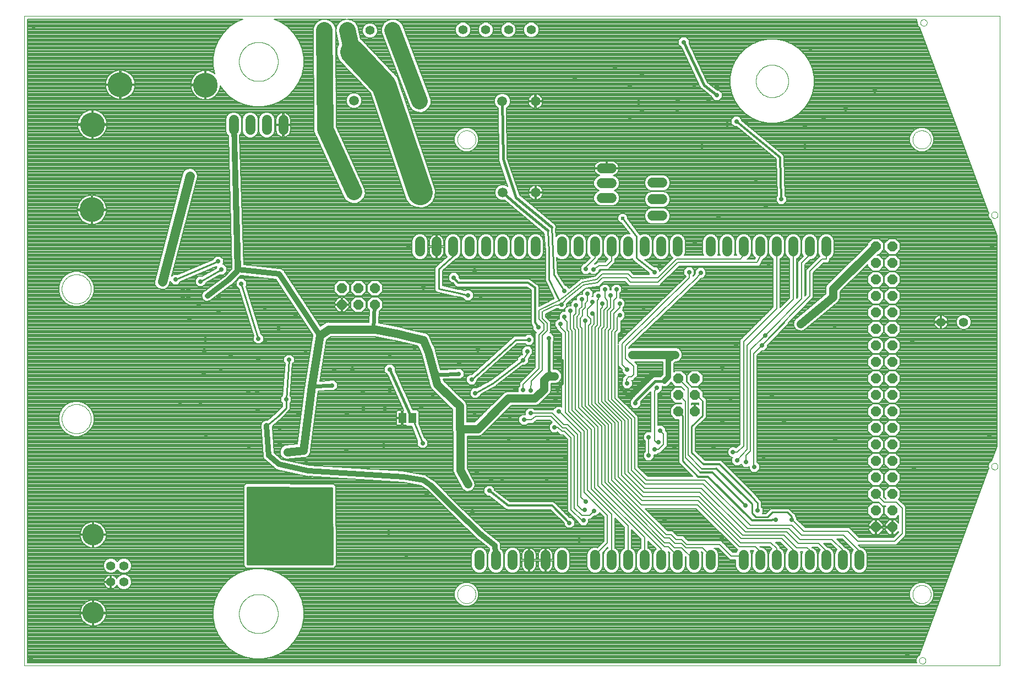
<source format=gbl>
G75*
G70*
%OFA0B0*%
%FSLAX24Y24*%
%IPPOS*%
%LPD*%
%AMOC8*
5,1,8,0,0,1.08239X$1,22.5*
%
%ADD10C,0.0000*%
%ADD11OC8,0.0600*%
%ADD12C,0.0600*%
%ADD13R,0.0460X0.0630*%
%ADD14C,0.1502*%
%ADD15C,0.1306*%
%ADD16C,0.0554*%
%ADD17C,0.0594*%
%ADD18C,0.0500*%
%ADD19C,0.0240*%
%ADD20C,0.0160*%
%ADD21C,0.0320*%
%ADD22OC8,0.0280*%
%ADD23C,0.0100*%
%ADD24C,0.0080*%
%ADD25C,0.0120*%
%ADD26C,0.0280*%
%ADD27C,0.0240*%
%ADD28C,0.0560*%
%ADD29C,0.1000*%
%ADD30C,0.1500*%
D10*
X000382Y000190D02*
X000382Y039560D01*
X059437Y039560D01*
X059437Y000190D01*
X000382Y000190D01*
X013374Y003340D02*
X013376Y003409D01*
X013382Y003477D01*
X013392Y003545D01*
X013406Y003612D01*
X013424Y003679D01*
X013445Y003744D01*
X013471Y003808D01*
X013500Y003870D01*
X013532Y003930D01*
X013568Y003989D01*
X013608Y004045D01*
X013650Y004099D01*
X013696Y004150D01*
X013745Y004199D01*
X013796Y004245D01*
X013850Y004287D01*
X013906Y004327D01*
X013964Y004363D01*
X014025Y004395D01*
X014087Y004424D01*
X014151Y004450D01*
X014216Y004471D01*
X014283Y004489D01*
X014350Y004503D01*
X014418Y004513D01*
X014486Y004519D01*
X014555Y004521D01*
X014624Y004519D01*
X014692Y004513D01*
X014760Y004503D01*
X014827Y004489D01*
X014894Y004471D01*
X014959Y004450D01*
X015023Y004424D01*
X015085Y004395D01*
X015145Y004363D01*
X015204Y004327D01*
X015260Y004287D01*
X015314Y004245D01*
X015365Y004199D01*
X015414Y004150D01*
X015460Y004099D01*
X015502Y004045D01*
X015542Y003989D01*
X015578Y003930D01*
X015610Y003870D01*
X015639Y003808D01*
X015665Y003744D01*
X015686Y003679D01*
X015704Y003612D01*
X015718Y003545D01*
X015728Y003477D01*
X015734Y003409D01*
X015736Y003340D01*
X015734Y003271D01*
X015728Y003203D01*
X015718Y003135D01*
X015704Y003068D01*
X015686Y003001D01*
X015665Y002936D01*
X015639Y002872D01*
X015610Y002810D01*
X015578Y002749D01*
X015542Y002691D01*
X015502Y002635D01*
X015460Y002581D01*
X015414Y002530D01*
X015365Y002481D01*
X015314Y002435D01*
X015260Y002393D01*
X015204Y002353D01*
X015146Y002317D01*
X015085Y002285D01*
X015023Y002256D01*
X014959Y002230D01*
X014894Y002209D01*
X014827Y002191D01*
X014760Y002177D01*
X014692Y002167D01*
X014624Y002161D01*
X014555Y002159D01*
X014486Y002161D01*
X014418Y002167D01*
X014350Y002177D01*
X014283Y002191D01*
X014216Y002209D01*
X014151Y002230D01*
X014087Y002256D01*
X014025Y002285D01*
X013964Y002317D01*
X013906Y002353D01*
X013850Y002393D01*
X013796Y002435D01*
X013745Y002481D01*
X013696Y002530D01*
X013650Y002581D01*
X013608Y002635D01*
X013568Y002691D01*
X013532Y002749D01*
X013500Y002810D01*
X013471Y002872D01*
X013445Y002936D01*
X013424Y003001D01*
X013406Y003068D01*
X013392Y003135D01*
X013382Y003203D01*
X013376Y003271D01*
X013374Y003340D01*
X026603Y004521D02*
X026605Y004568D01*
X026611Y004614D01*
X026621Y004660D01*
X026634Y004705D01*
X026652Y004748D01*
X026673Y004790D01*
X026697Y004830D01*
X026725Y004867D01*
X026756Y004902D01*
X026790Y004935D01*
X026826Y004964D01*
X026865Y004990D01*
X026906Y005013D01*
X026949Y005032D01*
X026993Y005048D01*
X027038Y005060D01*
X027084Y005068D01*
X027131Y005072D01*
X027177Y005072D01*
X027224Y005068D01*
X027270Y005060D01*
X027315Y005048D01*
X027359Y005032D01*
X027402Y005013D01*
X027443Y004990D01*
X027482Y004964D01*
X027518Y004935D01*
X027552Y004902D01*
X027583Y004867D01*
X027611Y004830D01*
X027635Y004790D01*
X027656Y004748D01*
X027674Y004705D01*
X027687Y004660D01*
X027697Y004614D01*
X027703Y004568D01*
X027705Y004521D01*
X027703Y004474D01*
X027697Y004428D01*
X027687Y004382D01*
X027674Y004337D01*
X027656Y004294D01*
X027635Y004252D01*
X027611Y004212D01*
X027583Y004175D01*
X027552Y004140D01*
X027518Y004107D01*
X027482Y004078D01*
X027443Y004052D01*
X027402Y004029D01*
X027359Y004010D01*
X027315Y003994D01*
X027270Y003982D01*
X027224Y003974D01*
X027177Y003970D01*
X027131Y003970D01*
X027084Y003974D01*
X027038Y003982D01*
X026993Y003994D01*
X026949Y004010D01*
X026906Y004029D01*
X026865Y004052D01*
X026826Y004078D01*
X026790Y004107D01*
X026756Y004140D01*
X026725Y004175D01*
X026697Y004212D01*
X026673Y004252D01*
X026652Y004294D01*
X026634Y004337D01*
X026621Y004382D01*
X026611Y004428D01*
X026605Y004474D01*
X026603Y004521D01*
X002645Y015151D02*
X002647Y015210D01*
X002653Y015269D01*
X002663Y015327D01*
X002676Y015385D01*
X002694Y015442D01*
X002715Y015497D01*
X002740Y015551D01*
X002769Y015603D01*
X002801Y015652D01*
X002836Y015700D01*
X002874Y015745D01*
X002915Y015788D01*
X002959Y015828D01*
X003005Y015864D01*
X003054Y015898D01*
X003105Y015928D01*
X003158Y015955D01*
X003213Y015978D01*
X003268Y015997D01*
X003326Y016013D01*
X003384Y016025D01*
X003442Y016033D01*
X003501Y016037D01*
X003561Y016037D01*
X003620Y016033D01*
X003678Y016025D01*
X003736Y016013D01*
X003794Y015997D01*
X003849Y015978D01*
X003904Y015955D01*
X003957Y015928D01*
X004008Y015898D01*
X004057Y015864D01*
X004103Y015828D01*
X004147Y015788D01*
X004188Y015745D01*
X004226Y015700D01*
X004261Y015652D01*
X004293Y015603D01*
X004322Y015551D01*
X004347Y015497D01*
X004368Y015442D01*
X004386Y015385D01*
X004399Y015327D01*
X004409Y015269D01*
X004415Y015210D01*
X004417Y015151D01*
X004415Y015092D01*
X004409Y015033D01*
X004399Y014975D01*
X004386Y014917D01*
X004368Y014860D01*
X004347Y014805D01*
X004322Y014751D01*
X004293Y014699D01*
X004261Y014650D01*
X004226Y014602D01*
X004188Y014557D01*
X004147Y014514D01*
X004103Y014474D01*
X004057Y014438D01*
X004008Y014404D01*
X003957Y014374D01*
X003904Y014347D01*
X003849Y014324D01*
X003794Y014305D01*
X003736Y014289D01*
X003678Y014277D01*
X003620Y014269D01*
X003561Y014265D01*
X003501Y014265D01*
X003442Y014269D01*
X003384Y014277D01*
X003326Y014289D01*
X003268Y014305D01*
X003213Y014324D01*
X003158Y014347D01*
X003105Y014374D01*
X003054Y014404D01*
X003005Y014438D01*
X002959Y014474D01*
X002915Y014514D01*
X002874Y014557D01*
X002836Y014602D01*
X002801Y014650D01*
X002769Y014699D01*
X002740Y014751D01*
X002715Y014805D01*
X002694Y014860D01*
X002676Y014917D01*
X002663Y014975D01*
X002653Y015033D01*
X002647Y015092D01*
X002645Y015151D01*
X002645Y023025D02*
X002647Y023084D01*
X002653Y023143D01*
X002663Y023201D01*
X002676Y023259D01*
X002694Y023316D01*
X002715Y023371D01*
X002740Y023425D01*
X002769Y023477D01*
X002801Y023526D01*
X002836Y023574D01*
X002874Y023619D01*
X002915Y023662D01*
X002959Y023702D01*
X003005Y023738D01*
X003054Y023772D01*
X003105Y023802D01*
X003158Y023829D01*
X003213Y023852D01*
X003268Y023871D01*
X003326Y023887D01*
X003384Y023899D01*
X003442Y023907D01*
X003501Y023911D01*
X003561Y023911D01*
X003620Y023907D01*
X003678Y023899D01*
X003736Y023887D01*
X003794Y023871D01*
X003849Y023852D01*
X003904Y023829D01*
X003957Y023802D01*
X004008Y023772D01*
X004057Y023738D01*
X004103Y023702D01*
X004147Y023662D01*
X004188Y023619D01*
X004226Y023574D01*
X004261Y023526D01*
X004293Y023477D01*
X004322Y023425D01*
X004347Y023371D01*
X004368Y023316D01*
X004386Y023259D01*
X004399Y023201D01*
X004409Y023143D01*
X004415Y023084D01*
X004417Y023025D01*
X004415Y022966D01*
X004409Y022907D01*
X004399Y022849D01*
X004386Y022791D01*
X004368Y022734D01*
X004347Y022679D01*
X004322Y022625D01*
X004293Y022573D01*
X004261Y022524D01*
X004226Y022476D01*
X004188Y022431D01*
X004147Y022388D01*
X004103Y022348D01*
X004057Y022312D01*
X004008Y022278D01*
X003957Y022248D01*
X003904Y022221D01*
X003849Y022198D01*
X003794Y022179D01*
X003736Y022163D01*
X003678Y022151D01*
X003620Y022143D01*
X003561Y022139D01*
X003501Y022139D01*
X003442Y022143D01*
X003384Y022151D01*
X003326Y022163D01*
X003268Y022179D01*
X003213Y022198D01*
X003158Y022221D01*
X003105Y022248D01*
X003054Y022278D01*
X003005Y022312D01*
X002959Y022348D01*
X002915Y022388D01*
X002874Y022431D01*
X002836Y022476D01*
X002801Y022524D01*
X002769Y022573D01*
X002740Y022625D01*
X002715Y022679D01*
X002694Y022734D01*
X002676Y022791D01*
X002663Y022849D01*
X002653Y022907D01*
X002647Y022966D01*
X002645Y023025D01*
X013374Y036804D02*
X013376Y036873D01*
X013382Y036941D01*
X013392Y037009D01*
X013406Y037076D01*
X013424Y037143D01*
X013445Y037208D01*
X013471Y037272D01*
X013500Y037334D01*
X013532Y037394D01*
X013568Y037453D01*
X013608Y037509D01*
X013650Y037563D01*
X013696Y037614D01*
X013745Y037663D01*
X013796Y037709D01*
X013850Y037751D01*
X013906Y037791D01*
X013964Y037827D01*
X014025Y037859D01*
X014087Y037888D01*
X014151Y037914D01*
X014216Y037935D01*
X014283Y037953D01*
X014350Y037967D01*
X014418Y037977D01*
X014486Y037983D01*
X014555Y037985D01*
X014624Y037983D01*
X014692Y037977D01*
X014760Y037967D01*
X014827Y037953D01*
X014894Y037935D01*
X014959Y037914D01*
X015023Y037888D01*
X015085Y037859D01*
X015145Y037827D01*
X015204Y037791D01*
X015260Y037751D01*
X015314Y037709D01*
X015365Y037663D01*
X015414Y037614D01*
X015460Y037563D01*
X015502Y037509D01*
X015542Y037453D01*
X015578Y037394D01*
X015610Y037334D01*
X015639Y037272D01*
X015665Y037208D01*
X015686Y037143D01*
X015704Y037076D01*
X015718Y037009D01*
X015728Y036941D01*
X015734Y036873D01*
X015736Y036804D01*
X015734Y036735D01*
X015728Y036667D01*
X015718Y036599D01*
X015704Y036532D01*
X015686Y036465D01*
X015665Y036400D01*
X015639Y036336D01*
X015610Y036274D01*
X015578Y036213D01*
X015542Y036155D01*
X015502Y036099D01*
X015460Y036045D01*
X015414Y035994D01*
X015365Y035945D01*
X015314Y035899D01*
X015260Y035857D01*
X015204Y035817D01*
X015146Y035781D01*
X015085Y035749D01*
X015023Y035720D01*
X014959Y035694D01*
X014894Y035673D01*
X014827Y035655D01*
X014760Y035641D01*
X014692Y035631D01*
X014624Y035625D01*
X014555Y035623D01*
X014486Y035625D01*
X014418Y035631D01*
X014350Y035641D01*
X014283Y035655D01*
X014216Y035673D01*
X014151Y035694D01*
X014087Y035720D01*
X014025Y035749D01*
X013964Y035781D01*
X013906Y035817D01*
X013850Y035857D01*
X013796Y035899D01*
X013745Y035945D01*
X013696Y035994D01*
X013650Y036045D01*
X013608Y036099D01*
X013568Y036155D01*
X013532Y036213D01*
X013500Y036274D01*
X013471Y036336D01*
X013445Y036400D01*
X013424Y036465D01*
X013406Y036532D01*
X013392Y036599D01*
X013382Y036667D01*
X013376Y036735D01*
X013374Y036804D01*
X026603Y032080D02*
X026605Y032127D01*
X026611Y032173D01*
X026621Y032219D01*
X026634Y032264D01*
X026652Y032307D01*
X026673Y032349D01*
X026697Y032389D01*
X026725Y032426D01*
X026756Y032461D01*
X026790Y032494D01*
X026826Y032523D01*
X026865Y032549D01*
X026906Y032572D01*
X026949Y032591D01*
X026993Y032607D01*
X027038Y032619D01*
X027084Y032627D01*
X027131Y032631D01*
X027177Y032631D01*
X027224Y032627D01*
X027270Y032619D01*
X027315Y032607D01*
X027359Y032591D01*
X027402Y032572D01*
X027443Y032549D01*
X027482Y032523D01*
X027518Y032494D01*
X027552Y032461D01*
X027583Y032426D01*
X027611Y032389D01*
X027635Y032349D01*
X027656Y032307D01*
X027674Y032264D01*
X027687Y032219D01*
X027697Y032173D01*
X027703Y032127D01*
X027705Y032080D01*
X027703Y032033D01*
X027697Y031987D01*
X027687Y031941D01*
X027674Y031896D01*
X027656Y031853D01*
X027635Y031811D01*
X027611Y031771D01*
X027583Y031734D01*
X027552Y031699D01*
X027518Y031666D01*
X027482Y031637D01*
X027443Y031611D01*
X027402Y031588D01*
X027359Y031569D01*
X027315Y031553D01*
X027270Y031541D01*
X027224Y031533D01*
X027177Y031529D01*
X027131Y031529D01*
X027084Y031533D01*
X027038Y031541D01*
X026993Y031553D01*
X026949Y031569D01*
X026906Y031588D01*
X026865Y031611D01*
X026826Y031637D01*
X026790Y031666D01*
X026756Y031699D01*
X026725Y031734D01*
X026697Y031771D01*
X026673Y031811D01*
X026652Y031853D01*
X026634Y031896D01*
X026621Y031941D01*
X026611Y031987D01*
X026605Y032033D01*
X026603Y032080D01*
X044673Y035623D02*
X044675Y035685D01*
X044681Y035748D01*
X044691Y035809D01*
X044705Y035870D01*
X044722Y035930D01*
X044743Y035989D01*
X044769Y036046D01*
X044797Y036101D01*
X044829Y036155D01*
X044865Y036206D01*
X044903Y036256D01*
X044945Y036302D01*
X044989Y036346D01*
X045037Y036387D01*
X045086Y036425D01*
X045138Y036459D01*
X045192Y036490D01*
X045248Y036518D01*
X045306Y036542D01*
X045365Y036563D01*
X045425Y036579D01*
X045486Y036592D01*
X045548Y036601D01*
X045610Y036606D01*
X045673Y036607D01*
X045735Y036604D01*
X045797Y036597D01*
X045859Y036586D01*
X045919Y036571D01*
X045979Y036553D01*
X046037Y036531D01*
X046094Y036505D01*
X046149Y036475D01*
X046202Y036442D01*
X046253Y036406D01*
X046301Y036367D01*
X046347Y036324D01*
X046390Y036279D01*
X046430Y036231D01*
X046467Y036181D01*
X046501Y036128D01*
X046532Y036074D01*
X046558Y036018D01*
X046582Y035960D01*
X046601Y035900D01*
X046617Y035840D01*
X046629Y035778D01*
X046637Y035717D01*
X046641Y035654D01*
X046641Y035592D01*
X046637Y035529D01*
X046629Y035468D01*
X046617Y035406D01*
X046601Y035346D01*
X046582Y035286D01*
X046558Y035228D01*
X046532Y035172D01*
X046501Y035118D01*
X046467Y035065D01*
X046430Y035015D01*
X046390Y034967D01*
X046347Y034922D01*
X046301Y034879D01*
X046253Y034840D01*
X046202Y034804D01*
X046149Y034771D01*
X046094Y034741D01*
X046037Y034715D01*
X045979Y034693D01*
X045919Y034675D01*
X045859Y034660D01*
X045797Y034649D01*
X045735Y034642D01*
X045673Y034639D01*
X045610Y034640D01*
X045548Y034645D01*
X045486Y034654D01*
X045425Y034667D01*
X045365Y034683D01*
X045306Y034704D01*
X045248Y034728D01*
X045192Y034756D01*
X045138Y034787D01*
X045086Y034821D01*
X045037Y034859D01*
X044989Y034900D01*
X044945Y034944D01*
X044903Y034990D01*
X044865Y035040D01*
X044829Y035091D01*
X044797Y035145D01*
X044769Y035200D01*
X044743Y035257D01*
X044722Y035316D01*
X044705Y035376D01*
X044691Y035437D01*
X044681Y035498D01*
X044675Y035561D01*
X044673Y035623D01*
X054162Y032080D02*
X054164Y032127D01*
X054170Y032173D01*
X054180Y032219D01*
X054193Y032264D01*
X054211Y032307D01*
X054232Y032349D01*
X054256Y032389D01*
X054284Y032426D01*
X054315Y032461D01*
X054349Y032494D01*
X054385Y032523D01*
X054424Y032549D01*
X054465Y032572D01*
X054508Y032591D01*
X054552Y032607D01*
X054597Y032619D01*
X054643Y032627D01*
X054690Y032631D01*
X054736Y032631D01*
X054783Y032627D01*
X054829Y032619D01*
X054874Y032607D01*
X054918Y032591D01*
X054961Y032572D01*
X055002Y032549D01*
X055041Y032523D01*
X055077Y032494D01*
X055111Y032461D01*
X055142Y032426D01*
X055170Y032389D01*
X055194Y032349D01*
X055215Y032307D01*
X055233Y032264D01*
X055246Y032219D01*
X055256Y032173D01*
X055262Y032127D01*
X055264Y032080D01*
X055262Y032033D01*
X055256Y031987D01*
X055246Y031941D01*
X055233Y031896D01*
X055215Y031853D01*
X055194Y031811D01*
X055170Y031771D01*
X055142Y031734D01*
X055111Y031699D01*
X055077Y031666D01*
X055041Y031637D01*
X055002Y031611D01*
X054961Y031588D01*
X054918Y031569D01*
X054874Y031553D01*
X054829Y031541D01*
X054783Y031533D01*
X054736Y031529D01*
X054690Y031529D01*
X054643Y031533D01*
X054597Y031541D01*
X054552Y031553D01*
X054508Y031569D01*
X054465Y031588D01*
X054424Y031611D01*
X054385Y031637D01*
X054349Y031666D01*
X054315Y031699D01*
X054284Y031734D01*
X054256Y031771D01*
X054232Y031811D01*
X054211Y031853D01*
X054193Y031896D01*
X054180Y031941D01*
X054170Y031987D01*
X054164Y032033D01*
X054162Y032080D01*
X058925Y027513D02*
X058927Y027540D01*
X058933Y027567D01*
X058942Y027593D01*
X058955Y027617D01*
X058971Y027640D01*
X058990Y027659D01*
X059012Y027676D01*
X059036Y027690D01*
X059061Y027700D01*
X059088Y027707D01*
X059115Y027710D01*
X059143Y027709D01*
X059170Y027704D01*
X059196Y027696D01*
X059220Y027684D01*
X059243Y027668D01*
X059264Y027650D01*
X059281Y027629D01*
X059296Y027605D01*
X059307Y027580D01*
X059315Y027554D01*
X059319Y027527D01*
X059319Y027499D01*
X059315Y027472D01*
X059307Y027446D01*
X059296Y027421D01*
X059281Y027397D01*
X059264Y027376D01*
X059243Y027358D01*
X059221Y027342D01*
X059196Y027330D01*
X059170Y027322D01*
X059143Y027317D01*
X059115Y027316D01*
X059088Y027319D01*
X059061Y027326D01*
X059036Y027336D01*
X059012Y027350D01*
X058990Y027367D01*
X058971Y027386D01*
X058955Y027409D01*
X058942Y027433D01*
X058933Y027459D01*
X058927Y027486D01*
X058925Y027513D01*
X054634Y039166D02*
X054636Y039193D01*
X054642Y039220D01*
X054651Y039246D01*
X054664Y039270D01*
X054680Y039293D01*
X054699Y039312D01*
X054721Y039329D01*
X054745Y039343D01*
X054770Y039353D01*
X054797Y039360D01*
X054824Y039363D01*
X054852Y039362D01*
X054879Y039357D01*
X054905Y039349D01*
X054929Y039337D01*
X054952Y039321D01*
X054973Y039303D01*
X054990Y039282D01*
X055005Y039258D01*
X055016Y039233D01*
X055024Y039207D01*
X055028Y039180D01*
X055028Y039152D01*
X055024Y039125D01*
X055016Y039099D01*
X055005Y039074D01*
X054990Y039050D01*
X054973Y039029D01*
X054952Y039011D01*
X054930Y038995D01*
X054905Y038983D01*
X054879Y038975D01*
X054852Y038970D01*
X054824Y038969D01*
X054797Y038972D01*
X054770Y038979D01*
X054745Y038989D01*
X054721Y039003D01*
X054699Y039020D01*
X054680Y039039D01*
X054664Y039062D01*
X054651Y039086D01*
X054642Y039112D01*
X054636Y039139D01*
X054634Y039166D01*
X058925Y012277D02*
X058927Y012304D01*
X058933Y012331D01*
X058942Y012357D01*
X058955Y012381D01*
X058971Y012404D01*
X058990Y012423D01*
X059012Y012440D01*
X059036Y012454D01*
X059061Y012464D01*
X059088Y012471D01*
X059115Y012474D01*
X059143Y012473D01*
X059170Y012468D01*
X059196Y012460D01*
X059220Y012448D01*
X059243Y012432D01*
X059264Y012414D01*
X059281Y012393D01*
X059296Y012369D01*
X059307Y012344D01*
X059315Y012318D01*
X059319Y012291D01*
X059319Y012263D01*
X059315Y012236D01*
X059307Y012210D01*
X059296Y012185D01*
X059281Y012161D01*
X059264Y012140D01*
X059243Y012122D01*
X059221Y012106D01*
X059196Y012094D01*
X059170Y012086D01*
X059143Y012081D01*
X059115Y012080D01*
X059088Y012083D01*
X059061Y012090D01*
X059036Y012100D01*
X059012Y012114D01*
X058990Y012131D01*
X058971Y012150D01*
X058955Y012173D01*
X058942Y012197D01*
X058933Y012223D01*
X058927Y012250D01*
X058925Y012277D01*
X054162Y004521D02*
X054164Y004568D01*
X054170Y004614D01*
X054180Y004660D01*
X054193Y004705D01*
X054211Y004748D01*
X054232Y004790D01*
X054256Y004830D01*
X054284Y004867D01*
X054315Y004902D01*
X054349Y004935D01*
X054385Y004964D01*
X054424Y004990D01*
X054465Y005013D01*
X054508Y005032D01*
X054552Y005048D01*
X054597Y005060D01*
X054643Y005068D01*
X054690Y005072D01*
X054736Y005072D01*
X054783Y005068D01*
X054829Y005060D01*
X054874Y005048D01*
X054918Y005032D01*
X054961Y005013D01*
X055002Y004990D01*
X055041Y004964D01*
X055077Y004935D01*
X055111Y004902D01*
X055142Y004867D01*
X055170Y004830D01*
X055194Y004790D01*
X055215Y004748D01*
X055233Y004705D01*
X055246Y004660D01*
X055256Y004614D01*
X055262Y004568D01*
X055264Y004521D01*
X055262Y004474D01*
X055256Y004428D01*
X055246Y004382D01*
X055233Y004337D01*
X055215Y004294D01*
X055194Y004252D01*
X055170Y004212D01*
X055142Y004175D01*
X055111Y004140D01*
X055077Y004107D01*
X055041Y004078D01*
X055002Y004052D01*
X054961Y004029D01*
X054918Y004010D01*
X054874Y003994D01*
X054829Y003982D01*
X054783Y003974D01*
X054736Y003970D01*
X054690Y003970D01*
X054643Y003974D01*
X054597Y003982D01*
X054552Y003994D01*
X054508Y004010D01*
X054465Y004029D01*
X054424Y004052D01*
X054385Y004078D01*
X054349Y004107D01*
X054315Y004140D01*
X054284Y004175D01*
X054256Y004212D01*
X054232Y004252D01*
X054211Y004294D01*
X054193Y004337D01*
X054180Y004382D01*
X054170Y004428D01*
X054164Y004474D01*
X054162Y004521D01*
X054555Y000505D02*
X054557Y000532D01*
X054563Y000559D01*
X054572Y000585D01*
X054585Y000609D01*
X054601Y000632D01*
X054620Y000651D01*
X054642Y000668D01*
X054666Y000682D01*
X054691Y000692D01*
X054718Y000699D01*
X054745Y000702D01*
X054773Y000701D01*
X054800Y000696D01*
X054826Y000688D01*
X054850Y000676D01*
X054873Y000660D01*
X054894Y000642D01*
X054911Y000621D01*
X054926Y000597D01*
X054937Y000572D01*
X054945Y000546D01*
X054949Y000519D01*
X054949Y000491D01*
X054945Y000464D01*
X054937Y000438D01*
X054926Y000413D01*
X054911Y000389D01*
X054894Y000368D01*
X054873Y000350D01*
X054851Y000334D01*
X054826Y000322D01*
X054800Y000314D01*
X054773Y000309D01*
X054745Y000308D01*
X054718Y000311D01*
X054691Y000318D01*
X054666Y000328D01*
X054642Y000342D01*
X054620Y000359D01*
X054601Y000378D01*
X054585Y000401D01*
X054572Y000425D01*
X054563Y000451D01*
X054557Y000478D01*
X054555Y000505D01*
D11*
X052932Y008590D03*
X051932Y008590D03*
X051932Y009590D03*
X052932Y009590D03*
X052932Y010590D03*
X051932Y010590D03*
X051932Y011590D03*
X052932Y011590D03*
X052932Y012590D03*
X051932Y012590D03*
X051932Y013590D03*
X052932Y013590D03*
X052932Y014590D03*
X051932Y014590D03*
X051932Y015590D03*
X052932Y015590D03*
X052932Y016590D03*
X051932Y016590D03*
X051932Y017590D03*
X052932Y017590D03*
X052932Y018590D03*
X051932Y018590D03*
X051932Y019590D03*
X052932Y019590D03*
X052932Y020590D03*
X051932Y020590D03*
X051932Y021590D03*
X052932Y021590D03*
X052932Y022590D03*
X051932Y022590D03*
X051932Y023590D03*
X052932Y023590D03*
X052932Y024590D03*
X051932Y024590D03*
X051932Y025590D03*
X052932Y025590D03*
X040982Y017590D03*
X039982Y017590D03*
X039982Y016590D03*
X040982Y016590D03*
X040982Y015590D03*
X039982Y015590D03*
X021603Y022073D03*
X020603Y022073D03*
X019603Y022073D03*
X019603Y023073D03*
X020603Y023073D03*
X021603Y023073D03*
D12*
X024332Y025290D02*
X024332Y025890D01*
X025332Y025890D02*
X025332Y025290D01*
X026332Y025290D02*
X026332Y025890D01*
X027332Y025890D02*
X027332Y025290D01*
X028332Y025290D02*
X028332Y025890D01*
X029332Y025890D02*
X029332Y025290D01*
X030332Y025290D02*
X030332Y025890D01*
X031332Y025890D02*
X031332Y025290D01*
X032932Y025290D02*
X032932Y025890D01*
X033932Y025890D02*
X033932Y025290D01*
X034932Y025290D02*
X034932Y025890D01*
X035932Y025890D02*
X035932Y025290D01*
X036932Y025290D02*
X036932Y025890D01*
X037932Y025890D02*
X037932Y025290D01*
X038932Y025290D02*
X038932Y025890D01*
X039932Y025890D02*
X039932Y025290D01*
X041932Y025290D02*
X041932Y025890D01*
X042932Y025890D02*
X042932Y025290D01*
X043932Y025290D02*
X043932Y025890D01*
X044932Y025890D02*
X044932Y025290D01*
X045932Y025290D02*
X045932Y025890D01*
X046932Y025890D02*
X046932Y025290D01*
X047932Y025290D02*
X047932Y025890D01*
X048932Y025890D02*
X048932Y025290D01*
X039005Y027458D02*
X038405Y027458D01*
X038405Y028458D02*
X039005Y028458D01*
X039005Y029458D02*
X038405Y029458D01*
X035930Y029442D02*
X035330Y029442D01*
X035330Y030342D02*
X035930Y030342D01*
X035930Y028542D02*
X035330Y028542D01*
X016056Y032667D02*
X016056Y033267D01*
X015056Y033267D02*
X015056Y032667D01*
X014056Y032667D02*
X014056Y033267D01*
X013056Y033267D02*
X013056Y032667D01*
X027932Y006890D02*
X027932Y006290D01*
X028932Y006290D02*
X028932Y006890D01*
X029932Y006890D02*
X029932Y006290D01*
X030932Y006290D02*
X030932Y006890D01*
X031932Y006890D02*
X031932Y006290D01*
X032932Y006290D02*
X032932Y006890D01*
X034932Y006890D02*
X034932Y006290D01*
X035932Y006290D02*
X035932Y006890D01*
X036932Y006890D02*
X036932Y006290D01*
X037932Y006290D02*
X037932Y006890D01*
X038932Y006890D02*
X038932Y006290D01*
X039932Y006290D02*
X039932Y006890D01*
X040932Y006890D02*
X040932Y006290D01*
X041932Y006290D02*
X041932Y006890D01*
X043932Y006890D02*
X043932Y006290D01*
X044932Y006290D02*
X044932Y006890D01*
X045932Y006890D02*
X045932Y006290D01*
X046932Y006290D02*
X046932Y006890D01*
X047932Y006890D02*
X047932Y006290D01*
X048932Y006290D02*
X048932Y006890D01*
X049932Y006890D02*
X049932Y006290D01*
X050932Y006290D02*
X050932Y006890D01*
D13*
X023859Y015213D03*
X023259Y015213D03*
D14*
X004476Y027827D03*
X004496Y032987D03*
X006188Y035407D03*
X011348Y035387D03*
D15*
X004547Y008131D03*
X004547Y003391D03*
D16*
X005614Y005269D03*
X006402Y005269D03*
X006402Y006253D03*
X005614Y006253D03*
X018551Y038694D03*
X019929Y038694D03*
X021307Y038694D03*
X022685Y038694D03*
X026937Y038733D03*
X028315Y038733D03*
X029693Y038733D03*
X031071Y038733D03*
X055874Y021017D03*
X057252Y021017D03*
D17*
X031346Y028871D03*
X029339Y028871D03*
X024339Y028871D03*
X020362Y028911D03*
X020343Y034442D03*
X024319Y034403D03*
X029319Y034403D03*
X031327Y034403D03*
D18*
X047388Y020911D02*
X049332Y022540D01*
X049332Y023040D01*
X051932Y025590D01*
X039782Y019040D02*
X037172Y019040D01*
X032482Y017740D02*
X032082Y017740D01*
X031832Y017490D01*
X031832Y016940D01*
X031282Y016390D01*
X029682Y016390D01*
X027832Y014540D01*
X026782Y014540D01*
X026782Y012040D01*
X027232Y011190D01*
X026732Y014540D02*
X026732Y015940D01*
X026332Y016290D01*
X025382Y017240D01*
X024850Y019203D01*
X024528Y019949D01*
X023417Y020198D01*
X023037Y020298D01*
X021628Y020573D01*
X021508Y020580D01*
X019275Y020579D01*
X018796Y020585D01*
X018282Y020190D01*
X017788Y017127D01*
X017282Y013240D01*
X016292Y013148D01*
D19*
X017788Y017127D02*
X019012Y017188D01*
X021508Y020580D02*
X021585Y022068D01*
X025461Y017848D02*
X026679Y017886D01*
X024882Y011190D02*
X024982Y011140D01*
X039782Y019040D02*
X039792Y019030D01*
D20*
X039132Y017440D02*
X038582Y017440D01*
X037382Y016240D01*
X037382Y016090D01*
X036932Y016590D02*
X036382Y017140D01*
X032932Y017290D02*
X032932Y018690D01*
X032732Y018740D01*
X032132Y018040D02*
X032482Y017690D01*
X032482Y017740D01*
X032132Y018040D02*
X032132Y020040D01*
X032932Y017290D02*
X032682Y017040D01*
X032682Y016890D01*
X036382Y020240D02*
X036682Y020540D01*
X036603Y020457D01*
X032075Y026568D02*
X030421Y027946D01*
X029339Y028871D01*
X030146Y028576D02*
X029358Y030899D01*
X029319Y034442D01*
X030146Y028576D02*
X032311Y026765D01*
X021603Y022080D02*
X021603Y022073D01*
X021602Y022068D02*
X021602Y022080D01*
X021603Y022080D01*
X021602Y022068D02*
X021585Y022068D01*
X022508Y018143D02*
X023886Y015111D01*
X023859Y015213D01*
X023883Y015219D01*
X023859Y015213D02*
X023846Y015190D01*
X041524Y035387D02*
X042311Y034757D01*
X041524Y035387D02*
X040303Y037985D01*
D21*
X015815Y023930D02*
X013335Y024206D01*
X013056Y032967D01*
X013286Y024114D01*
X012750Y023561D01*
X011465Y022611D01*
X015815Y023930D02*
X018282Y020190D01*
X015047Y014735D02*
X015185Y012926D01*
X015795Y012395D01*
X017587Y012001D01*
X023335Y011647D01*
X024532Y011440D01*
X024882Y011190D01*
X024982Y011140D02*
X026382Y009740D01*
X028046Y008126D01*
X028865Y007484D01*
X028932Y006590D01*
X036932Y016590D02*
X037132Y016590D01*
X038132Y017590D01*
X038152Y017590D01*
X038502Y017940D01*
X038882Y017940D01*
X039382Y017690D02*
X039132Y017440D01*
X039382Y017690D02*
X039382Y018690D01*
X039792Y019030D01*
X051832Y008690D02*
X051932Y008590D01*
D22*
X054226Y012090D03*
X058810Y014088D03*
X054147Y019862D03*
X049432Y020790D03*
X047388Y020911D03*
X045232Y020190D03*
X045044Y019592D03*
X043472Y019650D03*
X042625Y018227D03*
X043132Y016240D03*
X042632Y014990D03*
X042097Y013464D03*
X043532Y012640D03*
X044082Y012540D03*
X044582Y012240D03*
X045132Y012693D03*
X046382Y014990D03*
X045632Y016490D03*
X049482Y013840D03*
X044032Y009890D03*
X044782Y009590D03*
X045882Y009040D03*
X046832Y009040D03*
X042589Y007952D03*
X039125Y008956D03*
X034882Y009576D03*
X034314Y009640D03*
X034232Y008990D03*
X033379Y008843D03*
X033982Y007821D03*
X034382Y010140D03*
X031990Y011532D03*
X033131Y012792D03*
X032084Y013979D03*
X032482Y014640D03*
X032732Y015590D03*
X032532Y016340D03*
X032682Y016890D03*
X031043Y016861D03*
X030582Y016901D03*
X030091Y017009D03*
X029782Y015290D03*
X030632Y015090D03*
X031032Y015490D03*
X029706Y013979D03*
X027639Y015376D03*
X027676Y016710D03*
X027841Y017285D03*
X027459Y017529D03*
X026679Y017886D03*
X026719Y018545D03*
X027839Y019330D03*
X030571Y018711D03*
X030832Y019243D03*
X030932Y019940D03*
X031178Y020388D03*
X031502Y020690D03*
X032132Y020040D03*
X032832Y020890D03*
X033082Y021340D03*
X033432Y021690D03*
X033782Y022040D03*
X034132Y022390D03*
X034482Y022740D03*
X034782Y022240D03*
X035132Y022590D03*
X035382Y022140D03*
X035882Y022640D03*
X036232Y022990D03*
X036788Y022947D03*
X036432Y022140D03*
X036432Y021440D03*
X037882Y021890D03*
X038945Y021181D03*
X036603Y020457D03*
X037172Y019040D03*
X036882Y018140D03*
X036882Y017290D03*
X036932Y016590D03*
X037382Y016090D03*
X038882Y016540D03*
X038682Y017040D03*
X038882Y017940D03*
X039792Y019030D03*
X034782Y021540D03*
X034332Y021090D03*
X032902Y022080D03*
X033059Y022907D03*
X032143Y021411D03*
X035532Y022990D03*
X034843Y024219D03*
X034382Y024240D03*
X038531Y024048D03*
X038835Y024403D03*
X040632Y024043D03*
X041330Y024004D03*
X040976Y025840D03*
X042393Y027435D03*
X045287Y028025D03*
X046209Y028458D03*
X044657Y029659D03*
X047629Y031667D03*
X047629Y032887D03*
X048771Y033301D03*
X050109Y033931D03*
X051881Y035053D03*
X047964Y037592D03*
X042294Y035289D03*
X042311Y034757D03*
X041802Y034462D03*
X040936Y035407D03*
X039952Y034521D03*
X039893Y033734D03*
X037787Y033773D03*
X037039Y033261D03*
X037570Y034324D03*
X037039Y035328D03*
X037787Y036017D03*
X036133Y036411D03*
X033692Y035820D03*
X040303Y037985D03*
X042924Y033005D03*
X043492Y033182D03*
X044086Y033183D03*
X041409Y031667D03*
X045442Y024410D03*
X058968Y025624D03*
X039735Y013464D03*
X038782Y013740D03*
X038532Y013290D03*
X038182Y012940D03*
X037782Y013640D03*
X038182Y014040D03*
X038882Y014440D03*
X032482Y017740D03*
X032732Y018740D03*
X028016Y022598D03*
X027246Y022640D03*
X026386Y023719D03*
X027626Y024140D03*
X024532Y023090D03*
X023626Y025590D03*
X016820Y021358D03*
X015777Y020649D03*
X014965Y019773D03*
X014555Y020013D03*
X014536Y018798D03*
X012883Y018981D03*
X012272Y018030D03*
X011229Y017912D03*
X011288Y019277D03*
X011328Y019985D03*
X010383Y021166D03*
X010929Y022076D03*
X011465Y022611D03*
X012150Y022568D03*
X013094Y023198D03*
X013512Y023340D03*
X012311Y024206D03*
X012114Y024698D03*
X011051Y023477D03*
X010299Y023016D03*
X009969Y023016D03*
X009969Y022576D03*
X010299Y022576D03*
X009535Y023596D03*
X008728Y023458D03*
X012130Y021663D03*
X014950Y021890D03*
X018453Y020288D03*
X017401Y019133D03*
X016406Y018733D03*
X019012Y017188D03*
X019133Y018109D03*
X020228Y018181D03*
X020858Y016777D03*
X020897Y015771D03*
X019913Y015435D03*
X022202Y015761D03*
X022511Y016881D03*
X024412Y015902D03*
X025101Y016473D03*
X022508Y018143D03*
X022511Y019086D03*
X024022Y019470D03*
X016968Y015392D03*
X016228Y016332D03*
X014477Y016770D03*
X013946Y016731D03*
X014497Y015668D03*
X015047Y014735D03*
X015832Y014590D03*
X015832Y013590D03*
X016292Y013148D03*
X017454Y012654D03*
X019873Y013270D03*
X022132Y013540D03*
X024491Y013685D03*
X027782Y011890D03*
X027232Y011190D03*
X028532Y010790D03*
X028632Y011390D03*
X029313Y011532D03*
X027511Y009526D03*
X024732Y010640D03*
X022427Y008266D03*
X023507Y006901D03*
X018650Y007021D03*
X016799Y007670D03*
X016799Y008458D03*
X016819Y009383D03*
X015815Y009403D03*
X014752Y009403D03*
X014791Y008536D03*
X014752Y007611D03*
X015835Y007631D03*
X017902Y008497D03*
X018728Y010151D03*
X015992Y010485D03*
X015421Y010505D03*
X013970Y013520D03*
X011387Y014191D03*
X011032Y016160D03*
X009812Y016160D03*
X010402Y029875D03*
X000936Y038931D03*
X053850Y000860D03*
X000779Y000624D03*
D23*
X013886Y006351D02*
X013886Y010997D01*
X019004Y010977D01*
X019043Y006351D01*
X013886Y006351D01*
X013886Y006396D02*
X019043Y006396D01*
X019042Y006494D02*
X013886Y006494D01*
X013886Y006593D02*
X019041Y006593D01*
X019040Y006691D02*
X013886Y006691D01*
X013886Y006790D02*
X019040Y006790D01*
X019039Y006888D02*
X013886Y006888D01*
X013886Y006987D02*
X019038Y006987D01*
X019037Y007085D02*
X013886Y007085D01*
X013886Y007184D02*
X019036Y007184D01*
X019035Y007282D02*
X013886Y007282D01*
X013886Y007381D02*
X019035Y007381D01*
X019034Y007479D02*
X013886Y007479D01*
X013886Y007578D02*
X019033Y007578D01*
X019032Y007676D02*
X013886Y007676D01*
X013886Y007775D02*
X019031Y007775D01*
X019030Y007873D02*
X013886Y007873D01*
X013886Y007972D02*
X019030Y007972D01*
X019029Y008070D02*
X013886Y008070D01*
X013886Y008169D02*
X019028Y008169D01*
X019027Y008267D02*
X013886Y008267D01*
X013886Y008366D02*
X019026Y008366D01*
X019025Y008464D02*
X013886Y008464D01*
X013886Y008563D02*
X019024Y008563D01*
X019024Y008661D02*
X013886Y008661D01*
X013886Y008760D02*
X019023Y008760D01*
X019022Y008858D02*
X013886Y008858D01*
X013886Y008957D02*
X019021Y008957D01*
X019020Y009055D02*
X013886Y009055D01*
X013886Y009154D02*
X019019Y009154D01*
X019019Y009252D02*
X013886Y009252D01*
X013886Y009351D02*
X019018Y009351D01*
X019017Y009449D02*
X013886Y009449D01*
X013886Y009548D02*
X019016Y009548D01*
X019015Y009646D02*
X013886Y009646D01*
X013886Y009745D02*
X019014Y009745D01*
X019014Y009843D02*
X013886Y009843D01*
X013886Y009942D02*
X019013Y009942D01*
X019012Y010040D02*
X013886Y010040D01*
X013886Y010139D02*
X019011Y010139D01*
X019010Y010237D02*
X013886Y010237D01*
X013886Y010336D02*
X019009Y010336D01*
X019009Y010434D02*
X013886Y010434D01*
X013886Y010533D02*
X019008Y010533D01*
X019007Y010631D02*
X013886Y010631D01*
X013886Y010730D02*
X019006Y010730D01*
X019005Y010828D02*
X013886Y010828D01*
X013886Y010927D02*
X019004Y010927D01*
X015736Y015308D02*
X015047Y014735D01*
X015736Y015308D02*
X016228Y015820D01*
X016228Y016332D01*
X016406Y018733D01*
X014555Y020013D02*
X013512Y023340D01*
X012311Y024206D02*
X011051Y023477D01*
X009535Y023596D02*
X012114Y024698D01*
X018282Y020190D02*
X018343Y020230D01*
X018453Y020288D02*
X019275Y020579D01*
X019012Y017188D02*
X017980Y017139D01*
X017882Y017139D01*
X017823Y016824D01*
X023860Y015236D02*
X023883Y015219D01*
X024333Y014079D01*
X024491Y013685D01*
X026732Y014540D02*
X026782Y014540D01*
X027676Y016710D02*
X028755Y017300D01*
X030571Y018711D01*
X030932Y019940D02*
X030132Y019940D01*
X027459Y017529D01*
X025461Y017848D02*
X024850Y019203D01*
X025483Y023040D02*
X026582Y022790D01*
X026832Y022751D01*
X027246Y022640D01*
X025483Y023040D02*
X025482Y023390D01*
X025482Y024240D01*
X026432Y025090D01*
X026332Y025590D01*
X032075Y026568D02*
X032154Y025308D01*
X032154Y023615D01*
X032665Y022513D01*
X032783Y022355D01*
X032787Y022345D01*
X033059Y022907D02*
X032429Y023891D01*
X032311Y026765D01*
X036602Y027316D02*
X037429Y026214D01*
X037429Y024914D01*
X038531Y024048D01*
X039982Y016590D02*
X040032Y016590D01*
X041432Y016240D02*
X041432Y015340D01*
X040782Y014690D01*
X040782Y013112D01*
X041504Y012390D01*
X041382Y012140D02*
X042282Y012140D01*
X041182Y011640D02*
X040232Y012590D01*
X040232Y015340D01*
X040032Y015540D01*
X044382Y010490D02*
X044782Y010040D01*
X044782Y009590D01*
X044432Y009440D02*
X044682Y009190D01*
X045382Y009190D01*
X045682Y009490D01*
X046582Y009490D01*
X046832Y009240D01*
X046832Y009040D01*
X044432Y009440D02*
X044432Y009990D01*
X044132Y010290D01*
X020343Y028891D02*
X019791Y030072D01*
X029319Y034403D02*
X029319Y034442D01*
D24*
X029414Y034879D02*
X029224Y034879D01*
X029049Y034807D01*
X028915Y034673D01*
X028842Y034497D01*
X028842Y034308D01*
X028915Y034133D01*
X029049Y033998D01*
X029064Y033992D01*
X029098Y030906D01*
X029095Y030864D01*
X029099Y030854D01*
X029099Y030844D01*
X029115Y030806D01*
X029647Y029237D01*
X029609Y029275D01*
X029433Y029348D01*
X029244Y029348D01*
X029068Y029275D01*
X028934Y029141D01*
X028862Y028966D01*
X028862Y028776D01*
X028934Y028601D01*
X029068Y028467D01*
X029244Y028394D01*
X029433Y028394D01*
X029476Y028412D01*
X030214Y027781D01*
X030215Y027779D01*
X030254Y027747D01*
X030292Y027715D01*
X030293Y027714D01*
X031854Y026414D01*
X031924Y025301D01*
X031924Y023656D01*
X031905Y023605D01*
X031924Y023564D01*
X031924Y023520D01*
X031962Y023481D01*
X032428Y022478D01*
X032424Y022451D01*
X032445Y022423D01*
X031540Y021979D01*
X031540Y023062D01*
X031545Y023082D01*
X031540Y023110D01*
X031540Y023138D01*
X031532Y023156D01*
X031529Y023176D01*
X031514Y023200D01*
X031503Y023226D01*
X031489Y023240D01*
X031479Y023257D01*
X031456Y023274D01*
X031436Y023294D01*
X031417Y023301D01*
X031038Y023574D01*
X031018Y023594D01*
X030999Y023601D01*
X030983Y023613D01*
X030956Y023619D01*
X030930Y023630D01*
X030910Y023630D01*
X030890Y023635D01*
X030862Y023630D01*
X026763Y023630D01*
X026706Y023701D01*
X026706Y023851D01*
X026519Y024039D01*
X026254Y024039D01*
X026066Y023851D01*
X026066Y023586D01*
X026254Y023399D01*
X026334Y023399D01*
X026438Y023267D01*
X026443Y023254D01*
X026467Y023230D01*
X026488Y023204D01*
X026501Y023197D01*
X026511Y023187D01*
X026542Y023174D01*
X026572Y023157D01*
X026586Y023155D01*
X026599Y023150D01*
X026633Y023150D01*
X026667Y023146D01*
X026680Y023150D01*
X030805Y023150D01*
X031060Y022967D01*
X031060Y021037D01*
X031055Y021016D01*
X031060Y020990D01*
X031060Y020962D01*
X031068Y020943D01*
X031072Y020922D01*
X031086Y020899D01*
X031097Y020874D01*
X031111Y020859D01*
X031182Y020747D01*
X031182Y020557D01*
X031360Y020379D01*
X031312Y020331D01*
X031312Y018281D01*
X030491Y017460D01*
X029335Y017460D01*
X029234Y017382D02*
X030412Y017382D01*
X030362Y017331D02*
X030491Y017460D01*
X030491Y017460D01*
X030569Y017539D02*
X029436Y017539D01*
X029538Y017617D02*
X030648Y017617D01*
X030726Y017696D02*
X029639Y017696D01*
X029740Y017774D02*
X030805Y017774D01*
X030883Y017853D02*
X029841Y017853D01*
X029942Y017931D02*
X030962Y017931D01*
X031040Y018010D02*
X030043Y018010D01*
X030144Y018088D02*
X031119Y018088D01*
X031197Y018167D02*
X030245Y018167D01*
X030346Y018245D02*
X031276Y018245D01*
X031312Y018324D02*
X030447Y018324D01*
X030534Y018391D02*
X030704Y018391D01*
X030891Y018579D01*
X030891Y018788D01*
X031002Y018949D01*
X031052Y018999D01*
X031052Y019011D01*
X031152Y019111D01*
X031152Y019376D01*
X030964Y019563D01*
X030699Y019563D01*
X030512Y019376D01*
X030512Y019111D01*
X030552Y019071D01*
X030524Y019031D01*
X030439Y019031D01*
X030251Y018844D01*
X030251Y018754D01*
X028628Y017493D01*
X027781Y017030D01*
X027543Y017030D01*
X027356Y016842D01*
X027356Y016577D01*
X027543Y016390D01*
X027808Y016390D01*
X027996Y016577D01*
X027996Y016623D01*
X028800Y017063D01*
X028821Y017060D01*
X028881Y017107D01*
X028949Y017144D01*
X028955Y017164D01*
X030534Y018391D01*
X030715Y018402D02*
X031312Y018402D01*
X031312Y018481D02*
X030793Y018481D01*
X030872Y018559D02*
X031312Y018559D01*
X031312Y018638D02*
X030891Y018638D01*
X030891Y018716D02*
X031312Y018716D01*
X031312Y018795D02*
X030896Y018795D01*
X030950Y018873D02*
X031312Y018873D01*
X031312Y018952D02*
X031005Y018952D01*
X031071Y019030D02*
X031312Y019030D01*
X031312Y019109D02*
X031150Y019109D01*
X031152Y019187D02*
X031312Y019187D01*
X031312Y019266D02*
X031152Y019266D01*
X031152Y019344D02*
X031312Y019344D01*
X031312Y019423D02*
X031105Y019423D01*
X031027Y019501D02*
X031312Y019501D01*
X031312Y019580D02*
X030076Y019580D01*
X030163Y019658D02*
X030761Y019658D01*
X030799Y019620D02*
X031064Y019620D01*
X031252Y019807D01*
X031252Y020073D01*
X031064Y020260D01*
X030799Y020260D01*
X030709Y020170D01*
X030138Y020170D01*
X030049Y020175D01*
X030043Y020170D01*
X030037Y020170D01*
X029973Y020107D01*
X027470Y017849D01*
X027327Y017849D01*
X027139Y017662D01*
X027139Y017397D01*
X027327Y017209D01*
X027592Y017209D01*
X027779Y017397D01*
X027779Y017508D01*
X030220Y019710D01*
X030709Y019710D01*
X030799Y019620D01*
X030637Y019501D02*
X029989Y019501D01*
X029902Y019423D02*
X030559Y019423D01*
X030512Y019344D02*
X029815Y019344D01*
X029728Y019266D02*
X030512Y019266D01*
X030512Y019187D02*
X029640Y019187D01*
X029553Y019109D02*
X030514Y019109D01*
X030438Y019030D02*
X029466Y019030D01*
X029379Y018952D02*
X030359Y018952D01*
X030281Y018873D02*
X029292Y018873D01*
X029205Y018795D02*
X030251Y018795D01*
X030203Y018716D02*
X029118Y018716D01*
X029031Y018638D02*
X030101Y018638D01*
X030000Y018559D02*
X028944Y018559D01*
X028857Y018481D02*
X029899Y018481D01*
X029798Y018402D02*
X028770Y018402D01*
X028683Y018324D02*
X029697Y018324D01*
X029596Y018245D02*
X028596Y018245D01*
X028509Y018167D02*
X029495Y018167D01*
X029394Y018088D02*
X028422Y018088D01*
X028335Y018010D02*
X029293Y018010D01*
X029192Y017931D02*
X028248Y017931D01*
X028161Y017853D02*
X029091Y017853D01*
X028990Y017774D02*
X028074Y017774D01*
X027987Y017696D02*
X028889Y017696D01*
X028788Y017617D02*
X027900Y017617D01*
X027813Y017539D02*
X028687Y017539D01*
X028568Y017460D02*
X027779Y017460D01*
X027764Y017382D02*
X028424Y017382D01*
X028281Y017303D02*
X027685Y017303D01*
X027607Y017225D02*
X028137Y017225D01*
X027994Y017146D02*
X026084Y017146D01*
X026162Y017068D02*
X027850Y017068D01*
X027502Y016989D02*
X026241Y016989D01*
X026319Y016911D02*
X027424Y016911D01*
X027356Y016832D02*
X026398Y016832D01*
X026476Y016754D02*
X027356Y016754D01*
X027356Y016675D02*
X026555Y016675D01*
X026626Y016604D02*
X025767Y017463D01*
X025742Y017556D01*
X026531Y017581D01*
X026546Y017566D01*
X026811Y017566D01*
X026999Y017754D01*
X026999Y018019D01*
X026811Y018206D01*
X026546Y018206D01*
X026521Y018181D01*
X025581Y018151D01*
X025279Y019264D01*
X025279Y019295D01*
X025257Y019345D01*
X025243Y019398D01*
X025224Y019423D01*
X024942Y020073D01*
X024937Y020107D01*
X024909Y020150D01*
X024888Y020198D01*
X024863Y020222D01*
X024845Y020251D01*
X024803Y020281D01*
X024765Y020317D01*
X024733Y020330D01*
X024705Y020350D01*
X024654Y020361D01*
X024606Y020380D01*
X024572Y020379D01*
X023519Y020615D01*
X023215Y020695D01*
X023203Y020703D01*
X023133Y020717D01*
X023063Y020735D01*
X023049Y020733D01*
X021829Y020972D01*
X021864Y021656D01*
X022083Y021874D01*
X022083Y022272D01*
X021802Y022553D01*
X021404Y022553D01*
X021123Y022272D01*
X021123Y021874D01*
X021267Y021730D01*
X021230Y021009D01*
X019278Y021009D01*
X018827Y021015D01*
X018766Y021023D01*
X018742Y021016D01*
X018716Y021017D01*
X018660Y020994D01*
X018601Y020978D01*
X018581Y020963D01*
X018557Y020953D01*
X018514Y020911D01*
X018315Y020758D01*
X016127Y024074D01*
X016123Y024090D01*
X016090Y024130D01*
X016062Y024174D01*
X016048Y024183D01*
X016038Y024195D01*
X015993Y024220D01*
X015950Y024250D01*
X015934Y024253D01*
X015920Y024261D01*
X015868Y024266D01*
X015817Y024277D01*
X015801Y024274D01*
X013665Y024511D01*
X013416Y032348D01*
X013463Y032395D01*
X013536Y032572D01*
X013536Y033363D01*
X013463Y033539D01*
X013328Y033674D01*
X013152Y033747D01*
X012961Y033747D01*
X012784Y033674D01*
X012649Y033539D01*
X012576Y033363D01*
X012576Y032572D01*
X012649Y032395D01*
X012733Y032311D01*
X012943Y024248D01*
X012525Y023818D01*
X011208Y022845D01*
X011152Y022751D01*
X011145Y022744D01*
X011145Y022739D01*
X011138Y022729D01*
X011118Y022595D01*
X011145Y022489D01*
X011145Y022479D01*
X011148Y022475D01*
X011151Y022464D01*
X011231Y022355D01*
X011325Y022299D01*
X011332Y022291D01*
X011337Y022291D01*
X011347Y022285D01*
X011481Y022265D01*
X011587Y022291D01*
X011597Y022291D01*
X011601Y022295D01*
X011612Y022298D01*
X012921Y023265D01*
X012947Y023276D01*
X012975Y023305D01*
X013006Y023328D01*
X013021Y023353D01*
X013485Y023831D01*
X013486Y023831D01*
X013500Y023845D01*
X015619Y023610D01*
X017852Y020224D01*
X017376Y017273D01*
X017373Y017267D01*
X017363Y017189D01*
X017350Y017111D01*
X017352Y017104D01*
X016900Y013636D01*
X016167Y013568D01*
X016015Y013488D01*
X015906Y013356D01*
X015856Y013193D01*
X015872Y013022D01*
X015951Y012871D01*
X016083Y012762D01*
X016247Y012711D01*
X017274Y012807D01*
X017311Y012803D01*
X017358Y012815D01*
X017407Y012820D01*
X017440Y012837D01*
X017476Y012847D01*
X017515Y012877D01*
X017558Y012900D01*
X017582Y012929D01*
X017612Y012951D01*
X017636Y012994D01*
X017668Y013031D01*
X017679Y013067D01*
X017697Y013100D01*
X017704Y013148D01*
X017718Y013195D01*
X017714Y013232D01*
X018185Y016846D01*
X018867Y016880D01*
X018880Y016868D01*
X019145Y016868D01*
X019332Y017055D01*
X019332Y017320D01*
X019145Y017508D01*
X018880Y017508D01*
X018852Y017480D01*
X018276Y017451D01*
X018679Y019953D01*
X018939Y020153D01*
X019186Y020150D01*
X019189Y020149D01*
X019272Y020149D01*
X019354Y020147D01*
X019357Y020149D01*
X021496Y020150D01*
X021574Y020145D01*
X022941Y019878D01*
X023233Y019801D01*
X023240Y019797D01*
X023316Y019780D01*
X023391Y019760D01*
X023399Y019761D01*
X024220Y019577D01*
X024443Y019061D01*
X024952Y017183D01*
X024952Y017155D01*
X024974Y017101D01*
X024989Y017045D01*
X025007Y017023D01*
X025017Y016996D01*
X025058Y016956D01*
X025094Y016910D01*
X025118Y016896D01*
X025978Y016036D01*
X025984Y016023D01*
X026038Y015976D01*
X026088Y015926D01*
X026102Y015920D01*
X026302Y015745D01*
X026302Y014455D01*
X026352Y014334D01*
X026352Y012105D01*
X026346Y012085D01*
X026352Y012020D01*
X026352Y011955D01*
X026360Y011935D01*
X026362Y011914D01*
X026392Y011857D01*
X026417Y011796D01*
X026432Y011782D01*
X026892Y010913D01*
X027024Y010804D01*
X027187Y010754D01*
X027357Y010770D01*
X027509Y010850D01*
X027618Y010982D01*
X027668Y011145D01*
X027652Y011316D01*
X027212Y012147D01*
X027212Y014110D01*
X027917Y014110D01*
X028075Y014176D01*
X028196Y014296D01*
X029860Y015960D01*
X031367Y015960D01*
X031525Y016026D01*
X032196Y016696D01*
X032262Y016855D01*
X032262Y017310D01*
X032567Y017310D01*
X032725Y017376D01*
X032846Y017496D01*
X032912Y017655D01*
X032912Y017826D01*
X032846Y017984D01*
X032725Y018105D01*
X032567Y018170D01*
X032392Y018170D01*
X032392Y019847D01*
X032452Y019907D01*
X032452Y020173D01*
X032264Y020360D01*
X032213Y020360D01*
X032252Y020399D01*
X032252Y021031D01*
X031952Y021331D01*
X031952Y021507D01*
X032609Y021826D01*
X032694Y021835D01*
X032769Y021760D01*
X033034Y021760D01*
X033222Y021947D01*
X033222Y022109D01*
X033369Y022274D01*
X034332Y023052D01*
X034343Y023054D01*
X034162Y022873D01*
X034162Y022710D01*
X033999Y022710D01*
X033812Y022523D01*
X033812Y022360D01*
X033649Y022360D01*
X033462Y022173D01*
X033462Y022010D01*
X033299Y022010D01*
X033112Y021823D01*
X033112Y021660D01*
X032949Y021660D01*
X032762Y021473D01*
X032762Y021210D01*
X032699Y021210D01*
X032512Y021023D01*
X032512Y020757D01*
X032252Y020757D01*
X032252Y020679D02*
X032591Y020679D01*
X032612Y020657D02*
X032612Y020599D01*
X032741Y020470D01*
X032912Y020299D01*
X032912Y015863D01*
X032864Y015910D01*
X032599Y015910D01*
X032412Y015723D01*
X032412Y015710D01*
X031264Y015710D01*
X031164Y015810D01*
X030899Y015810D01*
X030712Y015623D01*
X030712Y015410D01*
X030499Y015410D01*
X030312Y015223D01*
X030312Y014957D01*
X030499Y014770D01*
X030764Y014770D01*
X030864Y014870D01*
X031074Y014870D01*
X031070Y014870D02*
X031148Y014861D01*
X031159Y014870D01*
X031173Y014870D01*
X031229Y014926D01*
X031409Y015070D01*
X032191Y015070D01*
X032325Y014936D01*
X032162Y014773D01*
X032162Y014507D01*
X032349Y014320D01*
X028220Y014320D01*
X028142Y014242D02*
X032769Y014242D01*
X032712Y014299D02*
X032841Y014170D01*
X032991Y014170D01*
X033262Y013899D01*
X033262Y009549D01*
X033391Y009420D01*
X033912Y008899D01*
X033912Y008857D01*
X034099Y008670D01*
X034364Y008670D01*
X034552Y008857D01*
X034552Y009070D01*
X034687Y009070D01*
X034873Y009256D01*
X035014Y009256D01*
X035202Y009444D01*
X035202Y009459D01*
X035462Y009199D01*
X035462Y007731D01*
X035079Y007349D01*
X035027Y007370D01*
X034836Y007370D01*
X034660Y007297D01*
X034525Y007162D01*
X034452Y006986D01*
X034452Y006195D01*
X034525Y006018D01*
X034660Y005883D01*
X034836Y005810D01*
X035027Y005810D01*
X035204Y005883D01*
X035339Y006018D01*
X035412Y006195D01*
X035412Y006986D01*
X035390Y007037D01*
X035712Y007359D01*
X035712Y007318D01*
X035660Y007297D01*
X035525Y007162D01*
X035452Y006986D01*
X035452Y006195D01*
X035525Y006018D01*
X035660Y005883D01*
X035836Y005810D01*
X036027Y005810D01*
X036204Y005883D01*
X036339Y006018D01*
X036412Y006195D01*
X036412Y006986D01*
X036339Y007162D01*
X036204Y007297D01*
X036152Y007318D01*
X036152Y009129D01*
X036712Y008569D01*
X036712Y007318D01*
X036660Y007297D01*
X036525Y007162D01*
X036452Y006986D01*
X036452Y006195D01*
X036525Y006018D01*
X036660Y005883D01*
X036836Y005810D01*
X037027Y005810D01*
X037204Y005883D01*
X037339Y006018D01*
X037412Y006195D01*
X037412Y006986D01*
X037339Y007162D01*
X037204Y007297D01*
X037152Y007318D01*
X037152Y008429D01*
X037712Y007869D01*
X037712Y007318D01*
X037660Y007297D01*
X037525Y007162D01*
X037452Y006986D01*
X037452Y006195D01*
X037525Y006018D01*
X037660Y005883D01*
X037836Y005810D01*
X038027Y005810D01*
X038204Y005883D01*
X038339Y006018D01*
X038412Y006195D01*
X038412Y006986D01*
X038339Y007162D01*
X038204Y007297D01*
X038152Y007318D01*
X038152Y007739D01*
X038627Y007264D01*
X038525Y007162D01*
X038452Y006986D01*
X038452Y006195D01*
X038525Y006018D01*
X038660Y005883D01*
X038836Y005810D01*
X039027Y005810D01*
X039204Y005883D01*
X039339Y006018D01*
X039412Y006195D01*
X039412Y006986D01*
X039367Y007094D01*
X039459Y007002D01*
X039452Y006986D01*
X039452Y006195D01*
X039525Y006018D01*
X039660Y005883D01*
X039836Y005810D01*
X040027Y005810D01*
X040204Y005883D01*
X040339Y006018D01*
X040412Y006195D01*
X040412Y006799D01*
X040452Y006759D01*
X040452Y006195D01*
X040525Y006018D01*
X040660Y005883D01*
X040836Y005810D01*
X041027Y005810D01*
X041204Y005883D01*
X041339Y006018D01*
X041412Y006195D01*
X041412Y006986D01*
X041367Y007094D01*
X041459Y007002D01*
X041452Y006986D01*
X041452Y006195D01*
X041525Y006018D01*
X041660Y005883D01*
X041836Y005810D01*
X042027Y005810D01*
X042204Y005883D01*
X042339Y006018D01*
X042412Y006195D01*
X042412Y006986D01*
X042339Y007162D01*
X042204Y007297D01*
X042148Y007320D01*
X042391Y007320D01*
X043091Y006620D01*
X043452Y006620D01*
X043452Y006195D01*
X043525Y006018D01*
X043660Y005883D01*
X043836Y005810D01*
X044027Y005810D01*
X044204Y005883D01*
X044339Y006018D01*
X044412Y006195D01*
X044412Y006986D01*
X044339Y007162D01*
X044331Y007170D01*
X044533Y007170D01*
X044525Y007162D01*
X044452Y006986D01*
X044452Y006195D01*
X044525Y006018D01*
X044660Y005883D01*
X044836Y005810D01*
X045027Y005810D01*
X045204Y005883D01*
X045339Y006018D01*
X045412Y006195D01*
X045412Y006986D01*
X045339Y007162D01*
X045204Y007297D01*
X045027Y007370D01*
X044963Y007370D01*
X044913Y007420D01*
X045491Y007420D01*
X045637Y007274D01*
X045525Y007162D01*
X045452Y006986D01*
X045452Y006195D01*
X045525Y006018D01*
X045660Y005883D01*
X045836Y005810D01*
X046027Y005810D01*
X046204Y005883D01*
X046339Y006018D01*
X046412Y006195D01*
X046412Y006986D01*
X046339Y007162D01*
X046204Y007297D01*
X046152Y007318D01*
X046152Y007381D01*
X046023Y007510D01*
X045863Y007670D01*
X046141Y007670D01*
X046587Y007224D01*
X046525Y007162D01*
X046452Y006986D01*
X046452Y006195D01*
X046525Y006018D01*
X046660Y005883D01*
X046836Y005810D01*
X047027Y005810D01*
X047204Y005883D01*
X047339Y006018D01*
X047412Y006195D01*
X047412Y006986D01*
X047356Y007120D01*
X047508Y007120D01*
X047452Y006986D01*
X047452Y006195D01*
X047525Y006018D01*
X047660Y005883D01*
X047836Y005810D01*
X048027Y005810D01*
X048204Y005883D01*
X048339Y006018D01*
X048412Y006195D01*
X048412Y006986D01*
X048339Y007162D01*
X048204Y007297D01*
X048088Y007345D01*
X048063Y007370D01*
X048391Y007370D01*
X048562Y007199D01*
X048525Y007162D01*
X048452Y006986D01*
X048452Y006195D01*
X048525Y006018D01*
X048660Y005883D01*
X048836Y005810D01*
X049027Y005810D01*
X049204Y005883D01*
X049339Y006018D01*
X049412Y006195D01*
X049412Y006986D01*
X049339Y007162D01*
X049204Y007297D01*
X049027Y007370D01*
X049013Y007370D01*
X048763Y007620D01*
X049191Y007620D01*
X049587Y007224D01*
X049525Y007162D01*
X049452Y006986D01*
X049452Y006195D01*
X049525Y006018D01*
X049660Y005883D01*
X049836Y005810D01*
X050027Y005810D01*
X050204Y005883D01*
X050339Y006018D01*
X050412Y006195D01*
X050412Y006986D01*
X050339Y007162D01*
X050204Y007297D01*
X050088Y007345D01*
X050023Y007410D01*
X049563Y007870D01*
X049891Y007870D01*
X050562Y007199D01*
X050525Y007162D01*
X050452Y006986D01*
X050452Y006195D01*
X050525Y006018D01*
X050660Y005883D01*
X050836Y005810D01*
X051027Y005810D01*
X051204Y005883D01*
X051339Y006018D01*
X051412Y006195D01*
X051412Y006986D01*
X051339Y007162D01*
X051204Y007297D01*
X051027Y007370D01*
X051013Y007370D01*
X050863Y007520D01*
X053173Y007520D01*
X053623Y007970D01*
X053752Y008099D01*
X053752Y009831D01*
X053623Y009960D01*
X053402Y010181D01*
X053402Y010181D01*
X053302Y010281D01*
X053412Y010391D01*
X053412Y010789D01*
X053131Y011070D01*
X052733Y011070D01*
X052452Y010789D01*
X052452Y010391D01*
X052533Y010310D01*
X052523Y010310D01*
X052412Y010421D01*
X052412Y010789D01*
X052131Y011070D01*
X051733Y011070D01*
X051452Y010789D01*
X051452Y010391D01*
X051733Y010110D01*
X052101Y010110D01*
X052341Y009870D01*
X052533Y009870D01*
X052452Y009789D01*
X052452Y009391D01*
X052733Y009110D01*
X053131Y009110D01*
X053312Y009291D01*
X053312Y008832D01*
X053114Y009030D01*
X052972Y009030D01*
X052972Y008630D01*
X052892Y008630D01*
X052892Y009030D01*
X052750Y009030D01*
X052492Y008772D01*
X052492Y008630D01*
X052892Y008630D01*
X052892Y008550D01*
X052972Y008550D01*
X052972Y008150D01*
X053114Y008150D01*
X053312Y008348D01*
X053312Y008281D01*
X052991Y007960D01*
X050923Y007960D01*
X050323Y008560D01*
X047673Y008560D01*
X047152Y009081D01*
X047152Y009173D01*
X047062Y009263D01*
X047062Y009335D01*
X046812Y009585D01*
X046677Y009720D01*
X045587Y009720D01*
X045287Y009420D01*
X045064Y009420D01*
X045102Y009457D01*
X045102Y009723D01*
X045012Y009813D01*
X045012Y010033D01*
X045017Y010122D01*
X045012Y010127D01*
X045012Y010135D01*
X044949Y010198D01*
X044600Y010591D01*
X044585Y010626D01*
X042618Y012594D01*
X042530Y012630D01*
X041589Y012630D01*
X041012Y013207D01*
X041012Y014595D01*
X041662Y015245D01*
X041662Y016335D01*
X041527Y016470D01*
X041513Y016470D01*
X041462Y016521D01*
X041462Y016789D01*
X041181Y017070D01*
X040783Y017070D01*
X040782Y017069D01*
X040782Y017101D01*
X040462Y017421D01*
X040462Y017789D01*
X040181Y018070D01*
X039783Y018070D01*
X039722Y018009D01*
X039722Y018530D01*
X039818Y018610D01*
X039867Y018610D01*
X040025Y018676D01*
X040146Y018796D01*
X040212Y018955D01*
X040212Y019126D01*
X040146Y019284D01*
X040025Y019405D01*
X039867Y019470D01*
X037086Y019470D01*
X036982Y019427D01*
X036982Y019476D01*
X041191Y023505D01*
X041206Y023506D01*
X041256Y023566D01*
X041312Y023620D01*
X041312Y023635D01*
X041352Y023684D01*
X041463Y023684D01*
X041650Y023871D01*
X041650Y024136D01*
X041463Y024324D01*
X041198Y024324D01*
X041010Y024136D01*
X041010Y023961D01*
X040932Y023866D01*
X040866Y023802D01*
X040865Y023823D01*
X040952Y023911D01*
X040952Y024176D01*
X040764Y024363D01*
X040499Y024363D01*
X040312Y024176D01*
X040312Y023911D01*
X040425Y023797D01*
X040426Y023779D01*
X036482Y019940D01*
X036481Y019940D01*
X036417Y019877D01*
X036353Y019814D01*
X036353Y019812D01*
X036352Y019811D01*
X036352Y019721D01*
X036352Y020299D01*
X036502Y020449D01*
X036502Y021120D01*
X036564Y021120D01*
X036752Y021307D01*
X036752Y021573D01*
X036589Y021736D01*
X036652Y021799D01*
X036652Y021907D01*
X036752Y022007D01*
X036752Y022273D01*
X036564Y022460D01*
X036452Y022460D01*
X036452Y022757D01*
X036552Y022857D01*
X036552Y023123D01*
X036364Y023310D01*
X036099Y023310D01*
X035912Y023123D01*
X035912Y022960D01*
X035852Y022960D01*
X035852Y023123D01*
X035664Y023310D01*
X035399Y023310D01*
X035212Y023123D01*
X035212Y022910D01*
X034999Y022910D01*
X034812Y022723D01*
X034812Y022560D01*
X034754Y022560D01*
X034802Y022607D01*
X034802Y022873D01*
X034614Y023060D01*
X034382Y023060D01*
X035099Y023170D01*
X035173Y023170D01*
X035186Y023184D01*
X035205Y023186D01*
X035249Y023246D01*
X035473Y023470D01*
X036741Y023470D01*
X036862Y023349D01*
X036991Y023220D01*
X038823Y023220D01*
X038952Y023349D01*
X040023Y024420D01*
X040111Y024420D01*
X040370Y024417D01*
X040371Y024416D01*
X040461Y024416D01*
X040550Y024415D01*
X040551Y024416D01*
X041272Y024416D01*
X041273Y024415D01*
X041363Y024416D01*
X041453Y024416D01*
X041454Y024417D01*
X041713Y024420D01*
X043927Y024420D01*
X044006Y024417D01*
X044010Y024413D01*
X044097Y024413D01*
X044183Y024409D01*
X044187Y024413D01*
X044699Y024413D01*
X044734Y024395D01*
X044787Y024413D01*
X044843Y024413D01*
X044870Y024440D01*
X044907Y024452D01*
X044932Y024502D01*
X044972Y024541D01*
X044972Y024580D01*
X045103Y024842D01*
X045204Y024883D01*
X045339Y025018D01*
X045412Y025195D01*
X045412Y025986D01*
X045339Y026162D01*
X045204Y026297D01*
X045027Y026370D01*
X044836Y026370D01*
X044660Y026297D01*
X044525Y026162D01*
X044452Y025986D01*
X044452Y025195D01*
X044525Y025018D01*
X044641Y024902D01*
X044616Y024853D01*
X044130Y024853D01*
X044204Y024883D01*
X044339Y025018D01*
X044412Y025195D01*
X044412Y025986D01*
X044339Y026162D01*
X044204Y026297D01*
X044027Y026370D01*
X043836Y026370D01*
X043660Y026297D01*
X043525Y026162D01*
X043452Y025986D01*
X043452Y025195D01*
X043508Y025060D01*
X043356Y025060D01*
X043412Y025195D01*
X043412Y025986D01*
X043339Y026162D01*
X043204Y026297D01*
X043027Y026370D01*
X042836Y026370D01*
X042660Y026297D01*
X042525Y026162D01*
X042452Y025986D01*
X042452Y025195D01*
X042508Y025060D01*
X042356Y025060D01*
X042412Y025195D01*
X042412Y025986D01*
X042339Y026162D01*
X042204Y026297D01*
X042027Y026370D01*
X041836Y026370D01*
X041660Y026297D01*
X041525Y026162D01*
X041452Y025986D01*
X041452Y025195D01*
X041509Y025057D01*
X041430Y025056D01*
X040472Y025056D01*
X040355Y025057D01*
X040412Y025195D01*
X040412Y025986D01*
X040339Y026162D01*
X040204Y026297D01*
X040027Y026370D01*
X039836Y026370D01*
X039660Y026297D01*
X039525Y026162D01*
X039452Y025986D01*
X039452Y025195D01*
X039525Y025018D01*
X039637Y024906D01*
X038851Y024121D01*
X038851Y024181D01*
X038664Y024368D01*
X039099Y024368D01*
X039177Y024447D02*
X038397Y024447D01*
X038496Y024368D02*
X037934Y024810D01*
X038027Y024810D01*
X038204Y024883D01*
X038339Y025018D01*
X038412Y025195D01*
X038412Y025986D01*
X038339Y026162D01*
X038204Y026297D01*
X038027Y026370D01*
X037836Y026370D01*
X037660Y026297D01*
X037659Y026296D01*
X037659Y026309D01*
X037603Y026365D01*
X036902Y027299D01*
X036902Y027376D01*
X036857Y027486D01*
X036772Y027570D01*
X036662Y027616D01*
X036543Y027616D01*
X036432Y027570D01*
X036348Y027486D01*
X036302Y027376D01*
X036302Y027256D01*
X036348Y027146D01*
X036432Y027062D01*
X036539Y027018D01*
X037024Y026370D01*
X036836Y026370D01*
X036660Y026297D01*
X036525Y026162D01*
X036452Y025986D01*
X036452Y025195D01*
X036525Y025018D01*
X036660Y024883D01*
X036836Y024810D01*
X037027Y024810D01*
X037199Y024881D01*
X037199Y024819D01*
X037210Y024808D01*
X037212Y024792D01*
X037276Y024742D01*
X037334Y024684D01*
X037350Y024684D01*
X038211Y024007D01*
X038211Y023916D01*
X038217Y023910D01*
X037273Y023910D01*
X037023Y024160D01*
X035291Y024160D01*
X035162Y024031D01*
X034925Y023794D01*
X034171Y023655D01*
X034112Y023661D01*
X034084Y023639D01*
X034050Y023632D01*
X034016Y023584D01*
X033362Y023056D01*
X033192Y023227D01*
X033127Y023227D01*
X032656Y023962D01*
X032617Y024926D01*
X032660Y024883D01*
X032836Y024810D01*
X033027Y024810D01*
X033204Y024883D01*
X033339Y025018D01*
X033412Y025195D01*
X033412Y025986D01*
X033339Y026162D01*
X033204Y026297D01*
X033027Y026370D01*
X032836Y026370D01*
X032660Y026297D01*
X032564Y026201D01*
X032546Y026646D01*
X032575Y026736D01*
X032565Y026839D01*
X032517Y026931D01*
X030368Y028728D01*
X029618Y030943D01*
X029584Y033996D01*
X029589Y033998D01*
X029723Y034133D01*
X029796Y034308D01*
X029796Y034497D01*
X029723Y034673D01*
X029589Y034807D01*
X029414Y034879D01*
X029585Y034809D02*
X031163Y034809D01*
X031159Y034807D02*
X031098Y034776D01*
X031042Y034736D01*
X030994Y034687D01*
X030953Y034632D01*
X030922Y034570D01*
X030901Y034505D01*
X030891Y034443D01*
X031287Y034443D01*
X031287Y034839D01*
X031224Y034829D01*
X031159Y034807D01*
X031287Y034809D02*
X031367Y034809D01*
X031367Y034839D02*
X031429Y034829D01*
X031494Y034807D01*
X031556Y034776D01*
X031611Y034736D01*
X031660Y034687D01*
X031700Y034632D01*
X031732Y034570D01*
X031753Y034505D01*
X031763Y034443D01*
X031367Y034443D01*
X031287Y034443D01*
X031287Y034363D01*
X030891Y034363D01*
X030901Y034300D01*
X030922Y034235D01*
X030953Y034174D01*
X030994Y034118D01*
X031042Y034069D01*
X031098Y034029D01*
X031159Y033998D01*
X031224Y033977D01*
X031287Y033967D01*
X031287Y034363D01*
X031367Y034363D01*
X031367Y034443D01*
X031367Y034839D01*
X031367Y034730D02*
X031287Y034730D01*
X031287Y034652D02*
X031367Y034652D01*
X031367Y034573D02*
X031287Y034573D01*
X031287Y034495D02*
X031367Y034495D01*
X031367Y034416D02*
X043406Y034416D01*
X043405Y034419D02*
X043683Y034003D01*
X044037Y033648D01*
X044453Y033370D01*
X044916Y033179D01*
X045407Y033081D01*
X045908Y033081D01*
X046399Y033179D01*
X046862Y033370D01*
X047278Y033648D01*
X047632Y034003D01*
X047910Y034419D01*
X048102Y034882D01*
X048200Y035373D01*
X048200Y035873D01*
X048102Y036365D01*
X047910Y036827D01*
X047632Y037244D01*
X047278Y037598D01*
X046862Y037876D01*
X046399Y038068D01*
X045908Y038165D01*
X045407Y038165D01*
X044916Y038068D01*
X044453Y037876D01*
X044037Y037598D01*
X043683Y037244D01*
X043405Y036827D01*
X043213Y036365D01*
X043115Y035873D01*
X043115Y035373D01*
X043213Y034882D01*
X043405Y034419D01*
X043373Y034495D02*
X042501Y034495D01*
X042444Y034437D02*
X042631Y034624D01*
X042631Y034890D01*
X042444Y035077D01*
X042327Y035077D01*
X041733Y035552D01*
X040623Y037916D01*
X040623Y038118D01*
X040436Y038305D01*
X040171Y038305D01*
X039983Y038118D01*
X039983Y037853D01*
X040162Y037674D01*
X041270Y035315D01*
X041271Y035307D01*
X041292Y035269D01*
X041310Y035230D01*
X041317Y035224D01*
X041321Y035216D01*
X041355Y035189D01*
X041387Y035160D01*
X041395Y035157D01*
X041991Y034680D01*
X041991Y034624D01*
X042178Y034437D01*
X042444Y034437D01*
X042580Y034573D02*
X043341Y034573D01*
X043308Y034652D02*
X042631Y034652D01*
X042631Y034730D02*
X043276Y034730D01*
X043243Y034809D02*
X042631Y034809D01*
X042631Y034887D02*
X043212Y034887D01*
X043196Y034966D02*
X042555Y034966D01*
X042476Y035044D02*
X043181Y035044D01*
X043165Y035123D02*
X042270Y035123D01*
X042172Y035201D02*
X043149Y035201D01*
X043134Y035280D02*
X042074Y035280D01*
X041976Y035358D02*
X043118Y035358D01*
X043115Y035437D02*
X041878Y035437D01*
X041779Y035515D02*
X043115Y035515D01*
X043115Y035594D02*
X041714Y035594D01*
X041677Y035672D02*
X043115Y035672D01*
X043115Y035751D02*
X041640Y035751D01*
X041603Y035829D02*
X043115Y035829D01*
X043122Y035908D02*
X041566Y035908D01*
X041529Y035986D02*
X043138Y035986D01*
X043153Y036065D02*
X041493Y036065D01*
X041456Y036143D02*
X043169Y036143D01*
X043185Y036222D02*
X041419Y036222D01*
X041382Y036300D02*
X043200Y036300D01*
X043219Y036379D02*
X041345Y036379D01*
X041308Y036457D02*
X043251Y036457D01*
X043284Y036536D02*
X041271Y036536D01*
X041234Y036614D02*
X043316Y036614D01*
X043349Y036693D02*
X041198Y036693D01*
X041161Y036771D02*
X043381Y036771D01*
X043420Y036850D02*
X041124Y036850D01*
X041087Y036928D02*
X043472Y036928D01*
X043524Y037007D02*
X041050Y037007D01*
X041013Y037085D02*
X043577Y037085D01*
X043629Y037164D02*
X040976Y037164D01*
X040939Y037242D02*
X043682Y037242D01*
X043760Y037321D02*
X040903Y037321D01*
X040866Y037399D02*
X043838Y037399D01*
X043917Y037478D02*
X040829Y037478D01*
X040792Y037556D02*
X043995Y037556D01*
X044092Y037635D02*
X040755Y037635D01*
X040718Y037713D02*
X044210Y037713D01*
X044327Y037792D02*
X040681Y037792D01*
X040644Y037870D02*
X044445Y037870D01*
X044629Y037949D02*
X040623Y037949D01*
X040623Y038027D02*
X044818Y038027D01*
X045107Y038106D02*
X040623Y038106D01*
X040557Y038184D02*
X054830Y038184D01*
X054859Y038106D02*
X046208Y038106D01*
X046497Y038027D02*
X054888Y038027D01*
X054917Y037949D02*
X046686Y037949D01*
X046870Y037870D02*
X054947Y037870D01*
X054976Y037792D02*
X046988Y037792D01*
X047105Y037713D02*
X055005Y037713D01*
X055034Y037635D02*
X047223Y037635D01*
X047320Y037556D02*
X055063Y037556D01*
X055092Y037478D02*
X047398Y037478D01*
X047477Y037399D02*
X055122Y037399D01*
X055151Y037321D02*
X047555Y037321D01*
X047633Y037242D02*
X055180Y037242D01*
X055209Y037164D02*
X047686Y037164D01*
X047738Y037085D02*
X055238Y037085D01*
X055267Y037007D02*
X047791Y037007D01*
X047843Y036928D02*
X055296Y036928D01*
X055326Y036850D02*
X047895Y036850D01*
X047934Y036771D02*
X055355Y036771D01*
X055384Y036693D02*
X047966Y036693D01*
X047999Y036614D02*
X055413Y036614D01*
X055442Y036536D02*
X048031Y036536D01*
X048064Y036457D02*
X055471Y036457D01*
X055501Y036379D02*
X048096Y036379D01*
X048115Y036300D02*
X055530Y036300D01*
X055559Y036222D02*
X048130Y036222D01*
X048146Y036143D02*
X055588Y036143D01*
X055617Y036065D02*
X048162Y036065D01*
X048177Y035986D02*
X055646Y035986D01*
X055676Y035908D02*
X048193Y035908D01*
X048200Y035829D02*
X055705Y035829D01*
X055734Y035751D02*
X048200Y035751D01*
X048200Y035672D02*
X055763Y035672D01*
X055792Y035594D02*
X048200Y035594D01*
X048200Y035515D02*
X055821Y035515D01*
X055850Y035437D02*
X048200Y035437D01*
X048197Y035358D02*
X055880Y035358D01*
X055909Y035280D02*
X048181Y035280D01*
X048166Y035201D02*
X055938Y035201D01*
X055967Y035123D02*
X048150Y035123D01*
X048134Y035044D02*
X055996Y035044D01*
X056025Y034966D02*
X048119Y034966D01*
X048103Y034887D02*
X056055Y034887D01*
X056084Y034809D02*
X048072Y034809D01*
X048039Y034730D02*
X056113Y034730D01*
X056142Y034652D02*
X048007Y034652D01*
X047974Y034573D02*
X056171Y034573D01*
X056200Y034495D02*
X047942Y034495D01*
X047908Y034416D02*
X056230Y034416D01*
X056259Y034338D02*
X047856Y034338D01*
X047804Y034259D02*
X056288Y034259D01*
X056317Y034181D02*
X047751Y034181D01*
X047699Y034102D02*
X056346Y034102D01*
X056375Y034024D02*
X047646Y034024D01*
X047575Y033945D02*
X056404Y033945D01*
X056434Y033867D02*
X047496Y033867D01*
X047418Y033788D02*
X056463Y033788D01*
X056492Y033710D02*
X047339Y033710D01*
X047252Y033631D02*
X056521Y033631D01*
X056550Y033553D02*
X047135Y033553D01*
X047017Y033474D02*
X056579Y033474D01*
X056609Y033396D02*
X046900Y033396D01*
X046733Y033317D02*
X056638Y033317D01*
X056667Y033239D02*
X046544Y033239D01*
X046306Y033160D02*
X056696Y033160D01*
X056725Y033082D02*
X045912Y033082D01*
X045403Y033082D02*
X043993Y033082D01*
X043897Y033160D02*
X045009Y033160D01*
X044771Y033239D02*
X043812Y033239D01*
X043812Y033230D02*
X043812Y033315D01*
X043625Y033502D01*
X043360Y033502D01*
X043172Y033315D01*
X043172Y033050D01*
X043360Y032862D01*
X043504Y032862D01*
X045893Y030900D01*
X045962Y028664D01*
X045889Y028590D01*
X045889Y028325D01*
X046076Y028138D01*
X046341Y028138D01*
X046529Y028325D01*
X046529Y028590D01*
X046442Y028677D01*
X046371Y030985D01*
X046373Y030993D01*
X046370Y031032D01*
X046368Y031072D01*
X046365Y031080D01*
X046364Y031088D01*
X046345Y031123D01*
X046329Y031159D01*
X046323Y031165D01*
X046319Y031172D01*
X046288Y031197D01*
X046260Y031224D01*
X046252Y031227D01*
X043812Y033230D01*
X043810Y033317D02*
X044581Y033317D01*
X044415Y033396D02*
X043731Y033396D01*
X043653Y033474D02*
X044298Y033474D01*
X044180Y033553D02*
X029589Y033553D01*
X029588Y033631D02*
X044063Y033631D01*
X043976Y033710D02*
X029587Y033710D01*
X029586Y033788D02*
X043897Y033788D01*
X043819Y033867D02*
X029585Y033867D01*
X029584Y033945D02*
X043740Y033945D01*
X043669Y034024D02*
X031545Y034024D01*
X031556Y034029D02*
X031611Y034069D01*
X031660Y034118D01*
X031700Y034174D01*
X031732Y034235D01*
X031753Y034300D01*
X031763Y034363D01*
X031367Y034363D01*
X031367Y033967D01*
X031429Y033977D01*
X031494Y033998D01*
X031556Y034029D01*
X031644Y034102D02*
X043616Y034102D01*
X043564Y034181D02*
X031704Y034181D01*
X031739Y034259D02*
X043511Y034259D01*
X043459Y034338D02*
X031759Y034338D01*
X031754Y034495D02*
X042121Y034495D01*
X042042Y034573D02*
X031730Y034573D01*
X031686Y034652D02*
X041991Y034652D01*
X041928Y034730D02*
X031617Y034730D01*
X031491Y034809D02*
X041830Y034809D01*
X041732Y034887D02*
X024862Y034887D01*
X024892Y034809D02*
X029053Y034809D01*
X028972Y034730D02*
X024922Y034730D01*
X024952Y034652D02*
X028906Y034652D01*
X028873Y034573D02*
X024982Y034573D01*
X025003Y034518D02*
X024995Y034248D01*
X024884Y034001D01*
X024687Y033815D01*
X024434Y033719D01*
X024164Y033727D01*
X023917Y033838D01*
X023732Y034034D01*
X022001Y038578D01*
X022009Y038849D01*
X022120Y039096D01*
X022317Y039281D01*
X022569Y039378D01*
X022840Y039370D01*
X023087Y039259D01*
X023272Y039062D01*
X025003Y034518D01*
X025002Y034495D02*
X028842Y034495D01*
X028842Y034416D02*
X025000Y034416D01*
X024997Y034338D02*
X028842Y034338D01*
X028862Y034259D02*
X024995Y034259D01*
X024965Y034181D02*
X028895Y034181D01*
X028945Y034102D02*
X024929Y034102D01*
X024894Y034024D02*
X029024Y034024D01*
X029064Y033945D02*
X024825Y033945D01*
X024742Y033867D02*
X029065Y033867D01*
X029066Y033788D02*
X024616Y033788D01*
X024027Y033788D02*
X023671Y033788D01*
X023697Y033710D02*
X029067Y033710D01*
X029068Y033631D02*
X023723Y033631D01*
X023750Y033553D02*
X029069Y033553D01*
X029070Y033474D02*
X023776Y033474D01*
X023802Y033396D02*
X029071Y033396D01*
X029071Y033317D02*
X023829Y033317D01*
X023855Y033239D02*
X029072Y033239D01*
X029073Y033160D02*
X023881Y033160D01*
X023908Y033082D02*
X029074Y033082D01*
X029075Y033003D02*
X023934Y033003D01*
X023960Y032925D02*
X029076Y032925D01*
X029077Y032846D02*
X023986Y032846D01*
X024013Y032768D02*
X026903Y032768D01*
X027008Y032811D02*
X026739Y032700D01*
X026534Y032494D01*
X026422Y032225D01*
X026422Y031934D01*
X026534Y031666D01*
X026739Y031460D01*
X027008Y031349D01*
X027299Y031349D01*
X027568Y031460D01*
X027773Y031666D01*
X027885Y031934D01*
X027885Y032225D01*
X027773Y032494D01*
X027568Y032700D01*
X027299Y032811D01*
X027008Y032811D01*
X026729Y032689D02*
X024039Y032689D01*
X024065Y032611D02*
X026650Y032611D01*
X026572Y032532D02*
X024092Y032532D01*
X024118Y032454D02*
X026517Y032454D01*
X026484Y032375D02*
X024144Y032375D01*
X024171Y032297D02*
X026452Y032297D01*
X026422Y032218D02*
X024197Y032218D01*
X024223Y032140D02*
X026422Y032140D01*
X026422Y032061D02*
X024250Y032061D01*
X024276Y031983D02*
X026422Y031983D01*
X026435Y031904D02*
X024302Y031904D01*
X024329Y031826D02*
X026467Y031826D01*
X026500Y031747D02*
X024355Y031747D01*
X024381Y031669D02*
X026532Y031669D01*
X026609Y031590D02*
X024408Y031590D01*
X024434Y031512D02*
X026688Y031512D01*
X026804Y031433D02*
X024460Y031433D01*
X024487Y031355D02*
X026994Y031355D01*
X027314Y031355D02*
X029093Y031355D01*
X029092Y031433D02*
X027503Y031433D01*
X027619Y031512D02*
X029091Y031512D01*
X029091Y031590D02*
X027698Y031590D01*
X027775Y031669D02*
X029090Y031669D01*
X029089Y031747D02*
X027807Y031747D01*
X027840Y031826D02*
X029088Y031826D01*
X029087Y031904D02*
X027872Y031904D01*
X027885Y031983D02*
X029086Y031983D01*
X029085Y032061D02*
X027885Y032061D01*
X027885Y032140D02*
X029084Y032140D01*
X029084Y032218D02*
X027885Y032218D01*
X027855Y032297D02*
X029083Y032297D01*
X029082Y032375D02*
X027823Y032375D01*
X027790Y032454D02*
X029081Y032454D01*
X029080Y032532D02*
X027735Y032532D01*
X027657Y032611D02*
X029079Y032611D01*
X029078Y032689D02*
X027578Y032689D01*
X027404Y032768D02*
X029077Y032768D01*
X029598Y032768D02*
X043619Y032768D01*
X043523Y032846D02*
X029597Y032846D01*
X029596Y032925D02*
X043297Y032925D01*
X043219Y033003D02*
X029595Y033003D01*
X029594Y033082D02*
X043172Y033082D01*
X043172Y033160D02*
X029593Y033160D01*
X029592Y033239D02*
X043172Y033239D01*
X043175Y033317D02*
X029591Y033317D01*
X029591Y033396D02*
X043253Y033396D01*
X043332Y033474D02*
X029590Y033474D01*
X029614Y034024D02*
X031108Y034024D01*
X031009Y034102D02*
X029693Y034102D01*
X029743Y034181D02*
X030950Y034181D01*
X030914Y034259D02*
X029776Y034259D01*
X029796Y034338D02*
X030895Y034338D01*
X030899Y034495D02*
X029796Y034495D01*
X029796Y034416D02*
X031287Y034416D01*
X031287Y034338D02*
X031367Y034338D01*
X031367Y034259D02*
X031287Y034259D01*
X031287Y034181D02*
X031367Y034181D01*
X031367Y034102D02*
X031287Y034102D01*
X031287Y034024D02*
X031367Y034024D01*
X030923Y034573D02*
X029764Y034573D01*
X029732Y034652D02*
X030968Y034652D01*
X031036Y034730D02*
X029666Y034730D01*
X029598Y032689D02*
X043714Y032689D01*
X043810Y032611D02*
X029599Y032611D01*
X029600Y032532D02*
X043906Y032532D01*
X044001Y032454D02*
X029601Y032454D01*
X029602Y032375D02*
X044097Y032375D01*
X044193Y032297D02*
X029603Y032297D01*
X029604Y032218D02*
X044288Y032218D01*
X044384Y032140D02*
X029604Y032140D01*
X029605Y032061D02*
X044479Y032061D01*
X044575Y031983D02*
X029606Y031983D01*
X029607Y031904D02*
X044671Y031904D01*
X044766Y031826D02*
X029608Y031826D01*
X029609Y031747D02*
X044862Y031747D01*
X044958Y031669D02*
X029610Y031669D01*
X029611Y031590D02*
X045053Y031590D01*
X045149Y031512D02*
X029611Y031512D01*
X029612Y031433D02*
X045245Y031433D01*
X045340Y031355D02*
X029613Y031355D01*
X029614Y031276D02*
X045436Y031276D01*
X045531Y031198D02*
X029615Y031198D01*
X029616Y031119D02*
X045627Y031119D01*
X045723Y031041D02*
X029617Y031041D01*
X029618Y030962D02*
X045818Y030962D01*
X045894Y030884D02*
X029638Y030884D01*
X029665Y030805D02*
X045896Y030805D01*
X045899Y030727D02*
X036144Y030727D01*
X036161Y030718D02*
X036099Y030750D01*
X036033Y030771D01*
X035965Y030782D01*
X035670Y030782D01*
X035670Y030382D01*
X036369Y030382D01*
X036359Y030445D01*
X036338Y030511D01*
X036306Y030573D01*
X036266Y030629D01*
X036217Y030678D01*
X036161Y030718D01*
X036246Y030648D02*
X045901Y030648D01*
X045904Y030570D02*
X036308Y030570D01*
X036344Y030491D02*
X045906Y030491D01*
X045908Y030413D02*
X036364Y030413D01*
X036369Y030302D02*
X035670Y030302D01*
X035670Y030382D01*
X035590Y030382D01*
X035590Y030782D01*
X035295Y030782D01*
X035227Y030771D01*
X035161Y030750D01*
X035099Y030718D01*
X035043Y030678D01*
X034994Y030629D01*
X034954Y030573D01*
X034922Y030511D01*
X034901Y030445D01*
X034891Y030382D01*
X035590Y030382D01*
X035590Y030302D01*
X034891Y030302D01*
X034901Y030239D01*
X034922Y030173D01*
X034954Y030111D01*
X034994Y030055D01*
X035043Y030006D01*
X035099Y029966D01*
X035161Y029934D01*
X035219Y029915D01*
X035058Y029849D01*
X034923Y029714D01*
X034850Y029537D01*
X034850Y029347D01*
X034923Y029170D01*
X035058Y029035D01*
X035162Y028992D01*
X035058Y028949D01*
X034923Y028814D01*
X034850Y028637D01*
X034850Y028447D01*
X034923Y028270D01*
X035058Y028135D01*
X035234Y028062D01*
X036025Y028062D01*
X036202Y028135D01*
X036337Y028270D01*
X036410Y028447D01*
X036410Y028637D01*
X036337Y028814D01*
X036202Y028949D01*
X036098Y028992D01*
X036202Y029035D01*
X036337Y029170D01*
X036410Y029347D01*
X036410Y029537D01*
X036337Y029714D01*
X036202Y029849D01*
X036041Y029915D01*
X036099Y029934D01*
X036161Y029966D01*
X036217Y030006D01*
X036266Y030055D01*
X036306Y030111D01*
X036338Y030173D01*
X036359Y030239D01*
X036369Y030302D01*
X036362Y030256D02*
X045913Y030256D01*
X045911Y030334D02*
X035670Y030334D01*
X035670Y030413D02*
X035590Y030413D01*
X035590Y030491D02*
X035670Y030491D01*
X035670Y030570D02*
X035590Y030570D01*
X035590Y030648D02*
X035670Y030648D01*
X035670Y030727D02*
X035590Y030727D01*
X035590Y030334D02*
X029824Y030334D01*
X029851Y030256D02*
X034898Y030256D01*
X034921Y030177D02*
X029877Y030177D01*
X029904Y030099D02*
X034963Y030099D01*
X035030Y030020D02*
X029931Y030020D01*
X029957Y029942D02*
X035147Y029942D01*
X035092Y029863D02*
X029984Y029863D01*
X030010Y029785D02*
X034994Y029785D01*
X034920Y029706D02*
X030037Y029706D01*
X030064Y029628D02*
X034887Y029628D01*
X034855Y029549D02*
X030090Y029549D01*
X030117Y029471D02*
X034850Y029471D01*
X034850Y029392D02*
X030144Y029392D01*
X030170Y029314D02*
X034864Y029314D01*
X034896Y029235D02*
X031589Y029235D01*
X031575Y029245D02*
X031514Y029276D01*
X031449Y029297D01*
X031386Y029307D01*
X031386Y028911D01*
X031306Y028911D01*
X031306Y028831D01*
X030910Y028831D01*
X030920Y028769D01*
X030942Y028703D01*
X030973Y028642D01*
X031013Y028587D01*
X031062Y028538D01*
X031117Y028498D01*
X031179Y028466D01*
X031244Y028445D01*
X031306Y028435D01*
X031306Y028831D01*
X031386Y028831D01*
X031386Y028435D01*
X031449Y028445D01*
X031514Y028466D01*
X031575Y028498D01*
X031631Y028538D01*
X031680Y028587D01*
X031720Y028642D01*
X031751Y028703D01*
X031773Y028769D01*
X031782Y028831D01*
X031386Y028831D01*
X031386Y028911D01*
X031782Y028911D01*
X031773Y028973D01*
X031751Y029039D01*
X031720Y029100D01*
X031680Y029156D01*
X031631Y029204D01*
X031575Y029245D01*
X031679Y029157D02*
X034936Y029157D01*
X035015Y029078D02*
X031731Y029078D01*
X031764Y029000D02*
X035144Y029000D01*
X035030Y028921D02*
X031781Y028921D01*
X031771Y028764D02*
X034902Y028764D01*
X034870Y028686D02*
X031742Y028686D01*
X031695Y028607D02*
X034850Y028607D01*
X034850Y028529D02*
X031618Y028529D01*
X031464Y028450D02*
X034850Y028450D01*
X034881Y028372D02*
X030795Y028372D01*
X030701Y028450D02*
X031229Y028450D01*
X031306Y028450D02*
X031386Y028450D01*
X031386Y028529D02*
X031306Y028529D01*
X031306Y028607D02*
X031386Y028607D01*
X031386Y028686D02*
X031306Y028686D01*
X031306Y028764D02*
X031386Y028764D01*
X031386Y028843D02*
X034952Y028843D01*
X034913Y028293D02*
X030889Y028293D01*
X030983Y028215D02*
X034978Y028215D01*
X035057Y028136D02*
X031077Y028136D01*
X031171Y028058D02*
X038126Y028058D01*
X038133Y028051D02*
X038309Y027978D01*
X039100Y027978D01*
X039277Y028051D01*
X039412Y028186D01*
X039485Y028362D01*
X039485Y028553D01*
X039412Y028730D01*
X039277Y028865D01*
X039100Y028938D01*
X038309Y028938D01*
X038133Y028865D01*
X037998Y028730D01*
X037925Y028553D01*
X037925Y028362D01*
X037998Y028186D01*
X038133Y028051D01*
X038048Y028136D02*
X036203Y028136D01*
X036281Y028215D02*
X037986Y028215D01*
X037953Y028293D02*
X036346Y028293D01*
X036379Y028372D02*
X037925Y028372D01*
X037925Y028450D02*
X036410Y028450D01*
X036410Y028529D02*
X037925Y028529D01*
X037947Y028607D02*
X036410Y028607D01*
X036390Y028686D02*
X037980Y028686D01*
X038032Y028764D02*
X036357Y028764D01*
X036308Y028843D02*
X038111Y028843D01*
X038269Y028921D02*
X036230Y028921D01*
X036116Y029000D02*
X038256Y029000D01*
X038309Y028978D02*
X038133Y029051D01*
X037998Y029186D01*
X037925Y029362D01*
X037925Y029553D01*
X037998Y029730D01*
X038133Y029865D01*
X038309Y029938D01*
X039100Y029938D01*
X039277Y029865D01*
X039412Y029730D01*
X039485Y029553D01*
X039485Y029362D01*
X039412Y029186D01*
X039277Y029051D01*
X039100Y028978D01*
X038309Y028978D01*
X038106Y029078D02*
X036245Y029078D01*
X036323Y029157D02*
X038027Y029157D01*
X037977Y029235D02*
X036364Y029235D01*
X036396Y029314D02*
X037945Y029314D01*
X037925Y029392D02*
X036410Y029392D01*
X036410Y029471D02*
X037925Y029471D01*
X037925Y029549D02*
X036405Y029549D01*
X036373Y029628D02*
X037956Y029628D01*
X037988Y029706D02*
X036340Y029706D01*
X036266Y029785D02*
X038053Y029785D01*
X038131Y029863D02*
X036168Y029863D01*
X036113Y029942D02*
X045923Y029942D01*
X045920Y030020D02*
X036230Y030020D01*
X036297Y030099D02*
X045918Y030099D01*
X045916Y030177D02*
X036339Y030177D01*
X035116Y030727D02*
X029691Y030727D01*
X029718Y030648D02*
X035014Y030648D01*
X034952Y030570D02*
X029744Y030570D01*
X029771Y030491D02*
X034916Y030491D01*
X034896Y030413D02*
X029798Y030413D01*
X029302Y030256D02*
X024855Y030256D01*
X024829Y030334D02*
X029275Y030334D01*
X029249Y030413D02*
X024803Y030413D01*
X024776Y030491D02*
X029222Y030491D01*
X029195Y030570D02*
X024750Y030570D01*
X024724Y030648D02*
X029169Y030648D01*
X029142Y030727D02*
X024697Y030727D01*
X024671Y030805D02*
X029115Y030805D01*
X029097Y030884D02*
X024645Y030884D01*
X024618Y030962D02*
X029098Y030962D01*
X029097Y031041D02*
X024592Y031041D01*
X024566Y031119D02*
X029096Y031119D01*
X029095Y031198D02*
X024539Y031198D01*
X024513Y031276D02*
X029094Y031276D01*
X029328Y030177D02*
X024882Y030177D01*
X024908Y030099D02*
X029355Y030099D01*
X029382Y030020D02*
X024934Y030020D01*
X024960Y029942D02*
X029408Y029942D01*
X029435Y029863D02*
X024987Y029863D01*
X025013Y029785D02*
X029461Y029785D01*
X029488Y029706D02*
X025039Y029706D01*
X025066Y029628D02*
X029515Y029628D01*
X029541Y029549D02*
X025092Y029549D01*
X025118Y029471D02*
X029568Y029471D01*
X029594Y029392D02*
X025145Y029392D01*
X025171Y029314D02*
X029161Y029314D01*
X029028Y029235D02*
X025197Y029235D01*
X025224Y029157D02*
X028950Y029157D01*
X028908Y029078D02*
X025250Y029078D01*
X025276Y029000D02*
X028876Y029000D01*
X028862Y028921D02*
X025274Y028921D01*
X025279Y028991D02*
X025254Y028622D01*
X025089Y028291D01*
X024810Y028048D01*
X024459Y027931D01*
X024090Y027956D01*
X023759Y028121D01*
X023516Y028400D01*
X021338Y034893D01*
X019426Y036884D01*
X019291Y037228D01*
X019298Y037598D01*
X019418Y037873D01*
X019236Y038675D01*
X019282Y038942D01*
X019426Y039171D01*
X019647Y039327D01*
X019880Y039380D01*
X015494Y039380D01*
X015853Y039232D01*
X016301Y038932D01*
X016683Y038550D01*
X016982Y038102D01*
X017189Y037603D01*
X017294Y037074D01*
X017294Y036534D01*
X017189Y036005D01*
X016982Y035507D01*
X016683Y035058D01*
X016301Y034677D01*
X015853Y034377D01*
X015354Y034170D01*
X014825Y034065D01*
X014285Y034065D01*
X013756Y034170D01*
X013258Y034377D01*
X012809Y034677D01*
X012428Y035058D01*
X012239Y035341D01*
X012239Y035328D01*
X012224Y035212D01*
X012193Y035099D01*
X012149Y034992D01*
X012090Y034890D01*
X012019Y034798D01*
X011937Y034715D01*
X011844Y034644D01*
X011743Y034586D01*
X011635Y034541D01*
X011522Y034511D01*
X011406Y034495D01*
X011388Y034495D01*
X011388Y035347D01*
X011308Y035347D01*
X010457Y035347D01*
X010457Y035328D01*
X010472Y035212D01*
X010502Y035099D01*
X010547Y034992D01*
X010605Y034890D01*
X010676Y034798D01*
X010759Y034715D01*
X010852Y034644D01*
X010953Y034586D01*
X011061Y034541D01*
X011173Y034511D01*
X011289Y034495D01*
X011308Y034495D01*
X011308Y035347D01*
X011308Y035427D01*
X011308Y036278D01*
X011289Y036278D01*
X011173Y036263D01*
X011061Y036232D01*
X010953Y036188D01*
X010852Y036129D01*
X010759Y036058D01*
X010676Y035975D01*
X010605Y035883D01*
X010547Y035782D01*
X010502Y035674D01*
X010472Y035561D01*
X010457Y035445D01*
X010457Y035427D01*
X011308Y035427D01*
X011388Y035427D01*
X011388Y036278D01*
X011406Y036278D01*
X011522Y036263D01*
X011635Y036232D01*
X011743Y036188D01*
X011844Y036129D01*
X011906Y036081D01*
X011816Y036534D01*
X011816Y037074D01*
X011921Y037603D01*
X012128Y038102D01*
X012428Y038550D01*
X012809Y038932D01*
X013258Y039232D01*
X013616Y039380D01*
X000562Y039380D01*
X000562Y000370D01*
X054386Y000370D01*
X054392Y000388D01*
X054375Y000430D01*
X054375Y000580D01*
X054432Y000718D01*
X054538Y000824D01*
X054557Y000832D01*
X058764Y012157D01*
X058745Y012202D01*
X058745Y012352D01*
X058803Y012490D01*
X058909Y012596D01*
X058930Y012605D01*
X059257Y013485D01*
X059257Y026265D01*
X058913Y027192D01*
X058909Y027193D01*
X058803Y027299D01*
X058745Y027438D01*
X058745Y027588D01*
X058756Y027614D01*
X054564Y038900D01*
X054511Y038953D01*
X054454Y039091D01*
X054454Y039197D01*
X054386Y039380D01*
X019951Y039380D01*
X020177Y039341D01*
X020406Y039197D01*
X020562Y038977D01*
X020743Y038183D01*
X020767Y038172D01*
X022712Y036148D01*
X022734Y036137D01*
X022840Y036015D01*
X022952Y035898D01*
X022961Y035876D01*
X022976Y035858D01*
X023028Y035704D01*
X023087Y035553D01*
X023087Y035530D01*
X025279Y028991D01*
X025269Y028843D02*
X028862Y028843D01*
X028867Y028764D02*
X025263Y028764D01*
X025258Y028686D02*
X028899Y028686D01*
X028932Y028607D02*
X025246Y028607D01*
X025207Y028529D02*
X029007Y028529D01*
X029109Y028450D02*
X025168Y028450D01*
X025129Y028372D02*
X029523Y028372D01*
X029615Y028293D02*
X025090Y028293D01*
X025001Y028215D02*
X029707Y028215D01*
X029798Y028136D02*
X024911Y028136D01*
X024820Y028058D02*
X029890Y028058D01*
X029982Y027979D02*
X024604Y027979D01*
X024044Y027979D02*
X013555Y027979D01*
X013557Y027901D02*
X030074Y027901D01*
X030166Y027822D02*
X013560Y027822D01*
X013562Y027744D02*
X030258Y027744D01*
X030352Y027665D02*
X013565Y027665D01*
X013567Y027587D02*
X030446Y027587D01*
X030541Y027508D02*
X013570Y027508D01*
X013572Y027430D02*
X030635Y027430D01*
X030729Y027351D02*
X013575Y027351D01*
X013577Y027273D02*
X030823Y027273D01*
X030917Y027194D02*
X013580Y027194D01*
X013582Y027116D02*
X031012Y027116D01*
X031106Y027037D02*
X013585Y027037D01*
X013587Y026959D02*
X031200Y026959D01*
X031294Y026880D02*
X013590Y026880D01*
X013592Y026802D02*
X031388Y026802D01*
X031483Y026723D02*
X013595Y026723D01*
X013597Y026645D02*
X031577Y026645D01*
X031671Y026566D02*
X013600Y026566D01*
X013602Y026488D02*
X031765Y026488D01*
X031854Y026409D02*
X013605Y026409D01*
X013607Y026331D02*
X024141Y026331D01*
X024060Y026297D02*
X023925Y026162D01*
X023852Y025986D01*
X023852Y025195D01*
X023925Y025018D01*
X024060Y024883D01*
X024236Y024810D01*
X024427Y024810D01*
X024604Y024883D01*
X024739Y025018D01*
X024812Y025195D01*
X024812Y025986D01*
X024739Y026162D01*
X024604Y026297D01*
X024427Y026370D01*
X024236Y026370D01*
X024060Y026297D01*
X024015Y026252D02*
X013610Y026252D01*
X013612Y026174D02*
X023937Y026174D01*
X023897Y026095D02*
X013615Y026095D01*
X013617Y026017D02*
X023865Y026017D01*
X023852Y025938D02*
X013620Y025938D01*
X013622Y025860D02*
X023852Y025860D01*
X023852Y025781D02*
X013625Y025781D01*
X013627Y025703D02*
X023852Y025703D01*
X023852Y025624D02*
X013630Y025624D01*
X013632Y025546D02*
X023852Y025546D01*
X023852Y025467D02*
X013635Y025467D01*
X013637Y025389D02*
X023852Y025389D01*
X023852Y025310D02*
X013640Y025310D01*
X013642Y025232D02*
X023852Y025232D01*
X023869Y025153D02*
X013645Y025153D01*
X013647Y025075D02*
X023902Y025075D01*
X023947Y024996D02*
X013650Y024996D01*
X013652Y024918D02*
X024025Y024918D01*
X024166Y024839D02*
X013655Y024839D01*
X013657Y024761D02*
X025719Y024761D01*
X025807Y024839D02*
X024498Y024839D01*
X024638Y024918D02*
X025096Y024918D01*
X025101Y024914D02*
X025163Y024882D01*
X025229Y024861D01*
X025292Y024851D01*
X025292Y025550D01*
X025372Y025550D01*
X025372Y025630D01*
X025772Y025630D01*
X025772Y025925D01*
X025761Y025993D01*
X025740Y026059D01*
X025708Y026121D01*
X025668Y026177D01*
X025619Y026226D01*
X025562Y026266D01*
X025501Y026298D01*
X025435Y026319D01*
X025372Y026329D01*
X025372Y025630D01*
X025292Y025630D01*
X025292Y026329D01*
X025229Y026319D01*
X025163Y026298D01*
X025101Y026266D01*
X025045Y026226D01*
X024996Y026177D01*
X024956Y026121D01*
X024924Y026059D01*
X024903Y025993D01*
X024892Y025925D01*
X024892Y025630D01*
X025292Y025630D01*
X025292Y025550D01*
X024892Y025550D01*
X024892Y025255D01*
X024903Y025187D01*
X024924Y025121D01*
X024956Y025059D01*
X024996Y025003D01*
X025045Y024954D01*
X025101Y024914D01*
X025004Y024996D02*
X024717Y024996D01*
X024762Y025075D02*
X024948Y025075D01*
X024914Y025153D02*
X024795Y025153D01*
X024812Y025232D02*
X024896Y025232D01*
X024892Y025310D02*
X024812Y025310D01*
X024812Y025389D02*
X024892Y025389D01*
X024892Y025467D02*
X024812Y025467D01*
X024812Y025546D02*
X024892Y025546D01*
X024812Y025624D02*
X025292Y025624D01*
X025292Y025546D02*
X025372Y025546D01*
X025372Y025550D02*
X025372Y024851D01*
X025435Y024861D01*
X025501Y024882D01*
X025562Y024914D01*
X025619Y024954D01*
X025668Y025003D01*
X025708Y025059D01*
X025740Y025121D01*
X025761Y025187D01*
X025772Y025255D01*
X025772Y025550D01*
X025372Y025550D01*
X025372Y025624D02*
X025852Y025624D01*
X025852Y025546D02*
X025772Y025546D01*
X025772Y025467D02*
X025852Y025467D01*
X025852Y025389D02*
X025772Y025389D01*
X025772Y025310D02*
X025852Y025310D01*
X025852Y025232D02*
X025768Y025232D01*
X025750Y025153D02*
X025869Y025153D01*
X025852Y025195D02*
X025925Y025018D01*
X025964Y024980D01*
X025394Y024470D01*
X025387Y024470D01*
X025324Y024407D01*
X025258Y024348D01*
X025257Y024341D01*
X025252Y024335D01*
X025252Y024246D01*
X025247Y024158D01*
X025252Y024152D01*
X025252Y023485D01*
X025251Y023484D01*
X025252Y023389D01*
X025252Y023295D01*
X025252Y023294D01*
X025253Y023065D01*
X025238Y022998D01*
X025254Y022973D01*
X025254Y022944D01*
X025303Y022895D01*
X025340Y022837D01*
X025368Y022830D01*
X025389Y022810D01*
X025458Y022810D01*
X026447Y022585D01*
X026452Y022578D01*
X026538Y022564D01*
X026624Y022545D01*
X026631Y022549D01*
X026784Y022525D01*
X026953Y022480D01*
X027113Y022320D01*
X027378Y022320D01*
X027566Y022507D01*
X027566Y022773D01*
X027378Y022960D01*
X027113Y022960D01*
X027076Y022923D01*
X026970Y022952D01*
X026962Y022963D01*
X026880Y022976D01*
X026799Y022997D01*
X026787Y022991D01*
X026625Y023016D01*
X025713Y023224D01*
X025712Y023391D01*
X025712Y024137D01*
X026495Y024838D01*
X026604Y024883D01*
X026739Y025018D01*
X026812Y025195D01*
X026812Y025986D01*
X026739Y026162D01*
X026604Y026297D01*
X026427Y026370D01*
X026236Y026370D01*
X026060Y026297D01*
X025925Y026162D01*
X025852Y025986D01*
X025852Y025195D01*
X025902Y025075D02*
X025716Y025075D01*
X025660Y024996D02*
X025947Y024996D01*
X025894Y024918D02*
X025568Y024918D01*
X025372Y024918D02*
X025292Y024918D01*
X025292Y024996D02*
X025372Y024996D01*
X025372Y025075D02*
X025292Y025075D01*
X025292Y025153D02*
X025372Y025153D01*
X025372Y025232D02*
X025292Y025232D01*
X025292Y025310D02*
X025372Y025310D01*
X025372Y025389D02*
X025292Y025389D01*
X025292Y025467D02*
X025372Y025467D01*
X025372Y025703D02*
X025292Y025703D01*
X025292Y025781D02*
X025372Y025781D01*
X025372Y025860D02*
X025292Y025860D01*
X025292Y025938D02*
X025372Y025938D01*
X025372Y026017D02*
X025292Y026017D01*
X025292Y026095D02*
X025372Y026095D01*
X025372Y026174D02*
X025292Y026174D01*
X025292Y026252D02*
X025372Y026252D01*
X025582Y026252D02*
X026015Y026252D01*
X025937Y026174D02*
X025670Y026174D01*
X025721Y026095D02*
X025897Y026095D01*
X025865Y026017D02*
X025753Y026017D01*
X025770Y025938D02*
X025852Y025938D01*
X025852Y025860D02*
X025772Y025860D01*
X025772Y025781D02*
X025852Y025781D01*
X025852Y025703D02*
X025772Y025703D01*
X026812Y025703D02*
X026852Y025703D01*
X026852Y025781D02*
X026812Y025781D01*
X026812Y025860D02*
X026852Y025860D01*
X026852Y025938D02*
X026812Y025938D01*
X026852Y025986D02*
X026925Y026162D01*
X027060Y026297D01*
X027236Y026370D01*
X027427Y026370D01*
X027604Y026297D01*
X027739Y026162D01*
X027812Y025986D01*
X027812Y025195D01*
X027739Y025018D01*
X027604Y024883D01*
X027427Y024810D01*
X027236Y024810D01*
X027060Y024883D01*
X026925Y025018D01*
X026852Y025195D01*
X026852Y025986D01*
X026865Y026017D02*
X026799Y026017D01*
X026766Y026095D02*
X026897Y026095D01*
X026937Y026174D02*
X026727Y026174D01*
X026649Y026252D02*
X027015Y026252D01*
X027141Y026331D02*
X026523Y026331D01*
X026141Y026331D02*
X024523Y026331D01*
X024649Y026252D02*
X025082Y026252D01*
X024994Y026174D02*
X024727Y026174D01*
X024766Y026095D02*
X024943Y026095D01*
X024910Y026017D02*
X024799Y026017D01*
X024812Y025938D02*
X024894Y025938D01*
X024892Y025860D02*
X024812Y025860D01*
X024812Y025781D02*
X024892Y025781D01*
X024892Y025703D02*
X024812Y025703D01*
X025631Y024682D02*
X013660Y024682D01*
X013662Y024604D02*
X025543Y024604D01*
X025456Y024525D02*
X013665Y024525D01*
X014246Y024447D02*
X025363Y024447D01*
X025280Y024368D02*
X014953Y024368D01*
X015659Y024290D02*
X025252Y024290D01*
X025250Y024211D02*
X016010Y024211D01*
X016089Y024133D02*
X025252Y024133D01*
X025252Y024054D02*
X016141Y024054D01*
X016192Y023976D02*
X025252Y023976D01*
X025252Y023897D02*
X016244Y023897D01*
X016296Y023819D02*
X025252Y023819D01*
X025252Y023740D02*
X016348Y023740D01*
X016399Y023662D02*
X025252Y023662D01*
X025252Y023583D02*
X016451Y023583D01*
X016503Y023505D02*
X019355Y023505D01*
X019404Y023553D02*
X019123Y023272D01*
X019123Y022874D01*
X019404Y022593D01*
X019802Y022593D01*
X020083Y022874D01*
X020083Y023272D01*
X019802Y023553D01*
X019404Y023553D01*
X019277Y023426D02*
X016555Y023426D01*
X016607Y023348D02*
X019198Y023348D01*
X019123Y023269D02*
X016658Y023269D01*
X016710Y023191D02*
X019123Y023191D01*
X019123Y023112D02*
X016762Y023112D01*
X016814Y023034D02*
X019123Y023034D01*
X019123Y022955D02*
X016865Y022955D01*
X016917Y022877D02*
X019123Y022877D01*
X019199Y022798D02*
X016969Y022798D01*
X017021Y022720D02*
X019277Y022720D01*
X019356Y022641D02*
X017073Y022641D01*
X017124Y022563D02*
X026545Y022563D01*
X026200Y022641D02*
X021850Y022641D01*
X021802Y022593D02*
X022083Y022874D01*
X022083Y023272D01*
X021802Y023553D01*
X021404Y023553D01*
X021123Y023272D01*
X021123Y022874D01*
X021404Y022593D01*
X021802Y022593D01*
X021871Y022484D02*
X026938Y022484D01*
X027028Y022406D02*
X021949Y022406D01*
X022028Y022327D02*
X027106Y022327D01*
X027385Y022327D02*
X031060Y022327D01*
X031060Y022249D02*
X022083Y022249D01*
X022083Y022170D02*
X031060Y022170D01*
X031060Y022092D02*
X022083Y022092D01*
X022083Y022013D02*
X031060Y022013D01*
X031060Y021935D02*
X022083Y021935D01*
X022065Y021856D02*
X031060Y021856D01*
X031060Y021778D02*
X021986Y021778D01*
X021908Y021699D02*
X031060Y021699D01*
X031060Y021621D02*
X021863Y021621D01*
X021858Y021542D02*
X031060Y021542D01*
X031060Y021464D02*
X021854Y021464D01*
X021850Y021385D02*
X031060Y021385D01*
X031060Y021307D02*
X021846Y021307D01*
X021842Y021228D02*
X031060Y021228D01*
X031060Y021150D02*
X021838Y021150D01*
X021834Y021071D02*
X031060Y021071D01*
X031059Y020993D02*
X021830Y020993D01*
X022124Y020914D02*
X031077Y020914D01*
X031126Y020836D02*
X022526Y020836D01*
X022927Y020757D02*
X031176Y020757D01*
X031182Y020679D02*
X023278Y020679D01*
X023587Y020600D02*
X031182Y020600D01*
X031218Y020522D02*
X023938Y020522D01*
X024288Y020443D02*
X031296Y020443D01*
X031345Y020365D02*
X024645Y020365D01*
X024797Y020286D02*
X031312Y020286D01*
X031312Y020208D02*
X031117Y020208D01*
X031195Y020129D02*
X031312Y020129D01*
X031312Y020051D02*
X031252Y020051D01*
X031252Y019972D02*
X031312Y019972D01*
X031312Y019894D02*
X031252Y019894D01*
X031252Y019815D02*
X031312Y019815D01*
X031312Y019737D02*
X031181Y019737D01*
X031102Y019658D02*
X031312Y019658D01*
X030832Y019243D02*
X030832Y019090D01*
X030571Y018711D01*
X031532Y018190D02*
X030582Y017240D01*
X030582Y016901D01*
X030362Y017133D02*
X030362Y017331D01*
X030362Y017303D02*
X029133Y017303D01*
X029032Y017225D02*
X030362Y017225D01*
X030362Y017146D02*
X028949Y017146D01*
X028830Y017068D02*
X030296Y017068D01*
X030262Y017033D02*
X030262Y016820D01*
X029596Y016820D01*
X029438Y016755D01*
X027654Y014970D01*
X027162Y014970D01*
X027162Y015869D01*
X027167Y015883D01*
X027162Y015954D01*
X027162Y016026D01*
X027156Y016039D01*
X027155Y016054D01*
X027124Y016118D01*
X027096Y016184D01*
X027086Y016194D01*
X027079Y016207D01*
X027026Y016254D01*
X026975Y016305D01*
X026962Y016310D01*
X026626Y016604D01*
X026635Y016597D02*
X027356Y016597D01*
X027415Y016518D02*
X026724Y016518D01*
X026814Y016440D02*
X027493Y016440D01*
X027858Y016440D02*
X029123Y016440D01*
X029202Y016518D02*
X027937Y016518D01*
X027996Y016597D02*
X029280Y016597D01*
X029359Y016675D02*
X028091Y016675D01*
X028235Y016754D02*
X029437Y016754D01*
X029045Y016361D02*
X026904Y016361D01*
X026997Y016283D02*
X028966Y016283D01*
X028888Y016204D02*
X027081Y016204D01*
X027120Y016126D02*
X028809Y016126D01*
X028731Y016047D02*
X027156Y016047D01*
X027162Y015969D02*
X028652Y015969D01*
X028574Y015890D02*
X027166Y015890D01*
X027162Y015812D02*
X028495Y015812D01*
X028417Y015733D02*
X027162Y015733D01*
X027162Y015655D02*
X028338Y015655D01*
X028260Y015576D02*
X027162Y015576D01*
X027162Y015498D02*
X028181Y015498D01*
X028103Y015419D02*
X027162Y015419D01*
X027162Y015341D02*
X028024Y015341D01*
X027946Y015262D02*
X027162Y015262D01*
X027162Y015184D02*
X027867Y015184D01*
X027789Y015105D02*
X027162Y015105D01*
X027162Y015027D02*
X027710Y015027D01*
X028456Y014556D02*
X032162Y014556D01*
X032162Y014634D02*
X028534Y014634D01*
X028613Y014713D02*
X032162Y014713D01*
X032180Y014791D02*
X030785Y014791D01*
X030864Y014870D02*
X031070Y014870D01*
X031158Y014870D02*
X032259Y014870D01*
X032313Y014948D02*
X031257Y014948D01*
X031355Y015027D02*
X032234Y015027D01*
X032282Y015290D02*
X032982Y014590D01*
X033182Y014590D01*
X033682Y014090D01*
X033682Y009740D01*
X034132Y009290D01*
X034596Y009290D01*
X034882Y009576D01*
X035133Y009375D02*
X035286Y009375D01*
X035208Y009453D02*
X035202Y009453D01*
X035054Y009296D02*
X035365Y009296D01*
X035443Y009218D02*
X034834Y009218D01*
X034756Y009139D02*
X035462Y009139D01*
X035462Y009061D02*
X034552Y009061D01*
X034552Y008982D02*
X035462Y008982D01*
X035462Y008904D02*
X034552Y008904D01*
X034519Y008825D02*
X035462Y008825D01*
X035462Y008747D02*
X034441Y008747D01*
X034232Y008990D02*
X034132Y008990D01*
X033482Y009640D01*
X033482Y013990D01*
X033082Y014390D01*
X032932Y014390D01*
X032682Y014640D01*
X032482Y014640D01*
X032271Y014399D02*
X028299Y014399D01*
X028377Y014477D02*
X032192Y014477D01*
X032349Y014320D02*
X032614Y014320D01*
X032653Y014358D01*
X032712Y014299D01*
X032691Y014320D02*
X032614Y014320D01*
X032998Y014163D02*
X028045Y014163D01*
X028691Y014791D02*
X030478Y014791D01*
X030400Y014870D02*
X028770Y014870D01*
X028848Y014948D02*
X030321Y014948D01*
X030312Y015027D02*
X028927Y015027D01*
X029005Y015105D02*
X030312Y015105D01*
X030312Y015184D02*
X029084Y015184D01*
X029162Y015262D02*
X030351Y015262D01*
X030430Y015341D02*
X029241Y015341D01*
X029319Y015419D02*
X030712Y015419D01*
X030712Y015498D02*
X029398Y015498D01*
X029476Y015576D02*
X030712Y015576D01*
X030744Y015655D02*
X029555Y015655D01*
X029633Y015733D02*
X030822Y015733D01*
X031032Y015490D02*
X032332Y015490D01*
X033032Y014790D01*
X033282Y014790D01*
X033882Y014190D01*
X033882Y009890D01*
X034132Y009640D01*
X034314Y009640D01*
X033750Y009061D02*
X033614Y009061D01*
X033672Y009139D02*
X033535Y009139D01*
X033511Y009163D02*
X033398Y009163D01*
X032468Y010094D01*
X032380Y010130D01*
X029765Y010130D01*
X028852Y010844D01*
X028852Y010923D01*
X028664Y011110D01*
X028399Y011110D01*
X028212Y010923D01*
X028212Y010657D01*
X028399Y010470D01*
X028551Y010470D01*
X029522Y009710D01*
X029546Y009687D01*
X029560Y009681D01*
X029572Y009672D01*
X029604Y009663D01*
X029634Y009650D01*
X029649Y009650D01*
X029664Y009646D01*
X029696Y009650D01*
X032232Y009650D01*
X033059Y008824D01*
X033059Y008711D01*
X033246Y008523D01*
X033511Y008523D01*
X033699Y008711D01*
X033699Y008976D01*
X033511Y009163D01*
X033593Y009218D02*
X033344Y009218D01*
X033265Y009296D02*
X033515Y009296D01*
X033436Y009375D02*
X033187Y009375D01*
X033108Y009453D02*
X033358Y009453D01*
X033391Y009420D02*
X033391Y009420D01*
X033279Y009532D02*
X033030Y009532D01*
X032951Y009610D02*
X033262Y009610D01*
X033262Y009689D02*
X032873Y009689D01*
X032794Y009767D02*
X033262Y009767D01*
X033262Y009846D02*
X032716Y009846D01*
X032637Y009924D02*
X033262Y009924D01*
X033262Y010003D02*
X032559Y010003D01*
X032480Y010081D02*
X033262Y010081D01*
X033262Y010160D02*
X029727Y010160D01*
X029627Y010238D02*
X033262Y010238D01*
X033262Y010317D02*
X029526Y010317D01*
X029426Y010395D02*
X033262Y010395D01*
X033262Y010474D02*
X029326Y010474D01*
X029225Y010552D02*
X033262Y010552D01*
X033262Y010631D02*
X029125Y010631D01*
X029025Y010709D02*
X033262Y010709D01*
X033262Y010788D02*
X028924Y010788D01*
X028852Y010866D02*
X033262Y010866D01*
X033262Y010945D02*
X028830Y010945D01*
X028751Y011023D02*
X033262Y011023D01*
X033262Y011102D02*
X028673Y011102D01*
X028391Y011102D02*
X027655Y011102D01*
X027665Y011180D02*
X033262Y011180D01*
X033262Y011259D02*
X027657Y011259D01*
X027641Y011337D02*
X033262Y011337D01*
X033262Y011416D02*
X027599Y011416D01*
X027557Y011494D02*
X033262Y011494D01*
X033262Y011573D02*
X027516Y011573D01*
X027474Y011651D02*
X033262Y011651D01*
X033262Y011730D02*
X027433Y011730D01*
X027391Y011808D02*
X033262Y011808D01*
X033262Y011887D02*
X027350Y011887D01*
X027308Y011965D02*
X033262Y011965D01*
X033262Y012044D02*
X027267Y012044D01*
X027225Y012122D02*
X033262Y012122D01*
X033262Y012201D02*
X027212Y012201D01*
X027212Y012279D02*
X033262Y012279D01*
X033262Y012358D02*
X027212Y012358D01*
X027212Y012436D02*
X033262Y012436D01*
X033262Y012515D02*
X027212Y012515D01*
X027212Y012593D02*
X033262Y012593D01*
X033262Y012672D02*
X027212Y012672D01*
X027212Y012750D02*
X033262Y012750D01*
X033262Y012829D02*
X027212Y012829D01*
X027212Y012907D02*
X033262Y012907D01*
X033262Y012986D02*
X027212Y012986D01*
X027212Y013064D02*
X033262Y013064D01*
X033262Y013143D02*
X027212Y013143D01*
X027212Y013221D02*
X033262Y013221D01*
X033262Y013300D02*
X027212Y013300D01*
X027212Y013378D02*
X033262Y013378D01*
X033262Y013457D02*
X027212Y013457D01*
X027212Y013535D02*
X033262Y013535D01*
X033262Y013614D02*
X027212Y013614D01*
X027212Y013692D02*
X033262Y013692D01*
X033262Y013771D02*
X027212Y013771D01*
X027212Y013849D02*
X033262Y013849D01*
X033233Y013928D02*
X027212Y013928D01*
X027212Y014006D02*
X033155Y014006D01*
X033076Y014085D02*
X027212Y014085D01*
X026352Y014085D02*
X024578Y014085D01*
X024547Y014163D02*
X026352Y014163D01*
X026352Y014242D02*
X024516Y014242D01*
X024546Y014164D02*
X024269Y014865D01*
X024269Y015603D01*
X024164Y015708D01*
X023900Y015708D01*
X022828Y018067D01*
X022828Y018275D01*
X022640Y018463D01*
X022375Y018463D01*
X022188Y018275D01*
X022188Y018010D01*
X022361Y017837D01*
X023347Y015668D01*
X023299Y015668D01*
X023299Y015253D01*
X023219Y015253D01*
X023219Y015173D01*
X022889Y015173D01*
X022889Y014880D01*
X022899Y014844D01*
X022917Y014812D01*
X022943Y014786D01*
X022975Y014768D01*
X023011Y014758D01*
X023219Y014758D01*
X023219Y015173D01*
X023299Y015173D01*
X023299Y014758D01*
X023508Y014758D01*
X023513Y014760D01*
X023555Y014718D01*
X023833Y014718D01*
X024084Y014082D01*
X024084Y014081D01*
X024119Y013993D01*
X024154Y013906D01*
X024155Y013905D01*
X024185Y013831D01*
X024171Y013817D01*
X024171Y013552D01*
X024359Y013365D01*
X024624Y013365D01*
X024811Y013552D01*
X024811Y013817D01*
X024624Y014005D01*
X024610Y014005D01*
X024546Y014164D01*
X024485Y014320D02*
X026352Y014320D01*
X026325Y014399D02*
X024454Y014399D01*
X024423Y014477D02*
X026302Y014477D01*
X026302Y014556D02*
X024392Y014556D01*
X024361Y014634D02*
X026302Y014634D01*
X026302Y014713D02*
X024330Y014713D01*
X024299Y014791D02*
X026302Y014791D01*
X026302Y014870D02*
X024269Y014870D01*
X024269Y014948D02*
X026302Y014948D01*
X026302Y015027D02*
X024269Y015027D01*
X024269Y015105D02*
X026302Y015105D01*
X026302Y015184D02*
X024269Y015184D01*
X024269Y015262D02*
X026302Y015262D01*
X026302Y015341D02*
X024269Y015341D01*
X024269Y015419D02*
X026302Y015419D01*
X026302Y015498D02*
X024269Y015498D01*
X024269Y015576D02*
X026302Y015576D01*
X026302Y015655D02*
X024218Y015655D01*
X023889Y015733D02*
X026302Y015733D01*
X026226Y015812D02*
X023853Y015812D01*
X023817Y015890D02*
X026136Y015890D01*
X026045Y015969D02*
X023782Y015969D01*
X023746Y016047D02*
X025967Y016047D01*
X025888Y016126D02*
X023710Y016126D01*
X023675Y016204D02*
X025810Y016204D01*
X025731Y016283D02*
X023639Y016283D01*
X023603Y016361D02*
X025653Y016361D01*
X025574Y016440D02*
X023568Y016440D01*
X023532Y016518D02*
X025496Y016518D01*
X025417Y016597D02*
X023496Y016597D01*
X023461Y016675D02*
X025339Y016675D01*
X025260Y016754D02*
X023425Y016754D01*
X023389Y016832D02*
X025182Y016832D01*
X025093Y016911D02*
X023354Y016911D01*
X023318Y016989D02*
X025025Y016989D01*
X024983Y017068D02*
X023282Y017068D01*
X023247Y017146D02*
X024955Y017146D01*
X024941Y017225D02*
X023211Y017225D01*
X023175Y017303D02*
X024919Y017303D01*
X024898Y017382D02*
X023139Y017382D01*
X023104Y017460D02*
X024877Y017460D01*
X024856Y017539D02*
X023068Y017539D01*
X023032Y017617D02*
X024834Y017617D01*
X024813Y017696D02*
X022997Y017696D01*
X022961Y017774D02*
X024792Y017774D01*
X024771Y017853D02*
X022925Y017853D01*
X022890Y017931D02*
X024749Y017931D01*
X024728Y018010D02*
X022854Y018010D01*
X022828Y018088D02*
X024707Y018088D01*
X024686Y018167D02*
X022828Y018167D01*
X022828Y018245D02*
X024664Y018245D01*
X024643Y018324D02*
X022780Y018324D01*
X022701Y018402D02*
X024622Y018402D01*
X024601Y018481D02*
X018442Y018481D01*
X018455Y018559D02*
X024579Y018559D01*
X024558Y018638D02*
X018467Y018638D01*
X018480Y018716D02*
X024537Y018716D01*
X024515Y018795D02*
X018493Y018795D01*
X018505Y018873D02*
X024494Y018873D01*
X024473Y018952D02*
X018518Y018952D01*
X018530Y019030D02*
X024452Y019030D01*
X024423Y019109D02*
X018543Y019109D01*
X018556Y019187D02*
X024389Y019187D01*
X024355Y019266D02*
X018568Y019266D01*
X018581Y019344D02*
X024321Y019344D01*
X024287Y019423D02*
X018594Y019423D01*
X018606Y019501D02*
X024253Y019501D01*
X024208Y019580D02*
X018619Y019580D01*
X018632Y019658D02*
X023858Y019658D01*
X023508Y019737D02*
X018644Y019737D01*
X018657Y019815D02*
X023181Y019815D01*
X022862Y019894D02*
X018670Y019894D01*
X018704Y019972D02*
X022460Y019972D01*
X022059Y020051D02*
X018806Y020051D01*
X018908Y020129D02*
X021658Y020129D01*
X021233Y021071D02*
X018108Y021071D01*
X018160Y020993D02*
X018654Y020993D01*
X018517Y020914D02*
X018212Y020914D01*
X018263Y020836D02*
X018416Y020836D01*
X018056Y021150D02*
X021237Y021150D01*
X021241Y021228D02*
X018004Y021228D01*
X017953Y021307D02*
X021245Y021307D01*
X021249Y021385D02*
X017901Y021385D01*
X017849Y021464D02*
X021254Y021464D01*
X021258Y021542D02*
X017797Y021542D01*
X017746Y021621D02*
X020376Y021621D01*
X020404Y021593D02*
X020802Y021593D01*
X021083Y021874D01*
X021083Y022272D01*
X020802Y022553D01*
X020404Y022553D01*
X020123Y022272D01*
X020123Y021874D01*
X020404Y021593D01*
X020298Y021699D02*
X019851Y021699D01*
X019785Y021633D02*
X020043Y021891D01*
X020043Y022033D01*
X019643Y022033D01*
X019643Y022113D01*
X020043Y022113D01*
X020043Y022255D01*
X019785Y022513D01*
X019643Y022513D01*
X019643Y022113D01*
X019563Y022113D01*
X019563Y022513D01*
X019421Y022513D01*
X019163Y022255D01*
X019163Y022113D01*
X019563Y022113D01*
X019563Y022033D01*
X019643Y022033D01*
X019643Y021633D01*
X019785Y021633D01*
X019643Y021699D02*
X019563Y021699D01*
X019563Y021633D02*
X019563Y022033D01*
X019163Y022033D01*
X019163Y021891D01*
X019421Y021633D01*
X019563Y021633D01*
X019563Y021778D02*
X019643Y021778D01*
X019643Y021856D02*
X019563Y021856D01*
X019563Y021935D02*
X019643Y021935D01*
X019643Y022013D02*
X019563Y022013D01*
X019563Y022092D02*
X017435Y022092D01*
X017383Y022170D02*
X019163Y022170D01*
X019163Y022249D02*
X017331Y022249D01*
X017280Y022327D02*
X019235Y022327D01*
X019313Y022406D02*
X017228Y022406D01*
X017176Y022484D02*
X019392Y022484D01*
X019563Y022484D02*
X019643Y022484D01*
X019643Y022406D02*
X019563Y022406D01*
X019563Y022327D02*
X019643Y022327D01*
X019643Y022249D02*
X019563Y022249D01*
X019563Y022170D02*
X019643Y022170D01*
X019643Y022092D02*
X020123Y022092D01*
X020123Y022170D02*
X020043Y022170D01*
X020043Y022249D02*
X020123Y022249D01*
X020178Y022327D02*
X019971Y022327D01*
X019893Y022406D02*
X020256Y022406D01*
X020335Y022484D02*
X019814Y022484D01*
X019850Y022641D02*
X020356Y022641D01*
X020404Y022593D02*
X020802Y022593D01*
X021083Y022874D01*
X021083Y023272D01*
X020802Y023553D01*
X020404Y023553D01*
X020123Y023272D01*
X020123Y022874D01*
X020404Y022593D01*
X020277Y022720D02*
X019928Y022720D01*
X020007Y022798D02*
X020199Y022798D01*
X020123Y022877D02*
X020083Y022877D01*
X020083Y022955D02*
X020123Y022955D01*
X020123Y023034D02*
X020083Y023034D01*
X020083Y023112D02*
X020123Y023112D01*
X020123Y023191D02*
X020083Y023191D01*
X020083Y023269D02*
X020123Y023269D01*
X020198Y023348D02*
X020007Y023348D01*
X019929Y023426D02*
X020277Y023426D01*
X020355Y023505D02*
X019850Y023505D01*
X020850Y023505D02*
X021355Y023505D01*
X021277Y023426D02*
X020929Y023426D01*
X021007Y023348D02*
X021198Y023348D01*
X021123Y023269D02*
X021083Y023269D01*
X021083Y023191D02*
X021123Y023191D01*
X021123Y023112D02*
X021083Y023112D01*
X021083Y023034D02*
X021123Y023034D01*
X021123Y022955D02*
X021083Y022955D01*
X021083Y022877D02*
X021123Y022877D01*
X021199Y022798D02*
X021007Y022798D01*
X020928Y022720D02*
X021277Y022720D01*
X021356Y022641D02*
X020850Y022641D01*
X020871Y022484D02*
X021335Y022484D01*
X021256Y022406D02*
X020949Y022406D01*
X021028Y022327D02*
X021178Y022327D01*
X021123Y022249D02*
X021083Y022249D01*
X021083Y022170D02*
X021123Y022170D01*
X021123Y022092D02*
X021083Y022092D01*
X021083Y022013D02*
X021123Y022013D01*
X021123Y021935D02*
X021083Y021935D01*
X021065Y021856D02*
X021141Y021856D01*
X021219Y021778D02*
X020986Y021778D01*
X020908Y021699D02*
X021266Y021699D01*
X021262Y021621D02*
X020829Y021621D01*
X020219Y021778D02*
X019930Y021778D01*
X020008Y021856D02*
X020141Y021856D01*
X020123Y021935D02*
X020043Y021935D01*
X020043Y022013D02*
X020123Y022013D01*
X019355Y021699D02*
X017694Y021699D01*
X017642Y021778D02*
X019276Y021778D01*
X019198Y021856D02*
X017590Y021856D01*
X017539Y021935D02*
X019163Y021935D01*
X019163Y022013D02*
X017487Y022013D01*
X016931Y021621D02*
X014292Y021621D01*
X014267Y021699D02*
X016879Y021699D01*
X016827Y021778D02*
X014243Y021778D01*
X014218Y021856D02*
X016776Y021856D01*
X016724Y021935D02*
X014193Y021935D01*
X014169Y022013D02*
X016672Y022013D01*
X016620Y022092D02*
X014144Y022092D01*
X014120Y022170D02*
X016569Y022170D01*
X016517Y022249D02*
X014095Y022249D01*
X014070Y022327D02*
X016465Y022327D01*
X016413Y022406D02*
X014046Y022406D01*
X014021Y022484D02*
X016361Y022484D01*
X016310Y022563D02*
X013997Y022563D01*
X013972Y022641D02*
X016258Y022641D01*
X016206Y022720D02*
X013947Y022720D01*
X013923Y022798D02*
X016154Y022798D01*
X016103Y022877D02*
X013898Y022877D01*
X013873Y022955D02*
X016051Y022955D01*
X015999Y023034D02*
X013849Y023034D01*
X013824Y023112D02*
X015947Y023112D01*
X015895Y023191D02*
X013815Y023191D01*
X013803Y023179D02*
X013832Y023207D01*
X013832Y023472D01*
X013644Y023660D01*
X013379Y023660D01*
X013192Y023472D01*
X013192Y023207D01*
X013367Y023032D01*
X014264Y020174D01*
X014235Y020145D01*
X014235Y019880D01*
X014423Y019693D01*
X014688Y019693D01*
X014875Y019880D01*
X014875Y020145D01*
X014700Y020321D01*
X013803Y023179D01*
X013832Y023269D02*
X015844Y023269D01*
X015792Y023348D02*
X013832Y023348D01*
X013832Y023426D02*
X015740Y023426D01*
X015688Y023505D02*
X013799Y023505D01*
X013721Y023583D02*
X015637Y023583D01*
X015153Y023662D02*
X013321Y023662D01*
X013303Y023583D02*
X013245Y023583D01*
X013224Y023505D02*
X013169Y023505D01*
X013192Y023426D02*
X013092Y023426D01*
X013018Y023348D02*
X013192Y023348D01*
X013192Y023269D02*
X012931Y023269D01*
X012820Y023191D02*
X013208Y023191D01*
X013287Y023112D02*
X012714Y023112D01*
X012608Y023034D02*
X013365Y023034D01*
X013391Y022955D02*
X012502Y022955D01*
X012396Y022877D02*
X013416Y022877D01*
X013441Y022798D02*
X012289Y022798D01*
X012183Y022720D02*
X013465Y022720D01*
X013490Y022641D02*
X012077Y022641D01*
X011971Y022563D02*
X013514Y022563D01*
X013539Y022484D02*
X011865Y022484D01*
X011758Y022406D02*
X013564Y022406D01*
X013588Y022327D02*
X011652Y022327D01*
X011277Y022327D02*
X004341Y022327D01*
X004384Y022370D02*
X004525Y022613D01*
X004597Y022884D01*
X004597Y023165D01*
X004525Y023436D01*
X004384Y023679D01*
X004186Y023878D01*
X003943Y024018D01*
X003672Y024091D01*
X003391Y024091D01*
X003120Y024018D01*
X002877Y023878D01*
X002679Y023679D01*
X002538Y023436D01*
X002466Y023165D01*
X002466Y022884D01*
X002538Y022613D01*
X002679Y022370D01*
X002877Y022172D01*
X003120Y022031D01*
X003391Y021959D01*
X003672Y021959D01*
X003943Y022031D01*
X004186Y022172D01*
X004384Y022370D01*
X004405Y022406D02*
X011194Y022406D01*
X011145Y022484D02*
X004450Y022484D01*
X004495Y022563D02*
X011126Y022563D01*
X011125Y022641D02*
X004532Y022641D01*
X004553Y022720D02*
X011137Y022720D01*
X011180Y022798D02*
X004574Y022798D01*
X004595Y022877D02*
X011252Y022877D01*
X011358Y022955D02*
X004597Y022955D01*
X004597Y023034D02*
X008532Y023034D01*
X008524Y023036D02*
X008701Y022990D01*
X008882Y023015D01*
X009040Y023107D01*
X009150Y023253D01*
X009215Y023503D01*
X009215Y023463D01*
X009403Y023276D01*
X009668Y023276D01*
X009855Y023463D01*
X009855Y023482D01*
X011972Y024387D01*
X011982Y024378D01*
X012031Y024378D01*
X011991Y024338D01*
X011991Y024286D01*
X011145Y023797D01*
X010919Y023797D01*
X010731Y023610D01*
X010731Y023345D01*
X010919Y023157D01*
X011184Y023157D01*
X011371Y023345D01*
X011371Y023397D01*
X012217Y023886D01*
X012444Y023886D01*
X012631Y024073D01*
X012631Y024338D01*
X012444Y024526D01*
X012395Y024526D01*
X012434Y024565D01*
X012434Y024830D01*
X012247Y025018D01*
X011982Y025018D01*
X011794Y024830D01*
X011794Y024811D01*
X009677Y023906D01*
X009668Y023916D01*
X009403Y023916D01*
X009295Y023808D01*
X010870Y029848D01*
X010845Y030029D01*
X010752Y030187D01*
X010606Y030297D01*
X010429Y030343D01*
X010248Y030318D01*
X010090Y030226D01*
X009980Y030080D01*
X008260Y023485D01*
X008285Y023304D01*
X008378Y023146D01*
X008524Y023036D01*
X008423Y023112D02*
X004597Y023112D01*
X004590Y023191D02*
X008352Y023191D01*
X008306Y023269D02*
X004569Y023269D01*
X004548Y023348D02*
X008279Y023348D01*
X008268Y023426D02*
X004527Y023426D01*
X004485Y023505D02*
X008265Y023505D01*
X008286Y023583D02*
X004440Y023583D01*
X004394Y023662D02*
X008306Y023662D01*
X008327Y023740D02*
X004323Y023740D01*
X004245Y023819D02*
X008347Y023819D01*
X008368Y023897D02*
X004152Y023897D01*
X004016Y023976D02*
X008388Y023976D01*
X008408Y024054D02*
X003808Y024054D01*
X003255Y024054D02*
X000562Y024054D01*
X000562Y023976D02*
X003047Y023976D01*
X002911Y023897D02*
X000562Y023897D01*
X000562Y023819D02*
X002818Y023819D01*
X002740Y023740D02*
X000562Y023740D01*
X000562Y023662D02*
X002669Y023662D01*
X002623Y023583D02*
X000562Y023583D01*
X000562Y023505D02*
X002578Y023505D01*
X002536Y023426D02*
X000562Y023426D01*
X000562Y023348D02*
X002515Y023348D01*
X002494Y023269D02*
X000562Y023269D01*
X000562Y023191D02*
X002473Y023191D01*
X002466Y023112D02*
X000562Y023112D01*
X000562Y023034D02*
X002466Y023034D01*
X002466Y022955D02*
X000562Y022955D01*
X000562Y022877D02*
X002468Y022877D01*
X002489Y022798D02*
X000562Y022798D01*
X000562Y022720D02*
X002510Y022720D01*
X002531Y022641D02*
X000562Y022641D01*
X000562Y022563D02*
X002568Y022563D01*
X002613Y022484D02*
X000562Y022484D01*
X000562Y022406D02*
X002658Y022406D01*
X002722Y022327D02*
X000562Y022327D01*
X000562Y022249D02*
X002800Y022249D01*
X002880Y022170D02*
X000562Y022170D01*
X000562Y022092D02*
X003016Y022092D01*
X003189Y022013D02*
X000562Y022013D01*
X000562Y021935D02*
X013711Y021935D01*
X013687Y022013D02*
X003874Y022013D01*
X004047Y022092D02*
X013662Y022092D01*
X013638Y022170D02*
X004183Y022170D01*
X004263Y022249D02*
X013613Y022249D01*
X013736Y021856D02*
X000562Y021856D01*
X000562Y021778D02*
X013761Y021778D01*
X013785Y021699D02*
X000562Y021699D01*
X000562Y021621D02*
X013810Y021621D01*
X013834Y021542D02*
X000562Y021542D01*
X000562Y021464D02*
X013859Y021464D01*
X013884Y021385D02*
X000562Y021385D01*
X000562Y021307D02*
X013908Y021307D01*
X013933Y021228D02*
X000562Y021228D01*
X000562Y021150D02*
X013958Y021150D01*
X013982Y021071D02*
X000562Y021071D01*
X000562Y020993D02*
X014007Y020993D01*
X014031Y020914D02*
X000562Y020914D01*
X000562Y020836D02*
X014056Y020836D01*
X014081Y020757D02*
X000562Y020757D01*
X000562Y020679D02*
X014105Y020679D01*
X014130Y020600D02*
X000562Y020600D01*
X000562Y020522D02*
X014155Y020522D01*
X014179Y020443D02*
X000562Y020443D01*
X000562Y020365D02*
X014204Y020365D01*
X014228Y020286D02*
X000562Y020286D01*
X000562Y020208D02*
X014253Y020208D01*
X014235Y020129D02*
X000562Y020129D01*
X000562Y020051D02*
X014235Y020051D01*
X014235Y019972D02*
X000562Y019972D01*
X000562Y019894D02*
X014235Y019894D01*
X014300Y019815D02*
X000562Y019815D01*
X000562Y019737D02*
X014379Y019737D01*
X014731Y019737D02*
X017773Y019737D01*
X017786Y019815D02*
X014810Y019815D01*
X014875Y019894D02*
X017799Y019894D01*
X017811Y019972D02*
X014875Y019972D01*
X014875Y020051D02*
X017824Y020051D01*
X017837Y020129D02*
X014875Y020129D01*
X014813Y020208D02*
X017849Y020208D01*
X017811Y020286D02*
X014734Y020286D01*
X014686Y020365D02*
X017759Y020365D01*
X017708Y020443D02*
X014661Y020443D01*
X014637Y020522D02*
X017656Y020522D01*
X017604Y020600D02*
X014612Y020600D01*
X014587Y020679D02*
X017552Y020679D01*
X017501Y020757D02*
X014563Y020757D01*
X014538Y020836D02*
X017449Y020836D01*
X017397Y020914D02*
X014514Y020914D01*
X014489Y020993D02*
X017345Y020993D01*
X017293Y021071D02*
X014464Y021071D01*
X014440Y021150D02*
X017242Y021150D01*
X017190Y021228D02*
X014415Y021228D01*
X014390Y021307D02*
X017138Y021307D01*
X017086Y021385D02*
X014366Y021385D01*
X014341Y021464D02*
X017035Y021464D01*
X016983Y021542D02*
X014317Y021542D01*
X012314Y023662D02*
X011829Y023662D01*
X011694Y023583D02*
X012207Y023583D01*
X012101Y023505D02*
X011558Y023505D01*
X011422Y023426D02*
X011995Y023426D01*
X011889Y023348D02*
X011371Y023348D01*
X011295Y023269D02*
X011783Y023269D01*
X011676Y023191D02*
X011217Y023191D01*
X011464Y023034D02*
X008914Y023034D01*
X009044Y023112D02*
X011570Y023112D01*
X010885Y023191D02*
X009103Y023191D01*
X009155Y023269D02*
X010807Y023269D01*
X010731Y023348D02*
X009740Y023348D01*
X009819Y023426D02*
X010731Y023426D01*
X010731Y023505D02*
X009908Y023505D01*
X010091Y023583D02*
X010731Y023583D01*
X010783Y023662D02*
X010275Y023662D01*
X010459Y023740D02*
X010861Y023740D01*
X010826Y023897D02*
X011318Y023897D01*
X011453Y023976D02*
X011010Y023976D01*
X011193Y024054D02*
X011589Y024054D01*
X011725Y024133D02*
X011377Y024133D01*
X011561Y024211D02*
X011861Y024211D01*
X011744Y024290D02*
X011991Y024290D01*
X012021Y024368D02*
X011928Y024368D01*
X011676Y024761D02*
X009543Y024761D01*
X009564Y024839D02*
X011803Y024839D01*
X011881Y024918D02*
X009584Y024918D01*
X009605Y024996D02*
X011960Y024996D01*
X012269Y024996D02*
X012923Y024996D01*
X012925Y024918D02*
X012347Y024918D01*
X012426Y024839D02*
X012927Y024839D01*
X012929Y024761D02*
X012434Y024761D01*
X012434Y024682D02*
X012931Y024682D01*
X012933Y024604D02*
X012434Y024604D01*
X012444Y024525D02*
X012935Y024525D01*
X012937Y024447D02*
X012523Y024447D01*
X012601Y024368D02*
X012940Y024368D01*
X012942Y024290D02*
X012631Y024290D01*
X012631Y024211D02*
X012906Y024211D01*
X012830Y024133D02*
X012631Y024133D01*
X012612Y024054D02*
X012754Y024054D01*
X012678Y023976D02*
X012533Y023976D01*
X012602Y023897D02*
X012455Y023897D01*
X012526Y023819D02*
X012101Y023819D01*
X011965Y023740D02*
X012420Y023740D01*
X013397Y023740D02*
X014447Y023740D01*
X013740Y023819D02*
X013473Y023819D01*
X012921Y025075D02*
X009625Y025075D01*
X009646Y025153D02*
X012919Y025153D01*
X012917Y025232D02*
X009666Y025232D01*
X009687Y025310D02*
X012915Y025310D01*
X012913Y025389D02*
X009707Y025389D01*
X009728Y025467D02*
X012911Y025467D01*
X012909Y025546D02*
X009748Y025546D01*
X009769Y025624D02*
X012907Y025624D01*
X012905Y025703D02*
X009789Y025703D01*
X009810Y025781D02*
X012903Y025781D01*
X012901Y025860D02*
X009830Y025860D01*
X009850Y025938D02*
X012899Y025938D01*
X012897Y026017D02*
X009871Y026017D01*
X009891Y026095D02*
X012895Y026095D01*
X012893Y026174D02*
X009912Y026174D01*
X009932Y026252D02*
X012891Y026252D01*
X012889Y026331D02*
X009953Y026331D01*
X009973Y026409D02*
X012887Y026409D01*
X012884Y026488D02*
X009994Y026488D01*
X010014Y026566D02*
X012882Y026566D01*
X012880Y026645D02*
X010035Y026645D01*
X010055Y026723D02*
X012878Y026723D01*
X012876Y026802D02*
X010076Y026802D01*
X010096Y026880D02*
X012874Y026880D01*
X012872Y026959D02*
X010117Y026959D01*
X010137Y027037D02*
X012870Y027037D01*
X012868Y027116D02*
X010157Y027116D01*
X010178Y027194D02*
X012866Y027194D01*
X012864Y027273D02*
X010198Y027273D01*
X010219Y027351D02*
X012862Y027351D01*
X012860Y027430D02*
X010239Y027430D01*
X010260Y027508D02*
X012858Y027508D01*
X012856Y027587D02*
X010280Y027587D01*
X010301Y027665D02*
X012854Y027665D01*
X012852Y027744D02*
X010321Y027744D01*
X010342Y027822D02*
X012850Y027822D01*
X012848Y027901D02*
X010362Y027901D01*
X010383Y027979D02*
X012846Y027979D01*
X012844Y028058D02*
X010403Y028058D01*
X010424Y028136D02*
X012842Y028136D01*
X012840Y028215D02*
X010444Y028215D01*
X010464Y028293D02*
X012838Y028293D01*
X012836Y028372D02*
X010485Y028372D01*
X010505Y028450D02*
X012834Y028450D01*
X012831Y028529D02*
X010526Y028529D01*
X010546Y028607D02*
X012829Y028607D01*
X012827Y028686D02*
X010567Y028686D01*
X010587Y028764D02*
X012825Y028764D01*
X012823Y028843D02*
X010608Y028843D01*
X010628Y028921D02*
X012821Y028921D01*
X012819Y029000D02*
X010649Y029000D01*
X010669Y029078D02*
X012817Y029078D01*
X012815Y029157D02*
X010690Y029157D01*
X010710Y029235D02*
X012813Y029235D01*
X012811Y029314D02*
X010731Y029314D01*
X010751Y029392D02*
X012809Y029392D01*
X012807Y029471D02*
X010771Y029471D01*
X010792Y029549D02*
X012805Y029549D01*
X012803Y029628D02*
X010812Y029628D01*
X010833Y029706D02*
X012801Y029706D01*
X012799Y029785D02*
X010853Y029785D01*
X010868Y029863D02*
X012797Y029863D01*
X012795Y029942D02*
X010857Y029942D01*
X010846Y030020D02*
X012793Y030020D01*
X012791Y030099D02*
X010804Y030099D01*
X010758Y030177D02*
X012789Y030177D01*
X012787Y030256D02*
X010661Y030256D01*
X010464Y030334D02*
X012785Y030334D01*
X012783Y030413D02*
X000562Y030413D01*
X000562Y030491D02*
X012780Y030491D01*
X012778Y030570D02*
X000562Y030570D01*
X000562Y030648D02*
X012776Y030648D01*
X012774Y030727D02*
X000562Y030727D01*
X000562Y030805D02*
X012772Y030805D01*
X012770Y030884D02*
X000562Y030884D01*
X000562Y030962D02*
X012768Y030962D01*
X012766Y031041D02*
X000562Y031041D01*
X000562Y031119D02*
X012764Y031119D01*
X012762Y031198D02*
X000562Y031198D01*
X000562Y031276D02*
X012760Y031276D01*
X012758Y031355D02*
X000562Y031355D01*
X000562Y031433D02*
X012756Y031433D01*
X012754Y031512D02*
X000562Y031512D01*
X000562Y031590D02*
X012752Y031590D01*
X012750Y031669D02*
X000562Y031669D01*
X000562Y031747D02*
X012748Y031747D01*
X012746Y031826D02*
X000562Y031826D01*
X000562Y031904D02*
X012744Y031904D01*
X012742Y031983D02*
X000562Y031983D01*
X000562Y032061D02*
X012740Y032061D01*
X012738Y032140D02*
X004779Y032140D01*
X004783Y032141D02*
X004891Y032186D01*
X004993Y032244D01*
X005085Y032315D01*
X005168Y032398D01*
X005239Y032490D01*
X005297Y032592D01*
X005342Y032699D01*
X005372Y032812D01*
X005388Y032928D01*
X005388Y032947D01*
X004536Y032947D01*
X004536Y033027D01*
X004456Y033027D01*
X004456Y033878D01*
X004438Y033878D01*
X004322Y033863D01*
X004209Y033832D01*
X004101Y033788D01*
X004000Y033729D01*
X003908Y033658D01*
X003825Y033575D01*
X003754Y033483D01*
X003695Y033382D01*
X003651Y033274D01*
X003620Y033161D01*
X003605Y033045D01*
X003605Y033027D01*
X004456Y033027D01*
X004456Y032947D01*
X003605Y032947D01*
X003605Y032928D01*
X003620Y032812D01*
X003651Y032699D01*
X003695Y032592D01*
X003754Y032490D01*
X003825Y032398D01*
X003908Y032315D01*
X004000Y032244D01*
X004101Y032186D01*
X004209Y032141D01*
X004322Y032111D01*
X004438Y032095D01*
X004456Y032095D01*
X004456Y032947D01*
X004536Y032947D01*
X004536Y032095D01*
X004555Y032095D01*
X004671Y032111D01*
X004783Y032141D01*
X004948Y032218D02*
X012736Y032218D01*
X012734Y032297D02*
X005061Y032297D01*
X005145Y032375D02*
X012670Y032375D01*
X012625Y032454D02*
X005211Y032454D01*
X005263Y032532D02*
X012593Y032532D01*
X012576Y032611D02*
X005305Y032611D01*
X005338Y032689D02*
X012576Y032689D01*
X012576Y032768D02*
X005360Y032768D01*
X005377Y032846D02*
X012576Y032846D01*
X012576Y032925D02*
X005387Y032925D01*
X005388Y033027D02*
X005388Y033045D01*
X005372Y033161D01*
X005342Y033274D01*
X005297Y033382D01*
X005239Y033483D01*
X005168Y033575D01*
X005085Y033658D01*
X004993Y033729D01*
X004891Y033788D01*
X004783Y033832D01*
X004671Y033863D01*
X004555Y033878D01*
X004536Y033878D01*
X004536Y033027D01*
X005388Y033027D01*
X005383Y033082D02*
X012576Y033082D01*
X012576Y033160D02*
X005372Y033160D01*
X005351Y033239D02*
X012576Y033239D01*
X012576Y033317D02*
X005324Y033317D01*
X005289Y033396D02*
X012590Y033396D01*
X012622Y033474D02*
X005244Y033474D01*
X005185Y033553D02*
X012663Y033553D01*
X012741Y033631D02*
X005112Y033631D01*
X005018Y033710D02*
X012870Y033710D01*
X013242Y033710D02*
X013870Y033710D01*
X013784Y033674D02*
X013649Y033539D01*
X013576Y033363D01*
X013576Y032572D01*
X013649Y032395D01*
X013784Y032260D01*
X013961Y032187D01*
X014152Y032187D01*
X014328Y032260D01*
X014463Y032395D01*
X014536Y032572D01*
X014536Y033363D01*
X014463Y033539D01*
X014328Y033674D01*
X014152Y033747D01*
X013961Y033747D01*
X013784Y033674D01*
X013741Y033631D02*
X013371Y033631D01*
X013450Y033553D02*
X013663Y033553D01*
X013622Y033474D02*
X013490Y033474D01*
X013523Y033396D02*
X013590Y033396D01*
X013576Y033317D02*
X013536Y033317D01*
X013536Y033239D02*
X013576Y033239D01*
X013576Y033160D02*
X013536Y033160D01*
X013536Y033082D02*
X013576Y033082D01*
X013576Y033003D02*
X013536Y033003D01*
X013536Y032925D02*
X013576Y032925D01*
X013576Y032846D02*
X013536Y032846D01*
X013536Y032768D02*
X013576Y032768D01*
X013576Y032689D02*
X013536Y032689D01*
X013536Y032611D02*
X013576Y032611D01*
X013593Y032532D02*
X013520Y032532D01*
X013487Y032454D02*
X013625Y032454D01*
X013670Y032375D02*
X013443Y032375D01*
X013418Y032297D02*
X013748Y032297D01*
X013886Y032218D02*
X013420Y032218D01*
X013423Y032140D02*
X018104Y032140D01*
X018068Y032218D02*
X015226Y032218D01*
X015152Y032187D02*
X015328Y032260D01*
X015463Y032395D01*
X015536Y032572D01*
X015536Y033363D01*
X015463Y033539D01*
X015328Y033674D01*
X015152Y033747D01*
X014961Y033747D01*
X014784Y033674D01*
X014649Y033539D01*
X014576Y033363D01*
X014576Y032572D01*
X014649Y032395D01*
X014784Y032260D01*
X014961Y032187D01*
X015152Y032187D01*
X015365Y032297D02*
X015818Y032297D01*
X015826Y032291D02*
X015887Y032259D01*
X015953Y032238D01*
X016016Y032228D01*
X016016Y032927D01*
X015616Y032927D01*
X015616Y032633D01*
X015627Y032564D01*
X015649Y032498D01*
X015680Y032437D01*
X015721Y032381D01*
X015770Y032332D01*
X015826Y032291D01*
X015726Y032375D02*
X015443Y032375D01*
X015487Y032454D02*
X015671Y032454D01*
X015638Y032532D02*
X015520Y032532D01*
X015536Y032611D02*
X015620Y032611D01*
X015616Y032689D02*
X015536Y032689D01*
X015536Y032768D02*
X015616Y032768D01*
X015616Y032846D02*
X015536Y032846D01*
X015536Y032925D02*
X015616Y032925D01*
X015616Y033007D02*
X016016Y033007D01*
X016016Y032927D01*
X016096Y032927D01*
X016096Y032228D01*
X016159Y032238D01*
X016225Y032259D01*
X016287Y032291D01*
X016343Y032332D01*
X016392Y032381D01*
X016433Y032437D01*
X016464Y032498D01*
X016485Y032564D01*
X016496Y032633D01*
X016496Y032927D01*
X016096Y032927D01*
X016096Y033007D01*
X016016Y033007D01*
X016016Y033706D01*
X015953Y033696D01*
X015887Y033675D01*
X015826Y033644D01*
X015770Y033603D01*
X015721Y033554D01*
X015680Y033498D01*
X015649Y033436D01*
X015627Y033370D01*
X015616Y033302D01*
X015616Y033007D01*
X015616Y033082D02*
X015536Y033082D01*
X015536Y033160D02*
X015616Y033160D01*
X015616Y033239D02*
X015536Y033239D01*
X015536Y033317D02*
X015619Y033317D01*
X015635Y033396D02*
X015523Y033396D01*
X015490Y033474D02*
X015668Y033474D01*
X015720Y033553D02*
X015450Y033553D01*
X015371Y033631D02*
X015809Y033631D01*
X016016Y033631D02*
X016096Y033631D01*
X016096Y033706D02*
X016096Y033007D01*
X016496Y033007D01*
X016496Y033302D01*
X016485Y033370D01*
X016464Y033436D01*
X016433Y033498D01*
X016392Y033554D01*
X016343Y033603D01*
X016287Y033644D01*
X016225Y033675D01*
X016159Y033696D01*
X016096Y033706D01*
X016096Y033553D02*
X016016Y033553D01*
X016016Y033474D02*
X016096Y033474D01*
X016096Y033396D02*
X016016Y033396D01*
X016016Y033317D02*
X016096Y033317D01*
X016096Y033239D02*
X016016Y033239D01*
X016016Y033160D02*
X016096Y033160D01*
X016096Y033082D02*
X016016Y033082D01*
X016016Y033003D02*
X015536Y033003D01*
X016016Y032925D02*
X016096Y032925D01*
X016096Y033003D02*
X017909Y033003D01*
X017909Y032925D02*
X016496Y032925D01*
X016496Y032846D02*
X017910Y032846D01*
X017910Y032830D02*
X017906Y032819D01*
X017911Y032695D01*
X017911Y032570D01*
X017916Y032560D01*
X017916Y032549D01*
X017968Y032436D01*
X018017Y032321D01*
X018024Y032313D01*
X019781Y028484D01*
X019979Y028300D01*
X020233Y028206D01*
X020503Y028216D01*
X020749Y028329D01*
X020933Y028527D01*
X021027Y028781D01*
X021017Y029051D01*
X019270Y032860D01*
X019230Y038834D01*
X019125Y039083D01*
X018933Y039273D01*
X018682Y039375D01*
X018411Y039373D01*
X018162Y039268D01*
X017972Y039075D01*
X017870Y038825D01*
X017910Y032830D01*
X017908Y032768D02*
X016496Y032768D01*
X016496Y032689D02*
X017911Y032689D01*
X017911Y032611D02*
X016493Y032611D01*
X016475Y032532D02*
X017924Y032532D01*
X017960Y032454D02*
X016441Y032454D01*
X016386Y032375D02*
X017994Y032375D01*
X018032Y032297D02*
X016295Y032297D01*
X016096Y032297D02*
X016016Y032297D01*
X016016Y032375D02*
X016096Y032375D01*
X016096Y032454D02*
X016016Y032454D01*
X016016Y032532D02*
X016096Y032532D01*
X016096Y032611D02*
X016016Y032611D01*
X016016Y032689D02*
X016096Y032689D01*
X016096Y032768D02*
X016016Y032768D01*
X016016Y032846D02*
X016096Y032846D01*
X016496Y033082D02*
X017908Y033082D01*
X017908Y033160D02*
X016496Y033160D01*
X016496Y033239D02*
X017907Y033239D01*
X017907Y033317D02*
X016494Y033317D01*
X016477Y033396D02*
X017906Y033396D01*
X017906Y033474D02*
X016445Y033474D01*
X016393Y033553D02*
X017905Y033553D01*
X017904Y033631D02*
X016304Y033631D01*
X015911Y034416D02*
X017899Y034416D01*
X017900Y034338D02*
X015758Y034338D01*
X015568Y034259D02*
X017900Y034259D01*
X017901Y034181D02*
X015379Y034181D01*
X015011Y034102D02*
X017901Y034102D01*
X017902Y034024D02*
X000562Y034024D01*
X000562Y034102D02*
X014099Y034102D01*
X013731Y034181D02*
X000562Y034181D01*
X000562Y034259D02*
X013542Y034259D01*
X013352Y034338D02*
X000562Y034338D01*
X000562Y034416D02*
X013199Y034416D01*
X013081Y034495D02*
X000562Y034495D01*
X000562Y034573D02*
X005871Y034573D01*
X005901Y034561D02*
X006013Y034531D01*
X006129Y034515D01*
X006148Y034515D01*
X006148Y035367D01*
X005297Y035367D01*
X005297Y035348D01*
X005312Y035232D01*
X005342Y035119D01*
X005387Y035012D01*
X005445Y034910D01*
X005516Y034818D01*
X005599Y034735D01*
X005692Y034664D01*
X005793Y034606D01*
X005901Y034561D01*
X005713Y034652D02*
X000562Y034652D01*
X000562Y034730D02*
X005605Y034730D01*
X005525Y034809D02*
X000562Y034809D01*
X000562Y034887D02*
X005463Y034887D01*
X005413Y034966D02*
X000562Y034966D01*
X000562Y035044D02*
X005373Y035044D01*
X005341Y035123D02*
X000562Y035123D01*
X000562Y035201D02*
X005320Y035201D01*
X005306Y035280D02*
X000562Y035280D01*
X000562Y035358D02*
X005297Y035358D01*
X005297Y035447D02*
X006148Y035447D01*
X006148Y036298D01*
X006129Y036298D01*
X006013Y036283D01*
X005901Y036252D01*
X005793Y036208D01*
X005692Y036149D01*
X005599Y036078D01*
X005516Y035995D01*
X005445Y035903D01*
X005387Y035802D01*
X005342Y035694D01*
X005312Y035581D01*
X005297Y035465D01*
X005297Y035447D01*
X005303Y035515D02*
X000562Y035515D01*
X000562Y035437D02*
X006148Y035437D01*
X006148Y035447D02*
X006148Y035367D01*
X006228Y035367D01*
X006228Y035447D01*
X006148Y035447D01*
X006148Y035515D02*
X006228Y035515D01*
X006228Y035447D02*
X006228Y036298D01*
X006246Y036298D01*
X006362Y036283D01*
X006475Y036252D01*
X006583Y036208D01*
X006684Y036149D01*
X006777Y036078D01*
X006859Y035995D01*
X006930Y035903D01*
X006989Y035802D01*
X007033Y035694D01*
X007064Y035581D01*
X007079Y035465D01*
X007079Y035447D01*
X006228Y035447D01*
X006228Y035437D02*
X010457Y035437D01*
X010466Y035515D02*
X007072Y035515D01*
X007060Y035594D02*
X010481Y035594D01*
X010502Y035672D02*
X007039Y035672D01*
X007010Y035751D02*
X010534Y035751D01*
X010574Y035829D02*
X006973Y035829D01*
X006927Y035908D02*
X010624Y035908D01*
X010687Y035986D02*
X006866Y035986D01*
X006790Y036065D02*
X010767Y036065D01*
X010876Y036143D02*
X006692Y036143D01*
X006549Y036222D02*
X011035Y036222D01*
X011308Y036222D02*
X011388Y036222D01*
X011388Y036143D02*
X011308Y036143D01*
X011308Y036065D02*
X011388Y036065D01*
X011388Y035986D02*
X011308Y035986D01*
X011308Y035908D02*
X011388Y035908D01*
X011388Y035829D02*
X011308Y035829D01*
X011308Y035751D02*
X011388Y035751D01*
X011388Y035672D02*
X011308Y035672D01*
X011308Y035594D02*
X011388Y035594D01*
X011388Y035515D02*
X011308Y035515D01*
X011308Y035437D02*
X011388Y035437D01*
X011308Y035358D02*
X007079Y035358D01*
X007079Y035367D02*
X006228Y035367D01*
X006228Y034515D01*
X006246Y034515D01*
X006362Y034531D01*
X006475Y034561D01*
X006583Y034606D01*
X006684Y034664D01*
X006777Y034735D01*
X006859Y034818D01*
X006930Y034910D01*
X006989Y035012D01*
X007033Y035119D01*
X007064Y035232D01*
X007079Y035348D01*
X007079Y035367D01*
X007070Y035280D02*
X010463Y035280D01*
X010475Y035201D02*
X007055Y035201D01*
X007034Y035123D02*
X010496Y035123D01*
X010525Y035044D02*
X007002Y035044D01*
X006962Y034966D02*
X010562Y034966D01*
X010608Y034887D02*
X006912Y034887D01*
X006850Y034809D02*
X010668Y034809D01*
X010744Y034730D02*
X006770Y034730D01*
X006663Y034652D02*
X010842Y034652D01*
X010983Y034573D02*
X006504Y034573D01*
X006228Y034573D02*
X006148Y034573D01*
X006148Y034652D02*
X006228Y034652D01*
X006228Y034730D02*
X006148Y034730D01*
X006148Y034809D02*
X006228Y034809D01*
X006228Y034887D02*
X006148Y034887D01*
X006148Y034966D02*
X006228Y034966D01*
X006228Y035044D02*
X006148Y035044D01*
X006148Y035123D02*
X006228Y035123D01*
X006228Y035201D02*
X006148Y035201D01*
X006148Y035280D02*
X006228Y035280D01*
X006228Y035358D02*
X006148Y035358D01*
X006148Y035594D02*
X006228Y035594D01*
X006228Y035672D02*
X006148Y035672D01*
X006148Y035751D02*
X006228Y035751D01*
X006228Y035829D02*
X006148Y035829D01*
X006148Y035908D02*
X006228Y035908D01*
X006228Y035986D02*
X006148Y035986D01*
X006148Y036065D02*
X006228Y036065D01*
X006228Y036143D02*
X006148Y036143D01*
X006148Y036222D02*
X006228Y036222D01*
X005827Y036222D02*
X000562Y036222D01*
X000562Y036300D02*
X011863Y036300D01*
X011878Y036222D02*
X011660Y036222D01*
X011820Y036143D02*
X011894Y036143D01*
X011847Y036379D02*
X000562Y036379D01*
X000562Y036457D02*
X011831Y036457D01*
X011816Y036536D02*
X000562Y036536D01*
X000562Y036614D02*
X011816Y036614D01*
X011816Y036693D02*
X000562Y036693D01*
X000562Y036771D02*
X011816Y036771D01*
X011816Y036850D02*
X000562Y036850D01*
X000562Y036928D02*
X011816Y036928D01*
X011816Y037007D02*
X000562Y037007D01*
X000562Y037085D02*
X011818Y037085D01*
X011834Y037164D02*
X000562Y037164D01*
X000562Y037242D02*
X011850Y037242D01*
X011865Y037321D02*
X000562Y037321D01*
X000562Y037399D02*
X011881Y037399D01*
X011896Y037478D02*
X000562Y037478D01*
X000562Y037556D02*
X011912Y037556D01*
X011934Y037635D02*
X000562Y037635D01*
X000562Y037713D02*
X011967Y037713D01*
X011999Y037792D02*
X000562Y037792D01*
X000562Y037870D02*
X012032Y037870D01*
X012064Y037949D02*
X000562Y037949D01*
X000562Y038027D02*
X012097Y038027D01*
X012130Y038106D02*
X000562Y038106D01*
X000562Y038184D02*
X012183Y038184D01*
X012235Y038263D02*
X000562Y038263D01*
X000562Y038341D02*
X012288Y038341D01*
X012340Y038420D02*
X000562Y038420D01*
X000562Y038498D02*
X012393Y038498D01*
X012454Y038577D02*
X000562Y038577D01*
X000562Y038655D02*
X012532Y038655D01*
X012611Y038734D02*
X000562Y038734D01*
X000562Y038812D02*
X012689Y038812D01*
X012768Y038891D02*
X000562Y038891D01*
X000562Y038969D02*
X012865Y038969D01*
X012983Y039048D02*
X000562Y039048D01*
X000562Y039126D02*
X013100Y039126D01*
X013217Y039205D02*
X000562Y039205D01*
X000562Y039283D02*
X013382Y039283D01*
X013572Y039362D02*
X000562Y039362D01*
X000562Y036143D02*
X005684Y036143D01*
X005585Y036065D02*
X000562Y036065D01*
X000562Y035986D02*
X005509Y035986D01*
X005449Y035908D02*
X000562Y035908D01*
X000562Y035829D02*
X005403Y035829D01*
X005366Y035751D02*
X000562Y035751D01*
X000562Y035672D02*
X005336Y035672D01*
X005315Y035594D02*
X000562Y035594D01*
X000562Y033945D02*
X017902Y033945D01*
X017903Y033867D02*
X004639Y033867D01*
X004536Y033867D02*
X004456Y033867D01*
X004456Y033788D02*
X004536Y033788D01*
X004536Y033710D02*
X004456Y033710D01*
X004456Y033631D02*
X004536Y033631D01*
X004536Y033553D02*
X004456Y033553D01*
X004456Y033474D02*
X004536Y033474D01*
X004536Y033396D02*
X004456Y033396D01*
X004456Y033317D02*
X004536Y033317D01*
X004536Y033239D02*
X004456Y033239D01*
X004456Y033160D02*
X004536Y033160D01*
X004536Y033082D02*
X004456Y033082D01*
X004456Y033003D02*
X000562Y033003D01*
X000562Y032925D02*
X003606Y032925D01*
X003616Y032846D02*
X000562Y032846D01*
X000562Y032768D02*
X003632Y032768D01*
X003655Y032689D02*
X000562Y032689D01*
X000562Y032611D02*
X003687Y032611D01*
X003730Y032532D02*
X000562Y032532D01*
X000562Y032454D02*
X003782Y032454D01*
X003847Y032375D02*
X000562Y032375D01*
X000562Y032297D02*
X003932Y032297D01*
X004045Y032218D02*
X000562Y032218D01*
X000562Y032140D02*
X004214Y032140D01*
X004456Y032140D02*
X004536Y032140D01*
X004536Y032218D02*
X004456Y032218D01*
X004456Y032297D02*
X004536Y032297D01*
X004536Y032375D02*
X004456Y032375D01*
X004456Y032454D02*
X004536Y032454D01*
X004536Y032532D02*
X004456Y032532D01*
X004456Y032611D02*
X004536Y032611D01*
X004536Y032689D02*
X004456Y032689D01*
X004456Y032768D02*
X004536Y032768D01*
X004536Y032846D02*
X004456Y032846D01*
X004456Y032925D02*
X004536Y032925D01*
X004536Y033003D02*
X012576Y033003D01*
X014242Y033710D02*
X014870Y033710D01*
X014741Y033631D02*
X014371Y033631D01*
X014450Y033553D02*
X014663Y033553D01*
X014622Y033474D02*
X014490Y033474D01*
X014523Y033396D02*
X014590Y033396D01*
X014576Y033317D02*
X014536Y033317D01*
X014536Y033239D02*
X014576Y033239D01*
X014576Y033160D02*
X014536Y033160D01*
X014536Y033082D02*
X014576Y033082D01*
X014576Y033003D02*
X014536Y033003D01*
X014536Y032925D02*
X014576Y032925D01*
X014576Y032846D02*
X014536Y032846D01*
X014536Y032768D02*
X014576Y032768D01*
X014576Y032689D02*
X014536Y032689D01*
X014536Y032611D02*
X014576Y032611D01*
X014593Y032532D02*
X014520Y032532D01*
X014487Y032454D02*
X014625Y032454D01*
X014670Y032375D02*
X014443Y032375D01*
X014365Y032297D02*
X014748Y032297D01*
X014886Y032218D02*
X014226Y032218D01*
X013425Y032061D02*
X018140Y032061D01*
X018176Y031983D02*
X013428Y031983D01*
X013430Y031904D02*
X018212Y031904D01*
X018248Y031826D02*
X013433Y031826D01*
X013435Y031747D02*
X018284Y031747D01*
X018320Y031669D02*
X013438Y031669D01*
X013440Y031590D02*
X018356Y031590D01*
X018392Y031512D02*
X013443Y031512D01*
X013445Y031433D02*
X018428Y031433D01*
X018464Y031355D02*
X013448Y031355D01*
X013450Y031276D02*
X018500Y031276D01*
X018536Y031198D02*
X013453Y031198D01*
X013455Y031119D02*
X018572Y031119D01*
X018608Y031041D02*
X013458Y031041D01*
X013460Y030962D02*
X018644Y030962D01*
X018680Y030884D02*
X013463Y030884D01*
X013465Y030805D02*
X018716Y030805D01*
X018752Y030727D02*
X013468Y030727D01*
X013470Y030648D02*
X018788Y030648D01*
X018824Y030570D02*
X013473Y030570D01*
X013475Y030491D02*
X018860Y030491D01*
X018896Y030413D02*
X013478Y030413D01*
X013480Y030334D02*
X018932Y030334D01*
X018968Y030256D02*
X013483Y030256D01*
X013485Y030177D02*
X019004Y030177D01*
X019040Y030099D02*
X013488Y030099D01*
X013490Y030020D02*
X019076Y030020D01*
X019112Y029942D02*
X013493Y029942D01*
X013495Y029863D02*
X019148Y029863D01*
X019184Y029785D02*
X013498Y029785D01*
X013500Y029706D02*
X019220Y029706D01*
X019256Y029628D02*
X013503Y029628D01*
X013505Y029549D02*
X019292Y029549D01*
X019328Y029471D02*
X013508Y029471D01*
X013510Y029392D02*
X019364Y029392D01*
X019400Y029314D02*
X013513Y029314D01*
X013515Y029235D02*
X019436Y029235D01*
X019472Y029157D02*
X013518Y029157D01*
X013520Y029078D02*
X019508Y029078D01*
X019544Y029000D02*
X013523Y029000D01*
X013525Y028921D02*
X019580Y028921D01*
X019616Y028843D02*
X013528Y028843D01*
X013530Y028764D02*
X019653Y028764D01*
X019689Y028686D02*
X013532Y028686D01*
X013535Y028607D02*
X019725Y028607D01*
X019761Y028529D02*
X013537Y028529D01*
X013540Y028450D02*
X019818Y028450D01*
X019902Y028372D02*
X013542Y028372D01*
X013545Y028293D02*
X019999Y028293D01*
X020210Y028215D02*
X013547Y028215D01*
X013550Y028136D02*
X023745Y028136D01*
X023677Y028215D02*
X020457Y028215D01*
X020670Y028293D02*
X023609Y028293D01*
X023540Y028372D02*
X020788Y028372D01*
X020861Y028450D02*
X023499Y028450D01*
X023473Y028529D02*
X020933Y028529D01*
X020963Y028607D02*
X023446Y028607D01*
X023420Y028686D02*
X020992Y028686D01*
X021021Y028764D02*
X023394Y028764D01*
X023367Y028843D02*
X021025Y028843D01*
X021022Y028921D02*
X023341Y028921D01*
X023315Y029000D02*
X021019Y029000D01*
X021005Y029078D02*
X023288Y029078D01*
X023262Y029157D02*
X020969Y029157D01*
X020933Y029235D02*
X023236Y029235D01*
X023209Y029314D02*
X020897Y029314D01*
X020861Y029392D02*
X023183Y029392D01*
X023157Y029471D02*
X020825Y029471D01*
X020789Y029549D02*
X023130Y029549D01*
X023104Y029628D02*
X020753Y029628D01*
X020717Y029706D02*
X023078Y029706D01*
X023051Y029785D02*
X020681Y029785D01*
X020645Y029863D02*
X023025Y029863D01*
X022999Y029942D02*
X020609Y029942D01*
X020573Y030020D02*
X022972Y030020D01*
X022946Y030099D02*
X020537Y030099D01*
X020501Y030177D02*
X022920Y030177D01*
X022893Y030256D02*
X020465Y030256D01*
X020429Y030334D02*
X022867Y030334D01*
X022841Y030413D02*
X020393Y030413D01*
X020356Y030491D02*
X022814Y030491D01*
X022788Y030570D02*
X020320Y030570D01*
X020284Y030648D02*
X022762Y030648D01*
X022735Y030727D02*
X020248Y030727D01*
X020212Y030805D02*
X022709Y030805D01*
X022683Y030884D02*
X020176Y030884D01*
X020140Y030962D02*
X022656Y030962D01*
X022630Y031041D02*
X020104Y031041D01*
X020068Y031119D02*
X022604Y031119D01*
X022577Y031198D02*
X020032Y031198D01*
X019996Y031276D02*
X022551Y031276D01*
X022525Y031355D02*
X019960Y031355D01*
X019924Y031433D02*
X022499Y031433D01*
X022472Y031512D02*
X019888Y031512D01*
X019852Y031590D02*
X022446Y031590D01*
X022420Y031669D02*
X019816Y031669D01*
X019780Y031747D02*
X022393Y031747D01*
X022367Y031826D02*
X019744Y031826D01*
X019708Y031904D02*
X022341Y031904D01*
X022314Y031983D02*
X019672Y031983D01*
X019636Y032061D02*
X022288Y032061D01*
X022262Y032140D02*
X019600Y032140D01*
X019564Y032218D02*
X022235Y032218D01*
X022209Y032297D02*
X019528Y032297D01*
X019492Y032375D02*
X022183Y032375D01*
X022156Y032454D02*
X019456Y032454D01*
X019420Y032532D02*
X022130Y032532D01*
X022104Y032611D02*
X019384Y032611D01*
X019348Y032689D02*
X022077Y032689D01*
X022051Y032768D02*
X019312Y032768D01*
X019276Y032846D02*
X022025Y032846D01*
X021998Y032925D02*
X019269Y032925D01*
X019269Y033003D02*
X021972Y033003D01*
X021946Y033082D02*
X019268Y033082D01*
X019268Y033160D02*
X021919Y033160D01*
X021893Y033239D02*
X019267Y033239D01*
X019267Y033317D02*
X021867Y033317D01*
X021840Y033396D02*
X019266Y033396D01*
X019266Y033474D02*
X021814Y033474D01*
X021788Y033553D02*
X019265Y033553D01*
X019265Y033631D02*
X021761Y033631D01*
X021735Y033710D02*
X019264Y033710D01*
X019263Y033788D02*
X021709Y033788D01*
X021682Y033867D02*
X019263Y033867D01*
X019262Y033945D02*
X021656Y033945D01*
X021630Y034024D02*
X020579Y034024D01*
X020613Y034038D02*
X020747Y034172D01*
X020819Y034347D01*
X020819Y034537D01*
X020747Y034712D01*
X020613Y034846D01*
X020437Y034919D01*
X020248Y034919D01*
X020072Y034846D01*
X019938Y034712D01*
X019866Y034537D01*
X019866Y034347D01*
X019938Y034172D01*
X020072Y034038D01*
X020248Y033965D01*
X020437Y033965D01*
X020613Y034038D01*
X020677Y034102D02*
X021603Y034102D01*
X021577Y034181D02*
X020750Y034181D01*
X020783Y034259D02*
X021551Y034259D01*
X021525Y034338D02*
X020815Y034338D01*
X020819Y034416D02*
X021498Y034416D01*
X021472Y034495D02*
X020819Y034495D01*
X020804Y034573D02*
X021446Y034573D01*
X021419Y034652D02*
X020772Y034652D01*
X020729Y034730D02*
X021393Y034730D01*
X021367Y034809D02*
X020650Y034809D01*
X020514Y034887D02*
X021340Y034887D01*
X021269Y034966D02*
X019256Y034966D01*
X019255Y035044D02*
X021193Y035044D01*
X021118Y035123D02*
X019255Y035123D01*
X019254Y035201D02*
X021042Y035201D01*
X020967Y035280D02*
X019254Y035280D01*
X019253Y035358D02*
X020891Y035358D01*
X020816Y035437D02*
X019253Y035437D01*
X019252Y035515D02*
X020741Y035515D01*
X020665Y035594D02*
X019252Y035594D01*
X019251Y035672D02*
X020590Y035672D01*
X020514Y035751D02*
X019251Y035751D01*
X019250Y035829D02*
X020439Y035829D01*
X020364Y035908D02*
X019250Y035908D01*
X019249Y035986D02*
X020288Y035986D01*
X020213Y036065D02*
X019248Y036065D01*
X019248Y036143D02*
X020137Y036143D01*
X020062Y036222D02*
X019247Y036222D01*
X019247Y036300D02*
X019986Y036300D01*
X019911Y036379D02*
X019246Y036379D01*
X019246Y036457D02*
X019836Y036457D01*
X019760Y036536D02*
X019245Y036536D01*
X019245Y036614D02*
X019685Y036614D01*
X019609Y036693D02*
X019244Y036693D01*
X019244Y036771D02*
X019534Y036771D01*
X019458Y036850D02*
X019243Y036850D01*
X019243Y036928D02*
X019408Y036928D01*
X019378Y037007D02*
X019242Y037007D01*
X019242Y037085D02*
X019347Y037085D01*
X019316Y037164D02*
X019241Y037164D01*
X019241Y037242D02*
X019291Y037242D01*
X019293Y037321D02*
X019240Y037321D01*
X019240Y037399D02*
X019294Y037399D01*
X019296Y037478D02*
X019239Y037478D01*
X019239Y037556D02*
X019297Y037556D01*
X019314Y037635D02*
X019238Y037635D01*
X019238Y037713D02*
X019349Y037713D01*
X019383Y037792D02*
X019237Y037792D01*
X019237Y037870D02*
X019417Y037870D01*
X019401Y037949D02*
X019236Y037949D01*
X019236Y038027D02*
X019383Y038027D01*
X019366Y038106D02*
X019235Y038106D01*
X019235Y038184D02*
X019348Y038184D01*
X019330Y038263D02*
X019234Y038263D01*
X019234Y038341D02*
X019312Y038341D01*
X019294Y038420D02*
X019233Y038420D01*
X019232Y038498D02*
X019276Y038498D01*
X019258Y038577D02*
X019232Y038577D01*
X019231Y038655D02*
X019241Y038655D01*
X019231Y038734D02*
X019246Y038734D01*
X019230Y038812D02*
X019259Y038812D01*
X019273Y038891D02*
X019206Y038891D01*
X019173Y038969D02*
X019299Y038969D01*
X019348Y039048D02*
X019140Y039048D01*
X019081Y039126D02*
X019398Y039126D01*
X019474Y039205D02*
X019002Y039205D01*
X018908Y039283D02*
X019585Y039283D01*
X019799Y039362D02*
X018714Y039362D01*
X018384Y039362D02*
X015538Y039362D01*
X015728Y039283D02*
X018198Y039283D01*
X018100Y039205D02*
X015893Y039205D01*
X016010Y039126D02*
X018022Y039126D01*
X017961Y039048D02*
X016128Y039048D01*
X016245Y038969D02*
X017929Y038969D01*
X017897Y038891D02*
X016342Y038891D01*
X016421Y038812D02*
X017870Y038812D01*
X017871Y038734D02*
X016499Y038734D01*
X016578Y038655D02*
X017871Y038655D01*
X017872Y038577D02*
X016656Y038577D01*
X016717Y038498D02*
X017872Y038498D01*
X017873Y038420D02*
X016770Y038420D01*
X016822Y038341D02*
X017873Y038341D01*
X017874Y038263D02*
X016875Y038263D01*
X016927Y038184D02*
X017875Y038184D01*
X017875Y038106D02*
X016980Y038106D01*
X017013Y038027D02*
X017876Y038027D01*
X017876Y037949D02*
X017046Y037949D01*
X017078Y037870D02*
X017877Y037870D01*
X017877Y037792D02*
X017111Y037792D01*
X017143Y037713D02*
X017878Y037713D01*
X017878Y037635D02*
X017176Y037635D01*
X017198Y037556D02*
X017879Y037556D01*
X017879Y037478D02*
X017214Y037478D01*
X017229Y037399D02*
X017880Y037399D01*
X017880Y037321D02*
X017245Y037321D01*
X017261Y037242D02*
X017881Y037242D01*
X017881Y037164D02*
X017276Y037164D01*
X017292Y037085D02*
X017882Y037085D01*
X017882Y037007D02*
X017294Y037007D01*
X017294Y036928D02*
X017883Y036928D01*
X017883Y036850D02*
X017294Y036850D01*
X017294Y036771D02*
X017884Y036771D01*
X017884Y036693D02*
X017294Y036693D01*
X017294Y036614D02*
X017885Y036614D01*
X017885Y036536D02*
X017294Y036536D01*
X017279Y036457D02*
X017886Y036457D01*
X017886Y036379D02*
X017263Y036379D01*
X017248Y036300D02*
X017887Y036300D01*
X017887Y036222D02*
X017232Y036222D01*
X017216Y036143D02*
X017888Y036143D01*
X017888Y036065D02*
X017201Y036065D01*
X017181Y035986D02*
X017889Y035986D01*
X017889Y035908D02*
X017148Y035908D01*
X017116Y035829D02*
X017890Y035829D01*
X017891Y035751D02*
X017083Y035751D01*
X017051Y035672D02*
X017891Y035672D01*
X017892Y035594D02*
X017018Y035594D01*
X016986Y035515D02*
X017892Y035515D01*
X017893Y035437D02*
X016936Y035437D01*
X016883Y035358D02*
X017893Y035358D01*
X017894Y035280D02*
X016831Y035280D01*
X016778Y035201D02*
X017894Y035201D01*
X017895Y035123D02*
X016726Y035123D01*
X016669Y035044D02*
X017895Y035044D01*
X017896Y034966D02*
X016590Y034966D01*
X016512Y034887D02*
X017896Y034887D01*
X017897Y034809D02*
X016433Y034809D01*
X016355Y034730D02*
X017897Y034730D01*
X017898Y034652D02*
X016264Y034652D01*
X016146Y034573D02*
X017898Y034573D01*
X017899Y034495D02*
X016029Y034495D01*
X015242Y033710D02*
X017904Y033710D01*
X017903Y033788D02*
X004890Y033788D01*
X004354Y033867D02*
X000562Y033867D01*
X000562Y033788D02*
X004103Y033788D01*
X003975Y033710D02*
X000562Y033710D01*
X000562Y033631D02*
X003881Y033631D01*
X003807Y033553D02*
X000562Y033553D01*
X000562Y033474D02*
X003749Y033474D01*
X003704Y033396D02*
X000562Y033396D01*
X000562Y033317D02*
X003669Y033317D01*
X003641Y033239D02*
X000562Y033239D01*
X000562Y033160D02*
X003620Y033160D01*
X003610Y033082D02*
X000562Y033082D01*
X000562Y030334D02*
X010363Y030334D01*
X010141Y030256D02*
X000562Y030256D01*
X000562Y030177D02*
X010053Y030177D01*
X009994Y030099D02*
X000562Y030099D01*
X000562Y030020D02*
X009964Y030020D01*
X009944Y029942D02*
X000562Y029942D01*
X000562Y029863D02*
X009923Y029863D01*
X009903Y029785D02*
X000562Y029785D01*
X000562Y029706D02*
X009882Y029706D01*
X009862Y029628D02*
X000562Y029628D01*
X000562Y029549D02*
X009841Y029549D01*
X009821Y029471D02*
X000562Y029471D01*
X000562Y029392D02*
X009800Y029392D01*
X009780Y029314D02*
X000562Y029314D01*
X000562Y029235D02*
X009759Y029235D01*
X009739Y029157D02*
X000562Y029157D01*
X000562Y029078D02*
X009718Y029078D01*
X009698Y029000D02*
X000562Y029000D01*
X000562Y028921D02*
X009677Y028921D01*
X009657Y028843D02*
X000562Y028843D01*
X000562Y028764D02*
X009637Y028764D01*
X009616Y028686D02*
X004714Y028686D01*
X004763Y028672D02*
X004651Y028703D01*
X004535Y028718D01*
X004516Y028718D01*
X004516Y027867D01*
X004436Y027867D01*
X004436Y028718D01*
X004418Y028718D01*
X004302Y028703D01*
X004189Y028672D01*
X004081Y028628D01*
X003980Y028569D01*
X003888Y028498D01*
X003805Y028415D01*
X003734Y028323D01*
X003675Y028222D01*
X003631Y028114D01*
X003600Y028001D01*
X003585Y027885D01*
X003585Y027867D01*
X004436Y027867D01*
X004436Y027787D01*
X003585Y027787D01*
X003585Y027768D01*
X003600Y027652D01*
X003631Y027539D01*
X003675Y027432D01*
X003734Y027330D01*
X003805Y027238D01*
X003888Y027155D01*
X003980Y027084D01*
X004081Y027026D01*
X004189Y026981D01*
X004302Y026951D01*
X004418Y026935D01*
X004436Y026935D01*
X004436Y027787D01*
X004516Y027787D01*
X004516Y027867D01*
X005368Y027867D01*
X005368Y027885D01*
X005352Y028001D01*
X005322Y028114D01*
X005277Y028222D01*
X005219Y028323D01*
X005148Y028415D01*
X005065Y028498D01*
X004973Y028569D01*
X004871Y028628D01*
X004763Y028672D01*
X004907Y028607D02*
X009596Y028607D01*
X009575Y028529D02*
X005025Y028529D01*
X005113Y028450D02*
X009555Y028450D01*
X009534Y028372D02*
X005181Y028372D01*
X005236Y028293D02*
X009514Y028293D01*
X009493Y028215D02*
X005280Y028215D01*
X005313Y028136D02*
X009473Y028136D01*
X009452Y028058D02*
X005337Y028058D01*
X005355Y027979D02*
X009432Y027979D01*
X009411Y027901D02*
X005365Y027901D01*
X005368Y027787D02*
X004516Y027787D01*
X004516Y026935D01*
X004535Y026935D01*
X004651Y026951D01*
X004763Y026981D01*
X004871Y027026D01*
X004973Y027084D01*
X005065Y027155D01*
X005148Y027238D01*
X005219Y027330D01*
X005277Y027432D01*
X005322Y027539D01*
X005352Y027652D01*
X005368Y027768D01*
X005368Y027787D01*
X005364Y027744D02*
X009370Y027744D01*
X009391Y027822D02*
X004516Y027822D01*
X004516Y027744D02*
X004436Y027744D01*
X004436Y027822D02*
X000562Y027822D01*
X000562Y027744D02*
X003588Y027744D01*
X003599Y027665D02*
X000562Y027665D01*
X000562Y027587D02*
X003618Y027587D01*
X003644Y027508D02*
X000562Y027508D01*
X000562Y027430D02*
X003677Y027430D01*
X003722Y027351D02*
X000562Y027351D01*
X000562Y027273D02*
X003778Y027273D01*
X003849Y027194D02*
X000562Y027194D01*
X000562Y027116D02*
X003939Y027116D01*
X004061Y027037D02*
X000562Y027037D01*
X000562Y026959D02*
X004272Y026959D01*
X004436Y026959D02*
X004516Y026959D01*
X004516Y027037D02*
X004436Y027037D01*
X004436Y027116D02*
X004516Y027116D01*
X004516Y027194D02*
X004436Y027194D01*
X004436Y027273D02*
X004516Y027273D01*
X004516Y027351D02*
X004436Y027351D01*
X004436Y027430D02*
X004516Y027430D01*
X004516Y027508D02*
X004436Y027508D01*
X004436Y027587D02*
X004516Y027587D01*
X004516Y027665D02*
X004436Y027665D01*
X004436Y027901D02*
X004516Y027901D01*
X004516Y027979D02*
X004436Y027979D01*
X004436Y028058D02*
X004516Y028058D01*
X004516Y028136D02*
X004436Y028136D01*
X004436Y028215D02*
X004516Y028215D01*
X004516Y028293D02*
X004436Y028293D01*
X004436Y028372D02*
X004516Y028372D01*
X004516Y028450D02*
X004436Y028450D01*
X004436Y028529D02*
X004516Y028529D01*
X004516Y028607D02*
X004436Y028607D01*
X004436Y028686D02*
X004516Y028686D01*
X004239Y028686D02*
X000562Y028686D01*
X000562Y028607D02*
X004046Y028607D01*
X003927Y028529D02*
X000562Y028529D01*
X000562Y028450D02*
X003840Y028450D01*
X003771Y028372D02*
X000562Y028372D01*
X000562Y028293D02*
X003717Y028293D01*
X003673Y028215D02*
X000562Y028215D01*
X000562Y028136D02*
X003640Y028136D01*
X003616Y028058D02*
X000562Y028058D01*
X000562Y027979D02*
X003598Y027979D01*
X003587Y027901D02*
X000562Y027901D01*
X000562Y026880D02*
X009145Y026880D01*
X009125Y026802D02*
X000562Y026802D01*
X000562Y026723D02*
X009104Y026723D01*
X009084Y026645D02*
X000562Y026645D01*
X000562Y026566D02*
X009063Y026566D01*
X009043Y026488D02*
X000562Y026488D01*
X000562Y026409D02*
X009022Y026409D01*
X009002Y026331D02*
X000562Y026331D01*
X000562Y026252D02*
X008982Y026252D01*
X008961Y026174D02*
X000562Y026174D01*
X000562Y026095D02*
X008941Y026095D01*
X008920Y026017D02*
X000562Y026017D01*
X000562Y025938D02*
X008900Y025938D01*
X008879Y025860D02*
X000562Y025860D01*
X000562Y025781D02*
X008859Y025781D01*
X008838Y025703D02*
X000562Y025703D01*
X000562Y025624D02*
X008818Y025624D01*
X008797Y025546D02*
X000562Y025546D01*
X000562Y025467D02*
X008777Y025467D01*
X008756Y025389D02*
X000562Y025389D01*
X000562Y025310D02*
X008736Y025310D01*
X008715Y025232D02*
X000562Y025232D01*
X000562Y025153D02*
X008695Y025153D01*
X008675Y025075D02*
X000562Y025075D01*
X000562Y024996D02*
X008654Y024996D01*
X008634Y024918D02*
X000562Y024918D01*
X000562Y024839D02*
X008613Y024839D01*
X008593Y024761D02*
X000562Y024761D01*
X000562Y024682D02*
X008572Y024682D01*
X008552Y024604D02*
X000562Y024604D01*
X000562Y024525D02*
X008531Y024525D01*
X008511Y024447D02*
X000562Y024447D01*
X000562Y024368D02*
X008490Y024368D01*
X008470Y024290D02*
X000562Y024290D01*
X000562Y024211D02*
X008449Y024211D01*
X008429Y024133D02*
X000562Y024133D01*
X004680Y026959D02*
X009166Y026959D01*
X009186Y027037D02*
X004891Y027037D01*
X005014Y027116D02*
X009207Y027116D01*
X009227Y027194D02*
X005104Y027194D01*
X005175Y027273D02*
X009248Y027273D01*
X009268Y027351D02*
X005231Y027351D01*
X005276Y027430D02*
X009289Y027430D01*
X009309Y027508D02*
X005309Y027508D01*
X005335Y027587D02*
X009330Y027587D01*
X009350Y027665D02*
X005354Y027665D01*
X009523Y024682D02*
X011492Y024682D01*
X011308Y024604D02*
X009502Y024604D01*
X009482Y024525D02*
X011125Y024525D01*
X010941Y024447D02*
X009462Y024447D01*
X009441Y024368D02*
X010758Y024368D01*
X010574Y024290D02*
X009421Y024290D01*
X009400Y024211D02*
X010390Y024211D01*
X010207Y024133D02*
X009380Y024133D01*
X009359Y024054D02*
X010023Y024054D01*
X009839Y023976D02*
X009339Y023976D01*
X009318Y023897D02*
X009384Y023897D01*
X009306Y023819D02*
X009298Y023819D01*
X009252Y023426D02*
X009195Y023426D01*
X009175Y023348D02*
X009331Y023348D01*
X010642Y023819D02*
X011182Y023819D01*
X013552Y028058D02*
X023886Y028058D01*
X026812Y025624D02*
X026852Y025624D01*
X026852Y025546D02*
X026812Y025546D01*
X026812Y025467D02*
X026852Y025467D01*
X026852Y025389D02*
X026812Y025389D01*
X026812Y025310D02*
X026852Y025310D01*
X026852Y025232D02*
X026812Y025232D01*
X026795Y025153D02*
X026869Y025153D01*
X026902Y025075D02*
X026762Y025075D01*
X026717Y024996D02*
X026947Y024996D01*
X027025Y024918D02*
X026638Y024918D01*
X026498Y024839D02*
X027166Y024839D01*
X027498Y024839D02*
X028166Y024839D01*
X028236Y024810D02*
X028427Y024810D01*
X028604Y024883D01*
X028739Y025018D01*
X028812Y025195D01*
X028812Y025986D01*
X028739Y026162D01*
X028604Y026297D01*
X028427Y026370D01*
X028236Y026370D01*
X028060Y026297D01*
X027925Y026162D01*
X027852Y025986D01*
X027852Y025195D01*
X027925Y025018D01*
X028060Y024883D01*
X028236Y024810D01*
X028025Y024918D02*
X027638Y024918D01*
X027717Y024996D02*
X027947Y024996D01*
X027902Y025075D02*
X027762Y025075D01*
X027795Y025153D02*
X027869Y025153D01*
X027852Y025232D02*
X027812Y025232D01*
X027812Y025310D02*
X027852Y025310D01*
X027852Y025389D02*
X027812Y025389D01*
X027812Y025467D02*
X027852Y025467D01*
X027852Y025546D02*
X027812Y025546D01*
X027812Y025624D02*
X027852Y025624D01*
X027852Y025703D02*
X027812Y025703D01*
X027812Y025781D02*
X027852Y025781D01*
X027852Y025860D02*
X027812Y025860D01*
X027812Y025938D02*
X027852Y025938D01*
X027865Y026017D02*
X027799Y026017D01*
X027766Y026095D02*
X027897Y026095D01*
X027937Y026174D02*
X027727Y026174D01*
X027649Y026252D02*
X028015Y026252D01*
X028141Y026331D02*
X027523Y026331D01*
X028523Y026331D02*
X029141Y026331D01*
X029060Y026297D02*
X028925Y026162D01*
X028852Y025986D01*
X028852Y025195D01*
X028925Y025018D01*
X029060Y024883D01*
X029236Y024810D01*
X029427Y024810D01*
X029604Y024883D01*
X029739Y025018D01*
X029812Y025195D01*
X029812Y025986D01*
X029739Y026162D01*
X029604Y026297D01*
X029427Y026370D01*
X029236Y026370D01*
X029060Y026297D01*
X029015Y026252D02*
X028649Y026252D01*
X028727Y026174D02*
X028937Y026174D01*
X028897Y026095D02*
X028766Y026095D01*
X028799Y026017D02*
X028865Y026017D01*
X028852Y025938D02*
X028812Y025938D01*
X028812Y025860D02*
X028852Y025860D01*
X028852Y025781D02*
X028812Y025781D01*
X028812Y025703D02*
X028852Y025703D01*
X028852Y025624D02*
X028812Y025624D01*
X028812Y025546D02*
X028852Y025546D01*
X028852Y025467D02*
X028812Y025467D01*
X028812Y025389D02*
X028852Y025389D01*
X028852Y025310D02*
X028812Y025310D01*
X028812Y025232D02*
X028852Y025232D01*
X028869Y025153D02*
X028795Y025153D01*
X028762Y025075D02*
X028902Y025075D01*
X028947Y024996D02*
X028717Y024996D01*
X028638Y024918D02*
X029025Y024918D01*
X029166Y024839D02*
X028498Y024839D01*
X029498Y024839D02*
X030166Y024839D01*
X030236Y024810D02*
X030427Y024810D01*
X030604Y024883D01*
X030739Y025018D01*
X030812Y025195D01*
X030812Y025986D01*
X030739Y026162D01*
X030604Y026297D01*
X030427Y026370D01*
X030236Y026370D01*
X030060Y026297D01*
X029925Y026162D01*
X029852Y025986D01*
X029852Y025195D01*
X029925Y025018D01*
X030060Y024883D01*
X030236Y024810D01*
X030025Y024918D02*
X029638Y024918D01*
X029717Y024996D02*
X029947Y024996D01*
X029902Y025075D02*
X029762Y025075D01*
X029795Y025153D02*
X029869Y025153D01*
X029852Y025232D02*
X029812Y025232D01*
X029812Y025310D02*
X029852Y025310D01*
X029852Y025389D02*
X029812Y025389D01*
X029812Y025467D02*
X029852Y025467D01*
X029852Y025546D02*
X029812Y025546D01*
X029812Y025624D02*
X029852Y025624D01*
X029852Y025703D02*
X029812Y025703D01*
X029812Y025781D02*
X029852Y025781D01*
X029852Y025860D02*
X029812Y025860D01*
X029812Y025938D02*
X029852Y025938D01*
X029865Y026017D02*
X029799Y026017D01*
X029766Y026095D02*
X029897Y026095D01*
X029937Y026174D02*
X029727Y026174D01*
X029649Y026252D02*
X030015Y026252D01*
X030141Y026331D02*
X029523Y026331D01*
X030523Y026331D02*
X031141Y026331D01*
X031060Y026297D02*
X030925Y026162D01*
X030852Y025986D01*
X030852Y025195D01*
X030925Y025018D01*
X031060Y024883D01*
X031236Y024810D01*
X031427Y024810D01*
X031604Y024883D01*
X031739Y025018D01*
X031812Y025195D01*
X031812Y025986D01*
X031739Y026162D01*
X031604Y026297D01*
X031427Y026370D01*
X031236Y026370D01*
X031060Y026297D01*
X031015Y026252D02*
X030649Y026252D01*
X030727Y026174D02*
X030937Y026174D01*
X030897Y026095D02*
X030766Y026095D01*
X030799Y026017D02*
X030865Y026017D01*
X030852Y025938D02*
X030812Y025938D01*
X030812Y025860D02*
X030852Y025860D01*
X030852Y025781D02*
X030812Y025781D01*
X030812Y025703D02*
X030852Y025703D01*
X030852Y025624D02*
X030812Y025624D01*
X030812Y025546D02*
X030852Y025546D01*
X030852Y025467D02*
X030812Y025467D01*
X030812Y025389D02*
X030852Y025389D01*
X030852Y025310D02*
X030812Y025310D01*
X030812Y025232D02*
X030852Y025232D01*
X030869Y025153D02*
X030795Y025153D01*
X030762Y025075D02*
X030902Y025075D01*
X030947Y024996D02*
X030717Y024996D01*
X030638Y024918D02*
X031025Y024918D01*
X031166Y024839D02*
X030498Y024839D01*
X031498Y024839D02*
X031924Y024839D01*
X031924Y024761D02*
X026409Y024761D01*
X026321Y024682D02*
X031924Y024682D01*
X031924Y024604D02*
X026233Y024604D01*
X026145Y024525D02*
X031924Y024525D01*
X031924Y024447D02*
X026058Y024447D01*
X025970Y024368D02*
X031924Y024368D01*
X031924Y024290D02*
X025882Y024290D01*
X025794Y024211D02*
X031924Y024211D01*
X031924Y024133D02*
X025712Y024133D01*
X025712Y024054D02*
X031924Y024054D01*
X031924Y023976D02*
X026582Y023976D01*
X026660Y023897D02*
X031924Y023897D01*
X031924Y023819D02*
X026706Y023819D01*
X026706Y023740D02*
X031924Y023740D01*
X031924Y023662D02*
X026738Y023662D01*
X026374Y023348D02*
X025712Y023348D01*
X025712Y023426D02*
X026226Y023426D01*
X026148Y023505D02*
X025712Y023505D01*
X025712Y023583D02*
X026069Y023583D01*
X026066Y023662D02*
X025712Y023662D01*
X025712Y023740D02*
X026066Y023740D01*
X026066Y023819D02*
X025712Y023819D01*
X025712Y023897D02*
X026112Y023897D01*
X026191Y023976D02*
X025712Y023976D01*
X025252Y023505D02*
X021850Y023505D01*
X021929Y023426D02*
X025252Y023426D01*
X025252Y023348D02*
X022007Y023348D01*
X022083Y023269D02*
X025252Y023269D01*
X025253Y023191D02*
X022083Y023191D01*
X022083Y023112D02*
X025253Y023112D01*
X025246Y023034D02*
X022083Y023034D01*
X022083Y022955D02*
X025254Y022955D01*
X025315Y022877D02*
X022083Y022877D01*
X022007Y022798D02*
X025510Y022798D01*
X025855Y022720D02*
X021928Y022720D01*
X024878Y020208D02*
X030747Y020208D01*
X029996Y020129D02*
X024922Y020129D01*
X024952Y020051D02*
X029911Y020051D01*
X029824Y019972D02*
X024986Y019972D01*
X025020Y019894D02*
X029737Y019894D01*
X029650Y019815D02*
X025054Y019815D01*
X025088Y019737D02*
X029563Y019737D01*
X029476Y019658D02*
X025122Y019658D01*
X025156Y019580D02*
X029389Y019580D01*
X029302Y019501D02*
X025190Y019501D01*
X025224Y019423D02*
X029215Y019423D01*
X029128Y019344D02*
X025258Y019344D01*
X025279Y019266D02*
X029041Y019266D01*
X028954Y019187D02*
X025300Y019187D01*
X025321Y019109D02*
X028867Y019109D01*
X028780Y019030D02*
X025343Y019030D01*
X025364Y018952D02*
X028693Y018952D01*
X028605Y018873D02*
X025385Y018873D01*
X025406Y018795D02*
X028518Y018795D01*
X028431Y018716D02*
X025428Y018716D01*
X025449Y018638D02*
X028344Y018638D01*
X028257Y018559D02*
X025470Y018559D01*
X025491Y018481D02*
X028170Y018481D01*
X028083Y018402D02*
X025513Y018402D01*
X025534Y018324D02*
X027996Y018324D01*
X027909Y018245D02*
X025555Y018245D01*
X025576Y018167D02*
X026058Y018167D01*
X025747Y017539D02*
X027139Y017539D01*
X027139Y017617D02*
X026862Y017617D01*
X026941Y017696D02*
X027173Y017696D01*
X027251Y017774D02*
X026999Y017774D01*
X026999Y017853D02*
X027474Y017853D01*
X027561Y017931D02*
X026999Y017931D01*
X026999Y018010D02*
X027648Y018010D01*
X027735Y018088D02*
X026929Y018088D01*
X026851Y018167D02*
X027822Y018167D01*
X027139Y017460D02*
X025770Y017460D01*
X025848Y017382D02*
X027154Y017382D01*
X027233Y017303D02*
X025927Y017303D01*
X026005Y017225D02*
X027311Y017225D01*
X028378Y016832D02*
X030262Y016832D01*
X030262Y016911D02*
X028522Y016911D01*
X028665Y016989D02*
X030262Y016989D01*
X030262Y017033D02*
X030362Y017133D01*
X031043Y016861D02*
X031082Y017440D01*
X031732Y018090D01*
X031732Y020190D01*
X032032Y020490D01*
X032032Y020940D01*
X031732Y021240D01*
X031732Y021630D01*
X031759Y021658D01*
X032547Y022040D01*
X032902Y022080D01*
X033217Y022434D01*
X034240Y023261D01*
X035082Y023390D01*
X035382Y023690D01*
X036832Y023690D01*
X037082Y023440D01*
X038732Y023440D01*
X039932Y024640D01*
X040112Y024640D01*
X040462Y024636D01*
X041362Y024636D01*
X041712Y024640D01*
X043932Y024640D01*
X044102Y024633D01*
X044752Y024633D01*
X044932Y024990D01*
X044932Y025590D01*
X045412Y025624D02*
X045452Y025624D01*
X045452Y025546D02*
X045412Y025546D01*
X045412Y025467D02*
X045452Y025467D01*
X045452Y025389D02*
X045412Y025389D01*
X045412Y025310D02*
X045452Y025310D01*
X045452Y025232D02*
X045412Y025232D01*
X045452Y025195D02*
X045525Y025018D01*
X045660Y024883D01*
X045712Y024862D01*
X045712Y021931D01*
X043841Y020060D01*
X043712Y019931D01*
X043712Y013590D01*
X043484Y013390D01*
X043463Y013411D01*
X043346Y013460D01*
X043218Y013460D01*
X043101Y013411D01*
X043011Y013321D01*
X042962Y013204D01*
X042962Y013076D01*
X043011Y012959D01*
X043101Y012869D01*
X043218Y012820D01*
X043259Y012820D01*
X043212Y012773D01*
X043212Y012507D01*
X043399Y012320D01*
X043664Y012320D01*
X043762Y012417D01*
X043762Y012407D01*
X043949Y012220D01*
X044214Y012220D01*
X044262Y012267D01*
X044262Y012107D01*
X044449Y011920D01*
X044714Y011920D01*
X044902Y012107D01*
X044902Y012373D01*
X044752Y012523D01*
X044752Y018999D01*
X045025Y019272D01*
X045177Y019272D01*
X045364Y019459D01*
X045364Y019602D01*
X046588Y020835D01*
X046652Y020899D01*
X046652Y020899D01*
X046652Y020900D01*
X046652Y020971D01*
X047140Y021487D01*
X048152Y022499D01*
X048152Y023999D01*
X048773Y024620D01*
X049023Y024620D01*
X049152Y024749D01*
X049152Y024862D01*
X049204Y024883D01*
X049339Y025018D01*
X049412Y025195D01*
X049412Y025986D01*
X049339Y026162D01*
X049204Y026297D01*
X049027Y026370D01*
X048836Y026370D01*
X048660Y026297D01*
X048525Y026162D01*
X048452Y025986D01*
X048452Y025195D01*
X048525Y025018D01*
X048537Y025006D01*
X047841Y024310D01*
X047712Y024181D01*
X047712Y022681D01*
X047652Y022621D01*
X047652Y024499D01*
X047963Y024810D01*
X048027Y024810D01*
X048204Y024883D01*
X048339Y025018D01*
X048412Y025195D01*
X048412Y025986D01*
X048339Y026162D01*
X048204Y026297D01*
X048027Y026370D01*
X047836Y026370D01*
X047660Y026297D01*
X047525Y026162D01*
X047452Y025986D01*
X047452Y025195D01*
X047525Y025018D01*
X047537Y025006D01*
X047341Y024810D01*
X047212Y024681D01*
X047212Y022530D01*
X047152Y022468D01*
X047152Y024862D01*
X047204Y024883D01*
X047339Y025018D01*
X047412Y025195D01*
X047412Y025986D01*
X047339Y026162D01*
X047204Y026297D01*
X047027Y026370D01*
X046836Y026370D01*
X046660Y026297D01*
X046525Y026162D01*
X046452Y025986D01*
X046452Y025195D01*
X046525Y025018D01*
X046660Y024883D01*
X046712Y024862D01*
X046712Y022481D01*
X046152Y021921D01*
X046152Y024862D01*
X046204Y024883D01*
X046339Y025018D01*
X046412Y025195D01*
X046412Y025986D01*
X046339Y026162D01*
X046204Y026297D01*
X046027Y026370D01*
X045836Y026370D01*
X045660Y026297D01*
X045525Y026162D01*
X045452Y025986D01*
X045452Y025195D01*
X045469Y025153D02*
X045395Y025153D01*
X045362Y025075D02*
X045502Y025075D01*
X045547Y024996D02*
X045317Y024996D01*
X045238Y024918D02*
X045625Y024918D01*
X045712Y024839D02*
X045102Y024839D01*
X045063Y024761D02*
X045712Y024761D01*
X045712Y024682D02*
X045023Y024682D01*
X044983Y024604D02*
X045712Y024604D01*
X045712Y024525D02*
X044955Y024525D01*
X044890Y024447D02*
X045712Y024447D01*
X045712Y024368D02*
X039971Y024368D01*
X039893Y024290D02*
X040426Y024290D01*
X040347Y024211D02*
X039814Y024211D01*
X039736Y024133D02*
X040312Y024133D01*
X040312Y024054D02*
X039657Y024054D01*
X039579Y023976D02*
X040312Y023976D01*
X040325Y023897D02*
X039500Y023897D01*
X039422Y023819D02*
X040404Y023819D01*
X040386Y023740D02*
X039343Y023740D01*
X039265Y023662D02*
X040305Y023662D01*
X040225Y023583D02*
X039186Y023583D01*
X039108Y023505D02*
X040144Y023505D01*
X040063Y023426D02*
X039029Y023426D01*
X038952Y023349D02*
X038952Y023349D01*
X038951Y023348D02*
X039983Y023348D01*
X039902Y023269D02*
X038872Y023269D01*
X038732Y023690D02*
X039882Y024840D01*
X040082Y024840D01*
X040471Y024836D01*
X041431Y024836D01*
X041742Y024840D01*
X043732Y024840D01*
X043932Y025090D01*
X043932Y025590D01*
X044412Y025624D02*
X044452Y025624D01*
X044452Y025546D02*
X044412Y025546D01*
X044412Y025467D02*
X044452Y025467D01*
X044452Y025389D02*
X044412Y025389D01*
X044412Y025310D02*
X044452Y025310D01*
X044452Y025232D02*
X044412Y025232D01*
X044395Y025153D02*
X044469Y025153D01*
X044502Y025075D02*
X044362Y025075D01*
X044317Y024996D02*
X044547Y024996D01*
X044625Y024918D02*
X044238Y024918D01*
X043502Y025075D02*
X043362Y025075D01*
X043395Y025153D02*
X043469Y025153D01*
X043452Y025232D02*
X043412Y025232D01*
X043412Y025310D02*
X043452Y025310D01*
X043452Y025389D02*
X043412Y025389D01*
X043412Y025467D02*
X043452Y025467D01*
X043452Y025546D02*
X043412Y025546D01*
X043412Y025624D02*
X043452Y025624D01*
X043452Y025703D02*
X043412Y025703D01*
X043412Y025781D02*
X043452Y025781D01*
X043452Y025860D02*
X043412Y025860D01*
X043412Y025938D02*
X043452Y025938D01*
X043465Y026017D02*
X043399Y026017D01*
X043366Y026095D02*
X043497Y026095D01*
X043537Y026174D02*
X043327Y026174D01*
X043249Y026252D02*
X043615Y026252D01*
X043741Y026331D02*
X043123Y026331D01*
X042741Y026331D02*
X042123Y026331D01*
X042249Y026252D02*
X042615Y026252D01*
X042537Y026174D02*
X042327Y026174D01*
X042366Y026095D02*
X042497Y026095D01*
X042465Y026017D02*
X042399Y026017D01*
X042412Y025938D02*
X042452Y025938D01*
X042452Y025860D02*
X042412Y025860D01*
X042412Y025781D02*
X042452Y025781D01*
X042452Y025703D02*
X042412Y025703D01*
X042412Y025624D02*
X042452Y025624D01*
X042452Y025546D02*
X042412Y025546D01*
X042412Y025467D02*
X042452Y025467D01*
X042452Y025389D02*
X042412Y025389D01*
X042412Y025310D02*
X042452Y025310D01*
X042452Y025232D02*
X042412Y025232D01*
X042395Y025153D02*
X042469Y025153D01*
X042502Y025075D02*
X042362Y025075D01*
X041502Y025075D02*
X040362Y025075D01*
X040395Y025153D02*
X041469Y025153D01*
X041452Y025232D02*
X040412Y025232D01*
X040412Y025310D02*
X041452Y025310D01*
X041452Y025389D02*
X040412Y025389D01*
X040412Y025467D02*
X041452Y025467D01*
X041452Y025546D02*
X040412Y025546D01*
X040412Y025624D02*
X041452Y025624D01*
X041452Y025703D02*
X040412Y025703D01*
X040412Y025781D02*
X041452Y025781D01*
X041452Y025860D02*
X040412Y025860D01*
X040412Y025938D02*
X041452Y025938D01*
X041465Y026017D02*
X040399Y026017D01*
X040366Y026095D02*
X041497Y026095D01*
X041537Y026174D02*
X040327Y026174D01*
X040249Y026252D02*
X041615Y026252D01*
X041741Y026331D02*
X040123Y026331D01*
X039741Y026331D02*
X039123Y026331D01*
X039204Y026297D02*
X039027Y026370D01*
X038836Y026370D01*
X038660Y026297D01*
X038525Y026162D01*
X038452Y025986D01*
X038452Y025195D01*
X038525Y025018D01*
X038660Y024883D01*
X038836Y024810D01*
X039027Y024810D01*
X039204Y024883D01*
X039339Y025018D01*
X039412Y025195D01*
X039412Y025986D01*
X039339Y026162D01*
X039204Y026297D01*
X039249Y026252D02*
X039615Y026252D01*
X039537Y026174D02*
X039327Y026174D01*
X039366Y026095D02*
X039497Y026095D01*
X039465Y026017D02*
X039399Y026017D01*
X039412Y025938D02*
X039452Y025938D01*
X039452Y025860D02*
X039412Y025860D01*
X039412Y025781D02*
X039452Y025781D01*
X039452Y025703D02*
X039412Y025703D01*
X039412Y025624D02*
X039452Y025624D01*
X039452Y025546D02*
X039412Y025546D01*
X039412Y025467D02*
X039452Y025467D01*
X039452Y025389D02*
X039412Y025389D01*
X039412Y025310D02*
X039452Y025310D01*
X039452Y025232D02*
X039412Y025232D01*
X039395Y025153D02*
X039469Y025153D01*
X039502Y025075D02*
X039362Y025075D01*
X039317Y024996D02*
X039547Y024996D01*
X039625Y024918D02*
X039238Y024918D01*
X039098Y024839D02*
X039570Y024839D01*
X039491Y024761D02*
X037997Y024761D01*
X038098Y024839D02*
X038766Y024839D01*
X038625Y024918D02*
X038238Y024918D01*
X038317Y024996D02*
X038547Y024996D01*
X038502Y025075D02*
X038362Y025075D01*
X038395Y025153D02*
X038469Y025153D01*
X038452Y025232D02*
X038412Y025232D01*
X038412Y025310D02*
X038452Y025310D01*
X038452Y025389D02*
X038412Y025389D01*
X038412Y025467D02*
X038452Y025467D01*
X038452Y025546D02*
X038412Y025546D01*
X038412Y025624D02*
X038452Y025624D01*
X038452Y025703D02*
X038412Y025703D01*
X038412Y025781D02*
X038452Y025781D01*
X038452Y025860D02*
X038412Y025860D01*
X038412Y025938D02*
X038452Y025938D01*
X038465Y026017D02*
X038399Y026017D01*
X038366Y026095D02*
X038497Y026095D01*
X038537Y026174D02*
X038327Y026174D01*
X038249Y026252D02*
X038615Y026252D01*
X038741Y026331D02*
X038123Y026331D01*
X037741Y026331D02*
X037637Y026331D01*
X037570Y026409D02*
X059204Y026409D01*
X059233Y026331D02*
X049123Y026331D01*
X049249Y026252D02*
X059257Y026252D01*
X059257Y026174D02*
X049327Y026174D01*
X049366Y026095D02*
X059257Y026095D01*
X059257Y026017D02*
X053184Y026017D01*
X053131Y026070D02*
X052733Y026070D01*
X052452Y025789D01*
X052452Y025391D01*
X052733Y025110D01*
X053131Y025110D01*
X053412Y025391D01*
X053412Y025789D01*
X053131Y026070D01*
X053263Y025938D02*
X059257Y025938D01*
X059257Y025860D02*
X053341Y025860D01*
X053412Y025781D02*
X059257Y025781D01*
X059257Y025703D02*
X053412Y025703D01*
X053412Y025624D02*
X059257Y025624D01*
X059257Y025546D02*
X053412Y025546D01*
X053412Y025467D02*
X059257Y025467D01*
X059257Y025389D02*
X053409Y025389D01*
X053331Y025310D02*
X059257Y025310D01*
X059257Y025232D02*
X053252Y025232D01*
X053174Y025153D02*
X059257Y025153D01*
X059257Y025075D02*
X052020Y025075D01*
X052016Y025070D02*
X052057Y025110D01*
X052131Y025110D01*
X052412Y025391D01*
X052412Y025789D01*
X052131Y026070D01*
X051733Y026070D01*
X051452Y025789D01*
X051452Y025722D01*
X049090Y023405D01*
X049088Y023405D01*
X049029Y023346D01*
X048970Y023287D01*
X048969Y023285D01*
X048967Y023284D01*
X048935Y023207D01*
X048903Y023130D01*
X048903Y023128D01*
X048902Y023126D01*
X048902Y023042D01*
X048901Y022959D01*
X048902Y022957D01*
X048902Y022741D01*
X047046Y021186D01*
X046967Y021034D01*
X046952Y020864D01*
X047004Y020701D01*
X047114Y020570D01*
X047265Y020490D01*
X047436Y020475D01*
X047599Y020527D01*
X049557Y022168D01*
X049575Y022176D01*
X049623Y022223D01*
X049674Y022265D01*
X049683Y022283D01*
X049696Y022296D01*
X049722Y022358D01*
X049753Y022417D01*
X049754Y022436D01*
X049762Y022455D01*
X049762Y022521D01*
X049768Y022587D01*
X049762Y022606D01*
X049762Y022859D01*
X051452Y024517D01*
X051452Y024391D01*
X051733Y024110D01*
X052131Y024110D01*
X052412Y024391D01*
X052412Y024789D01*
X052131Y025070D01*
X052016Y025070D01*
X052174Y025153D02*
X052690Y025153D01*
X052733Y025070D02*
X052452Y024789D01*
X052452Y024391D01*
X052733Y024110D01*
X053131Y024110D01*
X053412Y024391D01*
X053412Y024789D01*
X053131Y025070D01*
X052733Y025070D01*
X052659Y024996D02*
X052205Y024996D01*
X052283Y024918D02*
X052581Y024918D01*
X052502Y024839D02*
X052362Y024839D01*
X052412Y024761D02*
X052452Y024761D01*
X052452Y024682D02*
X052412Y024682D01*
X052412Y024604D02*
X052452Y024604D01*
X052452Y024525D02*
X052412Y024525D01*
X052412Y024447D02*
X052452Y024447D01*
X052475Y024368D02*
X052389Y024368D01*
X052310Y024290D02*
X052553Y024290D01*
X052632Y024211D02*
X052232Y024211D01*
X052153Y024133D02*
X052710Y024133D01*
X052733Y024070D02*
X052452Y023789D01*
X052452Y023391D01*
X052733Y023110D01*
X053131Y023110D01*
X053412Y023391D01*
X053412Y023789D01*
X053131Y024070D01*
X052733Y024070D01*
X052717Y024054D02*
X052147Y024054D01*
X052131Y024070D02*
X051733Y024070D01*
X051452Y023789D01*
X051452Y023391D01*
X051733Y023110D01*
X052131Y023110D01*
X052412Y023391D01*
X052412Y023789D01*
X052131Y024070D01*
X052225Y023976D02*
X052639Y023976D01*
X052560Y023897D02*
X052304Y023897D01*
X052382Y023819D02*
X052482Y023819D01*
X052452Y023740D02*
X052412Y023740D01*
X052412Y023662D02*
X052452Y023662D01*
X052452Y023583D02*
X052412Y023583D01*
X052412Y023505D02*
X052452Y023505D01*
X052452Y023426D02*
X052412Y023426D01*
X052368Y023348D02*
X052495Y023348D01*
X052574Y023269D02*
X052290Y023269D01*
X052211Y023191D02*
X052652Y023191D01*
X052731Y023112D02*
X052133Y023112D01*
X052131Y023070D02*
X051733Y023070D01*
X051452Y022789D01*
X051452Y022391D01*
X051733Y022110D01*
X052131Y022110D01*
X052412Y022391D01*
X052412Y022789D01*
X052131Y023070D01*
X052167Y023034D02*
X052697Y023034D01*
X052733Y023070D02*
X052452Y022789D01*
X052452Y022391D01*
X052733Y022110D01*
X053131Y022110D01*
X053412Y022391D01*
X053412Y022789D01*
X053131Y023070D01*
X052733Y023070D01*
X052618Y022955D02*
X052246Y022955D01*
X052324Y022877D02*
X052540Y022877D01*
X052461Y022798D02*
X052403Y022798D01*
X052412Y022720D02*
X052452Y022720D01*
X052452Y022641D02*
X052412Y022641D01*
X052412Y022563D02*
X052452Y022563D01*
X052452Y022484D02*
X052412Y022484D01*
X052412Y022406D02*
X052452Y022406D01*
X052516Y022327D02*
X052348Y022327D01*
X052269Y022249D02*
X052594Y022249D01*
X052673Y022170D02*
X052191Y022170D01*
X052131Y022070D02*
X051733Y022070D01*
X051452Y021789D01*
X051452Y021391D01*
X051733Y021110D01*
X052131Y021110D01*
X052412Y021391D01*
X052412Y021789D01*
X052131Y022070D01*
X052188Y022013D02*
X052676Y022013D01*
X052733Y022070D02*
X052452Y021789D01*
X052452Y021391D01*
X052733Y021110D01*
X053131Y021110D01*
X053412Y021391D01*
X053412Y021789D01*
X053131Y022070D01*
X052733Y022070D01*
X052598Y021935D02*
X052266Y021935D01*
X052345Y021856D02*
X052519Y021856D01*
X052452Y021778D02*
X052412Y021778D01*
X052412Y021699D02*
X052452Y021699D01*
X052452Y021621D02*
X052412Y021621D01*
X052412Y021542D02*
X052452Y021542D01*
X052452Y021464D02*
X052412Y021464D01*
X052406Y021385D02*
X052458Y021385D01*
X052537Y021307D02*
X052327Y021307D01*
X052249Y021228D02*
X052615Y021228D01*
X052694Y021150D02*
X052170Y021150D01*
X052131Y021070D02*
X051733Y021070D01*
X051452Y020789D01*
X051452Y020391D01*
X051733Y020110D01*
X052131Y020110D01*
X052412Y020391D01*
X052412Y020789D01*
X052131Y021070D01*
X052208Y020993D02*
X052656Y020993D01*
X052733Y021070D02*
X052452Y020789D01*
X052452Y020391D01*
X052733Y020110D01*
X053131Y020110D01*
X053412Y020391D01*
X053412Y020789D01*
X053131Y021070D01*
X052733Y021070D01*
X052577Y020914D02*
X052287Y020914D01*
X052365Y020836D02*
X052499Y020836D01*
X052452Y020757D02*
X052412Y020757D01*
X052412Y020679D02*
X052452Y020679D01*
X052452Y020600D02*
X052412Y020600D01*
X052412Y020522D02*
X052452Y020522D01*
X052452Y020443D02*
X052412Y020443D01*
X052385Y020365D02*
X052479Y020365D01*
X052557Y020286D02*
X052307Y020286D01*
X052228Y020208D02*
X052636Y020208D01*
X052714Y020129D02*
X052150Y020129D01*
X052131Y020070D02*
X051733Y020070D01*
X051452Y019789D01*
X051452Y019391D01*
X051733Y019110D01*
X052131Y019110D01*
X052412Y019391D01*
X052412Y019789D01*
X052131Y020070D01*
X052150Y020051D02*
X052714Y020051D01*
X052733Y020070D02*
X052452Y019789D01*
X052452Y019391D01*
X052733Y019110D01*
X053131Y019110D01*
X053412Y019391D01*
X053412Y019789D01*
X053131Y020070D01*
X052733Y020070D01*
X052635Y019972D02*
X052229Y019972D01*
X052307Y019894D02*
X052557Y019894D01*
X052478Y019815D02*
X052386Y019815D01*
X052412Y019737D02*
X052452Y019737D01*
X052452Y019658D02*
X052412Y019658D01*
X052412Y019580D02*
X052452Y019580D01*
X052452Y019501D02*
X052412Y019501D01*
X052412Y019423D02*
X052452Y019423D01*
X052499Y019344D02*
X052365Y019344D01*
X052286Y019266D02*
X052578Y019266D01*
X052656Y019187D02*
X052208Y019187D01*
X052131Y019070D02*
X051733Y019070D01*
X051452Y018789D01*
X051452Y018391D01*
X051733Y018110D01*
X052131Y018110D01*
X052412Y018391D01*
X052412Y018789D01*
X052131Y019070D01*
X052171Y019030D02*
X052693Y019030D01*
X052733Y019070D02*
X052452Y018789D01*
X052452Y018391D01*
X052733Y018110D01*
X053131Y018110D01*
X053412Y018391D01*
X053412Y018789D01*
X053131Y019070D01*
X052733Y019070D01*
X052615Y018952D02*
X052249Y018952D01*
X052328Y018873D02*
X052536Y018873D01*
X052458Y018795D02*
X052406Y018795D01*
X052412Y018716D02*
X052452Y018716D01*
X052452Y018638D02*
X052412Y018638D01*
X052412Y018559D02*
X052452Y018559D01*
X052452Y018481D02*
X052412Y018481D01*
X052412Y018402D02*
X052452Y018402D01*
X052520Y018324D02*
X052344Y018324D01*
X052266Y018245D02*
X052598Y018245D01*
X052677Y018167D02*
X052187Y018167D01*
X052131Y018070D02*
X051733Y018070D01*
X051452Y017789D01*
X051452Y017391D01*
X051733Y017110D01*
X052131Y017110D01*
X052412Y017391D01*
X052412Y017789D01*
X052131Y018070D01*
X052191Y018010D02*
X052673Y018010D01*
X052733Y018070D02*
X052452Y017789D01*
X052452Y017391D01*
X052733Y017110D01*
X053131Y017110D01*
X053412Y017391D01*
X053412Y017789D01*
X053131Y018070D01*
X052733Y018070D01*
X052594Y017931D02*
X052270Y017931D01*
X052348Y017853D02*
X052516Y017853D01*
X052452Y017774D02*
X052412Y017774D01*
X052412Y017696D02*
X052452Y017696D01*
X052452Y017617D02*
X052412Y017617D01*
X052412Y017539D02*
X052452Y017539D01*
X052452Y017460D02*
X052412Y017460D01*
X052402Y017382D02*
X052462Y017382D01*
X052540Y017303D02*
X052324Y017303D01*
X052245Y017225D02*
X052619Y017225D01*
X052697Y017146D02*
X052167Y017146D01*
X052131Y017070D02*
X051733Y017070D01*
X051452Y016789D01*
X051452Y016391D01*
X051733Y016110D01*
X052131Y016110D01*
X052412Y016391D01*
X052412Y016789D01*
X052131Y017070D01*
X052133Y017068D02*
X052731Y017068D01*
X052733Y017070D02*
X052452Y016789D01*
X052452Y016391D01*
X052733Y016110D01*
X053131Y016110D01*
X053412Y016391D01*
X053412Y016789D01*
X053131Y017070D01*
X052733Y017070D01*
X052652Y016989D02*
X052212Y016989D01*
X052290Y016911D02*
X052574Y016911D01*
X052495Y016832D02*
X052369Y016832D01*
X052412Y016754D02*
X052452Y016754D01*
X052452Y016675D02*
X052412Y016675D01*
X052412Y016597D02*
X052452Y016597D01*
X052452Y016518D02*
X052412Y016518D01*
X052412Y016440D02*
X052452Y016440D01*
X052482Y016361D02*
X052382Y016361D01*
X052303Y016283D02*
X052561Y016283D01*
X052639Y016204D02*
X052225Y016204D01*
X052146Y016126D02*
X052718Y016126D01*
X052733Y016070D02*
X052452Y015789D01*
X052452Y015391D01*
X052733Y015110D01*
X053131Y015110D01*
X053412Y015391D01*
X053412Y015789D01*
X053131Y016070D01*
X052733Y016070D01*
X052710Y016047D02*
X052154Y016047D01*
X052131Y016070D02*
X051733Y016070D01*
X051452Y015789D01*
X051452Y015391D01*
X051733Y015110D01*
X052131Y015110D01*
X052412Y015391D01*
X052412Y015789D01*
X052131Y016070D01*
X052232Y015969D02*
X052632Y015969D01*
X052553Y015890D02*
X052311Y015890D01*
X052389Y015812D02*
X052475Y015812D01*
X052452Y015733D02*
X052412Y015733D01*
X052412Y015655D02*
X052452Y015655D01*
X052452Y015576D02*
X052412Y015576D01*
X052412Y015498D02*
X052452Y015498D01*
X052452Y015419D02*
X052412Y015419D01*
X052361Y015341D02*
X052503Y015341D01*
X052581Y015262D02*
X052283Y015262D01*
X052204Y015184D02*
X052660Y015184D01*
X052733Y015070D02*
X052452Y014789D01*
X052452Y014391D01*
X052733Y014110D01*
X053131Y014110D01*
X053412Y014391D01*
X053412Y014789D01*
X053131Y015070D01*
X052733Y015070D01*
X052690Y015027D02*
X052174Y015027D01*
X052131Y015070D02*
X051733Y015070D01*
X051452Y014789D01*
X051452Y014391D01*
X051733Y014110D01*
X052131Y014110D01*
X052412Y014391D01*
X052412Y014789D01*
X052131Y015070D01*
X052253Y014948D02*
X052611Y014948D01*
X052533Y014870D02*
X052331Y014870D01*
X052410Y014791D02*
X052454Y014791D01*
X052452Y014713D02*
X052412Y014713D01*
X052412Y014634D02*
X052452Y014634D01*
X052452Y014556D02*
X052412Y014556D01*
X052412Y014477D02*
X052452Y014477D01*
X052452Y014399D02*
X052412Y014399D01*
X052341Y014320D02*
X052523Y014320D01*
X052602Y014242D02*
X052262Y014242D01*
X052184Y014163D02*
X052680Y014163D01*
X052733Y014070D02*
X052452Y013789D01*
X052452Y013391D01*
X052733Y013110D01*
X053131Y013110D01*
X053412Y013391D01*
X053412Y013789D01*
X053131Y014070D01*
X052733Y014070D01*
X052669Y014006D02*
X052195Y014006D01*
X052131Y014070D02*
X051733Y014070D01*
X051452Y013789D01*
X051452Y013391D01*
X051733Y013110D01*
X052131Y013110D01*
X052412Y013391D01*
X052412Y013789D01*
X052131Y014070D01*
X052273Y013928D02*
X052591Y013928D01*
X052512Y013849D02*
X052352Y013849D01*
X052412Y013771D02*
X052452Y013771D01*
X052452Y013692D02*
X052412Y013692D01*
X052412Y013614D02*
X052452Y013614D01*
X052452Y013535D02*
X052412Y013535D01*
X052412Y013457D02*
X052452Y013457D01*
X052465Y013378D02*
X052399Y013378D01*
X052320Y013300D02*
X052544Y013300D01*
X052622Y013221D02*
X052242Y013221D01*
X052163Y013143D02*
X052701Y013143D01*
X052733Y013070D02*
X052452Y012789D01*
X052452Y012391D01*
X052733Y012110D01*
X053131Y012110D01*
X053412Y012391D01*
X053412Y012789D01*
X053131Y013070D01*
X052733Y013070D01*
X052727Y013064D02*
X052137Y013064D01*
X052131Y013070D02*
X051733Y013070D01*
X051452Y012789D01*
X051452Y012391D01*
X051733Y012110D01*
X052131Y012110D01*
X052412Y012391D01*
X052412Y012789D01*
X052131Y013070D01*
X052215Y012986D02*
X052649Y012986D01*
X052570Y012907D02*
X052294Y012907D01*
X052372Y012829D02*
X052492Y012829D01*
X052452Y012750D02*
X052412Y012750D01*
X052412Y012672D02*
X052452Y012672D01*
X052452Y012593D02*
X052412Y012593D01*
X052412Y012515D02*
X052452Y012515D01*
X052452Y012436D02*
X052412Y012436D01*
X052378Y012358D02*
X052486Y012358D01*
X052564Y012279D02*
X052300Y012279D01*
X052221Y012201D02*
X052643Y012201D01*
X052721Y012122D02*
X052143Y012122D01*
X052131Y012070D02*
X051733Y012070D01*
X051452Y011789D01*
X051452Y011391D01*
X051733Y011110D01*
X052131Y011110D01*
X052412Y011391D01*
X052412Y011789D01*
X052131Y012070D01*
X052157Y012044D02*
X052707Y012044D01*
X052733Y012070D02*
X052452Y011789D01*
X052452Y011391D01*
X052733Y011110D01*
X053131Y011110D01*
X053412Y011391D01*
X053412Y011789D01*
X053131Y012070D01*
X052733Y012070D01*
X052628Y011965D02*
X052236Y011965D01*
X052314Y011887D02*
X052550Y011887D01*
X052471Y011808D02*
X052393Y011808D01*
X052412Y011730D02*
X052452Y011730D01*
X052452Y011651D02*
X052412Y011651D01*
X052412Y011573D02*
X052452Y011573D01*
X052452Y011494D02*
X052412Y011494D01*
X052412Y011416D02*
X052452Y011416D01*
X052506Y011337D02*
X052358Y011337D01*
X052279Y011259D02*
X052585Y011259D01*
X052663Y011180D02*
X052201Y011180D01*
X052178Y011023D02*
X052686Y011023D01*
X052608Y010945D02*
X052256Y010945D01*
X052335Y010866D02*
X052529Y010866D01*
X052452Y010788D02*
X052412Y010788D01*
X052412Y010709D02*
X052452Y010709D01*
X052452Y010631D02*
X052412Y010631D01*
X052412Y010552D02*
X052452Y010552D01*
X052452Y010474D02*
X052412Y010474D01*
X052438Y010395D02*
X052452Y010395D01*
X052516Y010317D02*
X052527Y010317D01*
X052432Y010090D02*
X051932Y010590D01*
X051605Y010238D02*
X044914Y010238D01*
X044844Y010317D02*
X051527Y010317D01*
X051452Y010395D02*
X044774Y010395D01*
X044704Y010474D02*
X051452Y010474D01*
X051452Y010552D02*
X044634Y010552D01*
X044581Y010631D02*
X051452Y010631D01*
X051452Y010709D02*
X044502Y010709D01*
X044424Y010788D02*
X051452Y010788D01*
X051529Y010866D02*
X044345Y010866D01*
X044267Y010945D02*
X051608Y010945D01*
X051686Y011023D02*
X044188Y011023D01*
X044110Y011102D02*
X058372Y011102D01*
X058401Y011180D02*
X053201Y011180D01*
X053279Y011259D02*
X058430Y011259D01*
X058459Y011337D02*
X053358Y011337D01*
X053412Y011416D02*
X058488Y011416D01*
X058518Y011494D02*
X053412Y011494D01*
X053412Y011573D02*
X058547Y011573D01*
X058576Y011651D02*
X053412Y011651D01*
X053412Y011730D02*
X058605Y011730D01*
X058634Y011808D02*
X053393Y011808D01*
X053314Y011887D02*
X058663Y011887D01*
X058692Y011965D02*
X053236Y011965D01*
X053157Y012044D02*
X058722Y012044D01*
X058751Y012122D02*
X053143Y012122D01*
X053221Y012201D02*
X058746Y012201D01*
X058745Y012279D02*
X053300Y012279D01*
X053378Y012358D02*
X058748Y012358D01*
X058780Y012436D02*
X053412Y012436D01*
X053412Y012515D02*
X058827Y012515D01*
X058906Y012593D02*
X053412Y012593D01*
X053412Y012672D02*
X058955Y012672D01*
X058984Y012750D02*
X053412Y012750D01*
X053372Y012829D02*
X059013Y012829D01*
X059042Y012907D02*
X053294Y012907D01*
X053215Y012986D02*
X059072Y012986D01*
X059101Y013064D02*
X053137Y013064D01*
X053163Y013143D02*
X059130Y013143D01*
X059159Y013221D02*
X053242Y013221D01*
X053320Y013300D02*
X059188Y013300D01*
X059217Y013378D02*
X053399Y013378D01*
X053412Y013457D02*
X059246Y013457D01*
X059257Y013535D02*
X053412Y013535D01*
X053412Y013614D02*
X059257Y013614D01*
X059257Y013692D02*
X053412Y013692D01*
X053412Y013771D02*
X059257Y013771D01*
X059257Y013849D02*
X053352Y013849D01*
X053273Y013928D02*
X059257Y013928D01*
X059257Y014006D02*
X053195Y014006D01*
X053184Y014163D02*
X059257Y014163D01*
X059257Y014085D02*
X044752Y014085D01*
X044752Y014163D02*
X051680Y014163D01*
X051602Y014242D02*
X044752Y014242D01*
X044752Y014320D02*
X051523Y014320D01*
X051452Y014399D02*
X044752Y014399D01*
X044752Y014477D02*
X051452Y014477D01*
X051452Y014556D02*
X044752Y014556D01*
X044752Y014634D02*
X051452Y014634D01*
X051452Y014713D02*
X044752Y014713D01*
X044752Y014791D02*
X051454Y014791D01*
X051533Y014870D02*
X044752Y014870D01*
X044752Y014948D02*
X051611Y014948D01*
X051690Y015027D02*
X044752Y015027D01*
X044752Y015105D02*
X059257Y015105D01*
X059257Y015027D02*
X053174Y015027D01*
X053253Y014948D02*
X059257Y014948D01*
X059257Y014870D02*
X053331Y014870D01*
X053410Y014791D02*
X059257Y014791D01*
X059257Y014713D02*
X053412Y014713D01*
X053412Y014634D02*
X059257Y014634D01*
X059257Y014556D02*
X053412Y014556D01*
X053412Y014477D02*
X059257Y014477D01*
X059257Y014399D02*
X053412Y014399D01*
X053341Y014320D02*
X059257Y014320D01*
X059257Y014242D02*
X053262Y014242D01*
X053204Y015184D02*
X059257Y015184D01*
X059257Y015262D02*
X053283Y015262D01*
X053361Y015341D02*
X059257Y015341D01*
X059257Y015419D02*
X053412Y015419D01*
X053412Y015498D02*
X059257Y015498D01*
X059257Y015576D02*
X053412Y015576D01*
X053412Y015655D02*
X059257Y015655D01*
X059257Y015733D02*
X053412Y015733D01*
X053389Y015812D02*
X059257Y015812D01*
X059257Y015890D02*
X053311Y015890D01*
X053232Y015969D02*
X059257Y015969D01*
X059257Y016047D02*
X053154Y016047D01*
X053146Y016126D02*
X059257Y016126D01*
X059257Y016204D02*
X053225Y016204D01*
X053303Y016283D02*
X059257Y016283D01*
X059257Y016361D02*
X053382Y016361D01*
X053412Y016440D02*
X059257Y016440D01*
X059257Y016518D02*
X053412Y016518D01*
X053412Y016597D02*
X059257Y016597D01*
X059257Y016675D02*
X053412Y016675D01*
X053412Y016754D02*
X059257Y016754D01*
X059257Y016832D02*
X053369Y016832D01*
X053290Y016911D02*
X059257Y016911D01*
X059257Y016989D02*
X053212Y016989D01*
X053133Y017068D02*
X059257Y017068D01*
X059257Y017146D02*
X053167Y017146D01*
X053245Y017225D02*
X059257Y017225D01*
X059257Y017303D02*
X053324Y017303D01*
X053402Y017382D02*
X059257Y017382D01*
X059257Y017460D02*
X053412Y017460D01*
X053412Y017539D02*
X059257Y017539D01*
X059257Y017617D02*
X053412Y017617D01*
X053412Y017696D02*
X059257Y017696D01*
X059257Y017774D02*
X053412Y017774D01*
X053348Y017853D02*
X059257Y017853D01*
X059257Y017931D02*
X053270Y017931D01*
X053191Y018010D02*
X059257Y018010D01*
X059257Y018088D02*
X044752Y018088D01*
X044752Y018010D02*
X051673Y018010D01*
X051594Y017931D02*
X044752Y017931D01*
X044752Y017853D02*
X051516Y017853D01*
X051452Y017774D02*
X044752Y017774D01*
X044752Y017696D02*
X051452Y017696D01*
X051452Y017617D02*
X044752Y017617D01*
X044752Y017539D02*
X051452Y017539D01*
X051452Y017460D02*
X044752Y017460D01*
X044752Y017382D02*
X051462Y017382D01*
X051540Y017303D02*
X044752Y017303D01*
X044752Y017225D02*
X051619Y017225D01*
X051697Y017146D02*
X044752Y017146D01*
X044752Y017068D02*
X051731Y017068D01*
X051652Y016989D02*
X044752Y016989D01*
X044752Y016911D02*
X051574Y016911D01*
X051495Y016832D02*
X044752Y016832D01*
X044752Y016754D02*
X051452Y016754D01*
X051452Y016675D02*
X044752Y016675D01*
X044752Y016597D02*
X051452Y016597D01*
X051452Y016518D02*
X044752Y016518D01*
X044752Y016440D02*
X051452Y016440D01*
X051482Y016361D02*
X044752Y016361D01*
X044752Y016283D02*
X051561Y016283D01*
X051639Y016204D02*
X044752Y016204D01*
X044752Y016126D02*
X051718Y016126D01*
X051710Y016047D02*
X044752Y016047D01*
X044752Y015969D02*
X051632Y015969D01*
X051553Y015890D02*
X044752Y015890D01*
X044752Y015812D02*
X051475Y015812D01*
X051452Y015733D02*
X044752Y015733D01*
X044752Y015655D02*
X051452Y015655D01*
X051452Y015576D02*
X044752Y015576D01*
X044752Y015498D02*
X051452Y015498D01*
X051452Y015419D02*
X044752Y015419D01*
X044752Y015341D02*
X051503Y015341D01*
X051581Y015262D02*
X044752Y015262D01*
X044752Y015184D02*
X051660Y015184D01*
X051669Y014006D02*
X044752Y014006D01*
X044752Y013928D02*
X051591Y013928D01*
X051512Y013849D02*
X044752Y013849D01*
X044752Y013771D02*
X051452Y013771D01*
X051452Y013692D02*
X044752Y013692D01*
X044752Y013614D02*
X051452Y013614D01*
X051452Y013535D02*
X044752Y013535D01*
X044752Y013457D02*
X051452Y013457D01*
X051465Y013378D02*
X044752Y013378D01*
X044752Y013300D02*
X051544Y013300D01*
X051622Y013221D02*
X044752Y013221D01*
X044752Y013143D02*
X051701Y013143D01*
X051727Y013064D02*
X044752Y013064D01*
X044752Y012986D02*
X051649Y012986D01*
X051570Y012907D02*
X044752Y012907D01*
X044752Y012829D02*
X051492Y012829D01*
X051452Y012750D02*
X044752Y012750D01*
X044752Y012672D02*
X051452Y012672D01*
X051452Y012593D02*
X044752Y012593D01*
X044760Y012515D02*
X051452Y012515D01*
X051452Y012436D02*
X044838Y012436D01*
X044902Y012358D02*
X051486Y012358D01*
X051564Y012279D02*
X044902Y012279D01*
X044902Y012201D02*
X051643Y012201D01*
X051721Y012122D02*
X044902Y012122D01*
X044838Y012044D02*
X051707Y012044D01*
X051628Y011965D02*
X044759Y011965D01*
X044582Y012240D02*
X044532Y012290D01*
X044532Y019090D01*
X046432Y020990D01*
X045044Y019592D01*
X046982Y021640D01*
X047932Y022590D01*
X047932Y024090D01*
X048682Y024840D01*
X048932Y024840D01*
X048932Y025590D01*
X049412Y025624D02*
X051353Y025624D01*
X051433Y025703D02*
X049412Y025703D01*
X049412Y025781D02*
X051452Y025781D01*
X051523Y025860D02*
X049412Y025860D01*
X049412Y025938D02*
X051601Y025938D01*
X051680Y026017D02*
X049399Y026017D01*
X049412Y025546D02*
X051272Y025546D01*
X051192Y025467D02*
X049412Y025467D01*
X049412Y025389D02*
X051112Y025389D01*
X051032Y025310D02*
X049412Y025310D01*
X049412Y025232D02*
X050952Y025232D01*
X050872Y025153D02*
X049395Y025153D01*
X049362Y025075D02*
X050792Y025075D01*
X050712Y024996D02*
X049317Y024996D01*
X049238Y024918D02*
X050632Y024918D01*
X050552Y024839D02*
X049152Y024839D01*
X049152Y024761D02*
X050472Y024761D01*
X050392Y024682D02*
X049085Y024682D01*
X048757Y024604D02*
X050312Y024604D01*
X050232Y024525D02*
X048678Y024525D01*
X048600Y024447D02*
X050152Y024447D01*
X050072Y024368D02*
X048521Y024368D01*
X048443Y024290D02*
X049992Y024290D01*
X049912Y024211D02*
X048364Y024211D01*
X048286Y024133D02*
X049832Y024133D01*
X049752Y024054D02*
X048207Y024054D01*
X048152Y023976D02*
X049672Y023976D01*
X049592Y023897D02*
X048152Y023897D01*
X048152Y023819D02*
X049512Y023819D01*
X049432Y023740D02*
X048152Y023740D01*
X048152Y023662D02*
X049352Y023662D01*
X049272Y023583D02*
X048152Y023583D01*
X048152Y023505D02*
X049191Y023505D01*
X049111Y023426D02*
X048152Y023426D01*
X048152Y023348D02*
X049031Y023348D01*
X048961Y023269D02*
X048152Y023269D01*
X048152Y023191D02*
X048929Y023191D01*
X048902Y023112D02*
X048152Y023112D01*
X048152Y023034D02*
X048902Y023034D01*
X048902Y022955D02*
X048152Y022955D01*
X048152Y022877D02*
X048902Y022877D01*
X048902Y022798D02*
X048152Y022798D01*
X048152Y022720D02*
X048877Y022720D01*
X048783Y022641D02*
X048152Y022641D01*
X048152Y022563D02*
X048689Y022563D01*
X048596Y022484D02*
X048137Y022484D01*
X048059Y022406D02*
X048502Y022406D01*
X048408Y022327D02*
X047980Y022327D01*
X047902Y022249D02*
X048315Y022249D01*
X048221Y022170D02*
X047823Y022170D01*
X047745Y022092D02*
X048127Y022092D01*
X048034Y022013D02*
X047666Y022013D01*
X047588Y021935D02*
X047940Y021935D01*
X047846Y021856D02*
X047509Y021856D01*
X047431Y021778D02*
X047753Y021778D01*
X047659Y021699D02*
X047352Y021699D01*
X047274Y021621D02*
X047565Y021621D01*
X047471Y021542D02*
X047195Y021542D01*
X047118Y021464D02*
X047378Y021464D01*
X047284Y021385D02*
X047044Y021385D01*
X046969Y021307D02*
X047190Y021307D01*
X047097Y021228D02*
X046895Y021228D01*
X046821Y021150D02*
X047028Y021150D01*
X046987Y021071D02*
X046747Y021071D01*
X046672Y020993D02*
X046964Y020993D01*
X046957Y020914D02*
X046652Y020914D01*
X046589Y020836D02*
X046961Y020836D01*
X046986Y020757D02*
X046511Y020757D01*
X046433Y020679D02*
X047022Y020679D01*
X047088Y020600D02*
X046355Y020600D01*
X046277Y020522D02*
X047206Y020522D01*
X047582Y020522D02*
X051452Y020522D01*
X051452Y020600D02*
X047686Y020600D01*
X047780Y020679D02*
X051452Y020679D01*
X051452Y020757D02*
X047874Y020757D01*
X047967Y020836D02*
X051499Y020836D01*
X051577Y020914D02*
X048061Y020914D01*
X048155Y020993D02*
X051656Y020993D01*
X051694Y021150D02*
X048342Y021150D01*
X048436Y021228D02*
X051615Y021228D01*
X051537Y021307D02*
X048529Y021307D01*
X048623Y021385D02*
X051458Y021385D01*
X051452Y021464D02*
X048717Y021464D01*
X048810Y021542D02*
X051452Y021542D01*
X051452Y021621D02*
X048904Y021621D01*
X048998Y021699D02*
X051452Y021699D01*
X051452Y021778D02*
X049092Y021778D01*
X049185Y021856D02*
X051519Y021856D01*
X051598Y021935D02*
X049279Y021935D01*
X049373Y022013D02*
X051676Y022013D01*
X051673Y022170D02*
X049562Y022170D01*
X049654Y022249D02*
X051594Y022249D01*
X051516Y022327D02*
X049709Y022327D01*
X049747Y022406D02*
X051452Y022406D01*
X051452Y022484D02*
X049762Y022484D01*
X049766Y022563D02*
X051452Y022563D01*
X051452Y022641D02*
X049762Y022641D01*
X049762Y022720D02*
X051452Y022720D01*
X051461Y022798D02*
X049762Y022798D01*
X049779Y022877D02*
X051540Y022877D01*
X051618Y022955D02*
X049859Y022955D01*
X049939Y023034D02*
X051697Y023034D01*
X051731Y023112D02*
X050019Y023112D01*
X050100Y023191D02*
X051652Y023191D01*
X051574Y023269D02*
X050180Y023269D01*
X050260Y023348D02*
X051495Y023348D01*
X051452Y023426D02*
X050340Y023426D01*
X050420Y023505D02*
X051452Y023505D01*
X051452Y023583D02*
X050500Y023583D01*
X050580Y023662D02*
X051452Y023662D01*
X051452Y023740D02*
X050660Y023740D01*
X050740Y023819D02*
X051482Y023819D01*
X051560Y023897D02*
X050820Y023897D01*
X050900Y023976D02*
X051639Y023976D01*
X051717Y024054D02*
X050980Y024054D01*
X051060Y024133D02*
X051710Y024133D01*
X051632Y024211D02*
X051140Y024211D01*
X051220Y024290D02*
X051553Y024290D01*
X051475Y024368D02*
X051300Y024368D01*
X051380Y024447D02*
X051452Y024447D01*
X052252Y025232D02*
X052611Y025232D01*
X052533Y025310D02*
X052331Y025310D01*
X052409Y025389D02*
X052454Y025389D01*
X052452Y025467D02*
X052412Y025467D01*
X052412Y025546D02*
X052452Y025546D01*
X052452Y025624D02*
X052412Y025624D01*
X052412Y025703D02*
X052452Y025703D01*
X052452Y025781D02*
X052412Y025781D01*
X052341Y025860D02*
X052523Y025860D01*
X052601Y025938D02*
X052263Y025938D01*
X052184Y026017D02*
X052680Y026017D01*
X053205Y024996D02*
X059257Y024996D01*
X059257Y024918D02*
X053283Y024918D01*
X053362Y024839D02*
X059257Y024839D01*
X059257Y024761D02*
X053412Y024761D01*
X053412Y024682D02*
X059257Y024682D01*
X059257Y024604D02*
X053412Y024604D01*
X053412Y024525D02*
X059257Y024525D01*
X059257Y024447D02*
X053412Y024447D01*
X053389Y024368D02*
X059257Y024368D01*
X059257Y024290D02*
X053310Y024290D01*
X053232Y024211D02*
X059257Y024211D01*
X059257Y024133D02*
X053153Y024133D01*
X053147Y024054D02*
X059257Y024054D01*
X059257Y023976D02*
X053225Y023976D01*
X053304Y023897D02*
X059257Y023897D01*
X059257Y023819D02*
X053382Y023819D01*
X053412Y023740D02*
X059257Y023740D01*
X059257Y023662D02*
X053412Y023662D01*
X053412Y023583D02*
X059257Y023583D01*
X059257Y023505D02*
X053412Y023505D01*
X053412Y023426D02*
X059257Y023426D01*
X059257Y023348D02*
X053368Y023348D01*
X053290Y023269D02*
X059257Y023269D01*
X059257Y023191D02*
X053211Y023191D01*
X053133Y023112D02*
X059257Y023112D01*
X059257Y023034D02*
X053167Y023034D01*
X053246Y022955D02*
X059257Y022955D01*
X059257Y022877D02*
X053324Y022877D01*
X053403Y022798D02*
X059257Y022798D01*
X059257Y022720D02*
X053412Y022720D01*
X053412Y022641D02*
X059257Y022641D01*
X059257Y022563D02*
X053412Y022563D01*
X053412Y022484D02*
X059257Y022484D01*
X059257Y022406D02*
X053412Y022406D01*
X053348Y022327D02*
X059257Y022327D01*
X059257Y022249D02*
X053269Y022249D01*
X053191Y022170D02*
X059257Y022170D01*
X059257Y022092D02*
X049466Y022092D01*
X048248Y021071D02*
X055460Y021071D01*
X055458Y021057D02*
X055834Y021057D01*
X055834Y021433D01*
X055776Y021424D01*
X055714Y021403D01*
X055655Y021374D01*
X055602Y021335D01*
X055556Y021289D01*
X055517Y021235D01*
X055487Y021177D01*
X055467Y021114D01*
X055458Y021057D01*
X055458Y020977D02*
X055467Y020919D01*
X055487Y020857D01*
X055517Y020798D01*
X055556Y020745D01*
X055602Y020699D01*
X055655Y020660D01*
X055714Y020630D01*
X055776Y020610D01*
X055834Y020601D01*
X055834Y020977D01*
X055458Y020977D01*
X055469Y020914D02*
X053287Y020914D01*
X053365Y020836D02*
X055498Y020836D01*
X055547Y020757D02*
X053412Y020757D01*
X053412Y020679D02*
X055630Y020679D01*
X055834Y020679D02*
X055914Y020679D01*
X055914Y020757D02*
X055834Y020757D01*
X055834Y020836D02*
X055914Y020836D01*
X055914Y020914D02*
X055834Y020914D01*
X055834Y020977D02*
X055914Y020977D01*
X055914Y021057D01*
X055834Y021057D01*
X055834Y020977D01*
X055834Y020993D02*
X053208Y020993D01*
X053170Y021150D02*
X055479Y021150D01*
X055513Y021228D02*
X053249Y021228D01*
X053327Y021307D02*
X055574Y021307D01*
X055678Y021385D02*
X053406Y021385D01*
X053412Y021464D02*
X057136Y021464D01*
X057161Y021474D02*
X056993Y021404D01*
X056864Y021276D01*
X056795Y021108D01*
X056795Y020926D01*
X056864Y020758D01*
X056993Y020629D01*
X057161Y020560D01*
X057343Y020560D01*
X057511Y020629D01*
X057640Y020758D01*
X057709Y020926D01*
X057709Y021108D01*
X057640Y021276D01*
X057511Y021404D01*
X057343Y021474D01*
X057161Y021474D01*
X057368Y021464D02*
X059257Y021464D01*
X059257Y021542D02*
X053412Y021542D01*
X053412Y021621D02*
X059257Y021621D01*
X059257Y021699D02*
X053412Y021699D01*
X053412Y021778D02*
X059257Y021778D01*
X059257Y021856D02*
X053345Y021856D01*
X053266Y021935D02*
X059257Y021935D01*
X059257Y022013D02*
X053188Y022013D01*
X053412Y020600D02*
X057063Y020600D01*
X056944Y020679D02*
X056118Y020679D01*
X056093Y020660D02*
X056146Y020699D01*
X056192Y020745D01*
X056231Y020798D01*
X056261Y020857D01*
X056281Y020919D01*
X056290Y020977D01*
X055914Y020977D01*
X055914Y020601D01*
X055972Y020610D01*
X056034Y020630D01*
X056093Y020660D01*
X056201Y020757D02*
X056865Y020757D01*
X056832Y020836D02*
X056250Y020836D01*
X056279Y020914D02*
X056800Y020914D01*
X056795Y020993D02*
X055914Y020993D01*
X055914Y021057D02*
X056290Y021057D01*
X056281Y021114D01*
X056261Y021177D01*
X056231Y021235D01*
X056192Y021289D01*
X056146Y021335D01*
X056093Y021374D01*
X056034Y021403D01*
X055972Y021424D01*
X055914Y021433D01*
X055914Y021057D01*
X055914Y021071D02*
X055834Y021071D01*
X055834Y021150D02*
X055914Y021150D01*
X055914Y021228D02*
X055834Y021228D01*
X055834Y021307D02*
X055914Y021307D01*
X055914Y021385D02*
X055834Y021385D01*
X056070Y021385D02*
X056974Y021385D01*
X056895Y021307D02*
X056174Y021307D01*
X056235Y021228D02*
X056845Y021228D01*
X056812Y021150D02*
X056270Y021150D01*
X056288Y021071D02*
X056795Y021071D01*
X057441Y020600D02*
X059257Y020600D01*
X059257Y020522D02*
X053412Y020522D01*
X053412Y020443D02*
X059257Y020443D01*
X059257Y020365D02*
X053385Y020365D01*
X053307Y020286D02*
X059257Y020286D01*
X059257Y020208D02*
X053228Y020208D01*
X053150Y020129D02*
X059257Y020129D01*
X059257Y020051D02*
X053150Y020051D01*
X053229Y019972D02*
X059257Y019972D01*
X059257Y019894D02*
X053307Y019894D01*
X053386Y019815D02*
X059257Y019815D01*
X059257Y019737D02*
X053412Y019737D01*
X053412Y019658D02*
X059257Y019658D01*
X059257Y019580D02*
X053412Y019580D01*
X053412Y019501D02*
X059257Y019501D01*
X059257Y019423D02*
X053412Y019423D01*
X053365Y019344D02*
X059257Y019344D01*
X059257Y019266D02*
X053286Y019266D01*
X053208Y019187D02*
X059257Y019187D01*
X059257Y019109D02*
X044862Y019109D01*
X044940Y019187D02*
X051656Y019187D01*
X051578Y019266D02*
X045019Y019266D01*
X045249Y019344D02*
X051499Y019344D01*
X051452Y019423D02*
X045328Y019423D01*
X045364Y019501D02*
X051452Y019501D01*
X051452Y019580D02*
X045364Y019580D01*
X045420Y019658D02*
X051452Y019658D01*
X051452Y019737D02*
X045498Y019737D01*
X045576Y019815D02*
X051478Y019815D01*
X051557Y019894D02*
X045654Y019894D01*
X045732Y019972D02*
X051635Y019972D01*
X051714Y020051D02*
X045810Y020051D01*
X045887Y020129D02*
X051714Y020129D01*
X051636Y020208D02*
X045965Y020208D01*
X046043Y020286D02*
X051557Y020286D01*
X051479Y020365D02*
X046121Y020365D01*
X046199Y020443D02*
X051452Y020443D01*
X051693Y019030D02*
X044783Y019030D01*
X044752Y018952D02*
X051615Y018952D01*
X051536Y018873D02*
X044752Y018873D01*
X044752Y018795D02*
X051458Y018795D01*
X051452Y018716D02*
X044752Y018716D01*
X044752Y018638D02*
X051452Y018638D01*
X051452Y018559D02*
X044752Y018559D01*
X044752Y018481D02*
X051452Y018481D01*
X051452Y018402D02*
X044752Y018402D01*
X044752Y018324D02*
X051520Y018324D01*
X051598Y018245D02*
X044752Y018245D01*
X044752Y018167D02*
X051677Y018167D01*
X053187Y018167D02*
X059257Y018167D01*
X059257Y018245D02*
X053266Y018245D01*
X053344Y018324D02*
X059257Y018324D01*
X059257Y018402D02*
X053412Y018402D01*
X053412Y018481D02*
X059257Y018481D01*
X059257Y018559D02*
X053412Y018559D01*
X053412Y018638D02*
X059257Y018638D01*
X059257Y018716D02*
X053412Y018716D01*
X053406Y018795D02*
X059257Y018795D01*
X059257Y018873D02*
X053328Y018873D01*
X053249Y018952D02*
X059257Y018952D01*
X059257Y019030D02*
X053171Y019030D01*
X057560Y020679D02*
X059257Y020679D01*
X059257Y020757D02*
X057639Y020757D01*
X057672Y020836D02*
X059257Y020836D01*
X059257Y020914D02*
X057704Y020914D01*
X057709Y020993D02*
X059257Y020993D01*
X059257Y021071D02*
X057709Y021071D01*
X057692Y021150D02*
X059257Y021150D01*
X059257Y021228D02*
X057659Y021228D01*
X057609Y021307D02*
X059257Y021307D01*
X059257Y021385D02*
X057530Y021385D01*
X059174Y026488D02*
X037511Y026488D01*
X037452Y026566D02*
X059145Y026566D01*
X059116Y026645D02*
X037393Y026645D01*
X037335Y026723D02*
X059087Y026723D01*
X059058Y026802D02*
X037276Y026802D01*
X037217Y026880D02*
X059029Y026880D01*
X058999Y026959D02*
X037158Y026959D01*
X037099Y027037D02*
X038166Y027037D01*
X038133Y027051D02*
X038309Y026978D01*
X039100Y026978D01*
X039277Y027051D01*
X039412Y027186D01*
X039485Y027362D01*
X039485Y027553D01*
X039412Y027730D01*
X039277Y027865D01*
X039100Y027938D01*
X038309Y027938D01*
X038133Y027865D01*
X037998Y027730D01*
X037925Y027553D01*
X037925Y027362D01*
X037998Y027186D01*
X038133Y027051D01*
X038068Y027116D02*
X037040Y027116D01*
X036981Y027194D02*
X037994Y027194D01*
X037962Y027273D02*
X036922Y027273D01*
X036902Y027351D02*
X037929Y027351D01*
X037925Y027430D02*
X036880Y027430D01*
X036835Y027508D02*
X037925Y027508D01*
X037939Y027587D02*
X036733Y027587D01*
X036472Y027587D02*
X031734Y027587D01*
X031640Y027665D02*
X037971Y027665D01*
X038012Y027744D02*
X031546Y027744D01*
X031452Y027822D02*
X038090Y027822D01*
X038220Y027901D02*
X031358Y027901D01*
X031264Y027979D02*
X038306Y027979D01*
X039104Y027979D02*
X058620Y027979D01*
X058591Y028058D02*
X039283Y028058D01*
X039362Y028136D02*
X058562Y028136D01*
X058533Y028215D02*
X046418Y028215D01*
X046497Y028293D02*
X058504Y028293D01*
X058475Y028372D02*
X046529Y028372D01*
X046529Y028450D02*
X058445Y028450D01*
X058416Y028529D02*
X046529Y028529D01*
X046512Y028607D02*
X058387Y028607D01*
X058358Y028686D02*
X046442Y028686D01*
X046439Y028764D02*
X058329Y028764D01*
X058300Y028843D02*
X046437Y028843D01*
X046435Y028921D02*
X058271Y028921D01*
X058241Y029000D02*
X046432Y029000D01*
X046430Y029078D02*
X058212Y029078D01*
X058183Y029157D02*
X046427Y029157D01*
X046425Y029235D02*
X058154Y
... [131583 chars truncated]
</source>
